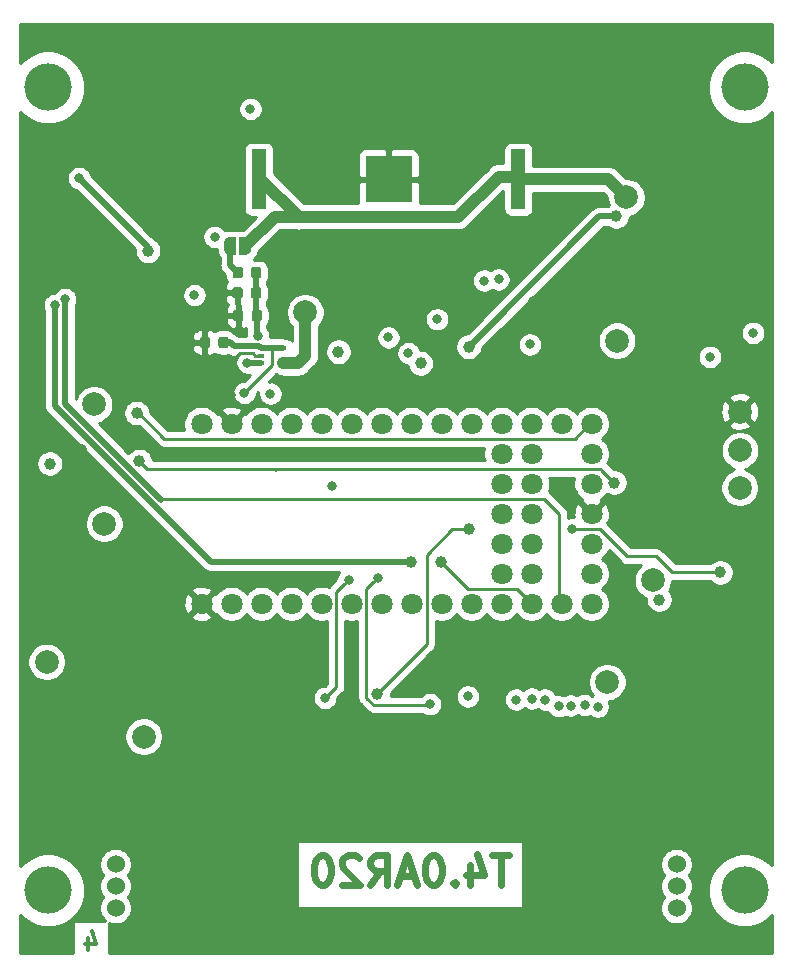
<source format=gbl>
G04 #@! TF.GenerationSoftware,KiCad,Pcbnew,(5.1.4)-1*
G04 #@! TF.CreationDate,2020-01-30T13:19:47+01:00*
G04 #@! TF.ProjectId,teensy4_header_breakout,7465656e-7379-4345-9f68-65616465725f,rev?*
G04 #@! TF.SameCoordinates,Original*
G04 #@! TF.FileFunction,Copper,L4,Bot*
G04 #@! TF.FilePolarity,Positive*
%FSLAX46Y46*%
G04 Gerber Fmt 4.6, Leading zero omitted, Abs format (unit mm)*
G04 Created by KiCad (PCBNEW (5.1.4)-1) date 2020-01-30 13:19:47*
%MOMM*%
%LPD*%
G04 APERTURE LIST*
%ADD10C,0.300000*%
%ADD11C,0.625000*%
%ADD12C,2.000000*%
%ADD13C,1.800000*%
%ADD14C,1.524000*%
%ADD15C,0.100000*%
%ADD16C,0.875000*%
%ADD17R,0.500000X0.400000*%
%ADD18C,0.500000*%
%ADD19C,4.000000*%
%ADD20R,1.270000X5.080000*%
%ADD21R,3.960000X3.960000*%
%ADD22C,0.800000*%
%ADD23C,1.000000*%
%ADD24C,0.250000*%
%ADD25C,1.000000*%
%ADD26C,0.500000*%
%ADD27C,0.254000*%
G04 APERTURE END LIST*
D10*
X116964285Y-146678571D02*
X116964285Y-147678571D01*
X117321428Y-146107142D02*
X117678571Y-147178571D01*
X116750000Y-147178571D01*
D11*
X152654697Y-139672072D02*
X151226125Y-139672072D01*
X151940411Y-142172072D02*
X151940411Y-139672072D01*
X149321363Y-140505405D02*
X149321363Y-142172072D01*
X149916601Y-139553024D02*
X150511840Y-141338739D01*
X148964220Y-141338739D01*
X148011840Y-141933977D02*
X147892792Y-142053024D01*
X148011840Y-142172072D01*
X148130887Y-142053024D01*
X148011840Y-141933977D01*
X148011840Y-142172072D01*
X146345173Y-139672072D02*
X146107078Y-139672072D01*
X145868982Y-139791120D01*
X145749935Y-139910167D01*
X145630887Y-140148262D01*
X145511840Y-140624453D01*
X145511840Y-141219691D01*
X145630887Y-141695881D01*
X145749935Y-141933977D01*
X145868982Y-142053024D01*
X146107078Y-142172072D01*
X146345173Y-142172072D01*
X146583268Y-142053024D01*
X146702316Y-141933977D01*
X146821363Y-141695881D01*
X146940411Y-141219691D01*
X146940411Y-140624453D01*
X146821363Y-140148262D01*
X146702316Y-139910167D01*
X146583268Y-139791120D01*
X146345173Y-139672072D01*
X144559459Y-141457786D02*
X143368982Y-141457786D01*
X144797554Y-142172072D02*
X143964220Y-139672072D01*
X143130887Y-142172072D01*
X140868982Y-142172072D02*
X141702316Y-140981596D01*
X142297554Y-142172072D02*
X142297554Y-139672072D01*
X141345173Y-139672072D01*
X141107078Y-139791120D01*
X140988030Y-139910167D01*
X140868982Y-140148262D01*
X140868982Y-140505405D01*
X140988030Y-140743500D01*
X141107078Y-140862548D01*
X141345173Y-140981596D01*
X142297554Y-140981596D01*
X139916601Y-139910167D02*
X139797554Y-139791120D01*
X139559459Y-139672072D01*
X138964220Y-139672072D01*
X138726125Y-139791120D01*
X138607078Y-139910167D01*
X138488030Y-140148262D01*
X138488030Y-140386358D01*
X138607078Y-140743500D01*
X140035649Y-142172072D01*
X138488030Y-142172072D01*
X136940411Y-139672072D02*
X136702316Y-139672072D01*
X136464220Y-139791120D01*
X136345173Y-139910167D01*
X136226125Y-140148262D01*
X136107078Y-140624453D01*
X136107078Y-141219691D01*
X136226125Y-141695881D01*
X136345173Y-141933977D01*
X136464220Y-142053024D01*
X136702316Y-142172072D01*
X136940411Y-142172072D01*
X137178506Y-142053024D01*
X137297554Y-141933977D01*
X137416601Y-141695881D01*
X137535649Y-141219691D01*
X137535649Y-140624453D01*
X137416601Y-140148262D01*
X137297554Y-139910167D01*
X137178506Y-139791120D01*
X136940411Y-139672072D01*
D12*
X172181520Y-105392220D03*
X172156120Y-108544360D03*
X172156120Y-102095300D03*
D13*
X151996140Y-105681780D03*
X151996140Y-108221780D03*
X151996140Y-110761780D03*
X151996140Y-113301780D03*
X151996140Y-115841780D03*
X154536140Y-105681780D03*
X154596140Y-108221780D03*
X154596140Y-110761780D03*
X154596140Y-113301780D03*
X154596140Y-115841780D03*
X159616140Y-105681780D03*
X159616140Y-108221780D03*
X159616140Y-110761780D03*
X159616140Y-113301780D03*
X159616140Y-115841780D03*
X159616140Y-103141780D03*
X159616140Y-118381780D03*
X157076140Y-103141780D03*
X157076140Y-118381780D03*
X154536140Y-103141780D03*
X154536140Y-118381780D03*
X151996140Y-103141780D03*
X151996140Y-118381780D03*
X149456140Y-103141780D03*
X149456140Y-118381780D03*
X146916140Y-103141780D03*
X146916140Y-118381780D03*
X144376140Y-103141780D03*
X144376140Y-118381780D03*
X141836140Y-103141780D03*
X141836140Y-118381780D03*
X139296140Y-103141780D03*
X139296140Y-118381780D03*
X136756140Y-103141780D03*
X136756140Y-118381780D03*
X134216140Y-103141780D03*
X134216140Y-118381780D03*
X131676140Y-103141780D03*
X131676140Y-118381780D03*
X129136140Y-103141780D03*
X129136140Y-118381780D03*
X126596140Y-103141780D03*
X126596140Y-118381780D03*
D14*
X166809900Y-144121160D03*
X119309900Y-144121160D03*
X166809900Y-142271160D03*
X119309900Y-142271160D03*
X166809900Y-140421160D03*
X119309900Y-140421160D03*
D15*
G36*
X127118071Y-95771733D02*
G01*
X127139306Y-95774883D01*
X127160130Y-95780099D01*
X127180342Y-95787331D01*
X127199748Y-95796510D01*
X127218161Y-95807546D01*
X127235404Y-95820334D01*
X127251310Y-95834750D01*
X127265726Y-95850656D01*
X127278514Y-95867899D01*
X127289550Y-95886312D01*
X127298729Y-95905718D01*
X127305961Y-95925930D01*
X127311177Y-95946754D01*
X127314327Y-95967989D01*
X127315380Y-95989430D01*
X127315380Y-96501930D01*
X127314327Y-96523371D01*
X127311177Y-96544606D01*
X127305961Y-96565430D01*
X127298729Y-96585642D01*
X127289550Y-96605048D01*
X127278514Y-96623461D01*
X127265726Y-96640704D01*
X127251310Y-96656610D01*
X127235404Y-96671026D01*
X127218161Y-96683814D01*
X127199748Y-96694850D01*
X127180342Y-96704029D01*
X127160130Y-96711261D01*
X127139306Y-96716477D01*
X127118071Y-96719627D01*
X127096630Y-96720680D01*
X126659130Y-96720680D01*
X126637689Y-96719627D01*
X126616454Y-96716477D01*
X126595630Y-96711261D01*
X126575418Y-96704029D01*
X126556012Y-96694850D01*
X126537599Y-96683814D01*
X126520356Y-96671026D01*
X126504450Y-96656610D01*
X126490034Y-96640704D01*
X126477246Y-96623461D01*
X126466210Y-96605048D01*
X126457031Y-96585642D01*
X126449799Y-96565430D01*
X126444583Y-96544606D01*
X126441433Y-96523371D01*
X126440380Y-96501930D01*
X126440380Y-95989430D01*
X126441433Y-95967989D01*
X126444583Y-95946754D01*
X126449799Y-95925930D01*
X126457031Y-95905718D01*
X126466210Y-95886312D01*
X126477246Y-95867899D01*
X126490034Y-95850656D01*
X126504450Y-95834750D01*
X126520356Y-95820334D01*
X126537599Y-95807546D01*
X126556012Y-95796510D01*
X126575418Y-95787331D01*
X126595630Y-95780099D01*
X126616454Y-95774883D01*
X126637689Y-95771733D01*
X126659130Y-95770680D01*
X127096630Y-95770680D01*
X127118071Y-95771733D01*
X127118071Y-95771733D01*
G37*
D16*
X126877880Y-96245680D03*
D15*
G36*
X128693071Y-95771733D02*
G01*
X128714306Y-95774883D01*
X128735130Y-95780099D01*
X128755342Y-95787331D01*
X128774748Y-95796510D01*
X128793161Y-95807546D01*
X128810404Y-95820334D01*
X128826310Y-95834750D01*
X128840726Y-95850656D01*
X128853514Y-95867899D01*
X128864550Y-95886312D01*
X128873729Y-95905718D01*
X128880961Y-95925930D01*
X128886177Y-95946754D01*
X128889327Y-95967989D01*
X128890380Y-95989430D01*
X128890380Y-96501930D01*
X128889327Y-96523371D01*
X128886177Y-96544606D01*
X128880961Y-96565430D01*
X128873729Y-96585642D01*
X128864550Y-96605048D01*
X128853514Y-96623461D01*
X128840726Y-96640704D01*
X128826310Y-96656610D01*
X128810404Y-96671026D01*
X128793161Y-96683814D01*
X128774748Y-96694850D01*
X128755342Y-96704029D01*
X128735130Y-96711261D01*
X128714306Y-96716477D01*
X128693071Y-96719627D01*
X128671630Y-96720680D01*
X128234130Y-96720680D01*
X128212689Y-96719627D01*
X128191454Y-96716477D01*
X128170630Y-96711261D01*
X128150418Y-96704029D01*
X128131012Y-96694850D01*
X128112599Y-96683814D01*
X128095356Y-96671026D01*
X128079450Y-96656610D01*
X128065034Y-96640704D01*
X128052246Y-96623461D01*
X128041210Y-96605048D01*
X128032031Y-96585642D01*
X128024799Y-96565430D01*
X128019583Y-96544606D01*
X128016433Y-96523371D01*
X128015380Y-96501930D01*
X128015380Y-95989430D01*
X128016433Y-95967989D01*
X128019583Y-95946754D01*
X128024799Y-95925930D01*
X128032031Y-95905718D01*
X128041210Y-95886312D01*
X128052246Y-95867899D01*
X128065034Y-95850656D01*
X128079450Y-95834750D01*
X128095356Y-95820334D01*
X128112599Y-95807546D01*
X128131012Y-95796510D01*
X128150418Y-95787331D01*
X128170630Y-95780099D01*
X128191454Y-95774883D01*
X128212689Y-95771733D01*
X128234130Y-95770680D01*
X128671630Y-95770680D01*
X128693071Y-95771733D01*
X128693071Y-95771733D01*
G37*
D16*
X128452880Y-96245680D03*
D17*
X133517640Y-96708440D03*
X131617640Y-96708440D03*
X131617640Y-97358440D03*
X133517640Y-98008440D03*
X131617640Y-98008440D03*
D15*
G36*
X129879051Y-91575653D02*
G01*
X129900286Y-91578803D01*
X129921110Y-91584019D01*
X129941322Y-91591251D01*
X129960728Y-91600430D01*
X129979141Y-91611466D01*
X129996384Y-91624254D01*
X130012290Y-91638670D01*
X130026706Y-91654576D01*
X130039494Y-91671819D01*
X130050530Y-91690232D01*
X130059709Y-91709638D01*
X130066941Y-91729850D01*
X130072157Y-91750674D01*
X130075307Y-91771909D01*
X130076360Y-91793350D01*
X130076360Y-92305850D01*
X130075307Y-92327291D01*
X130072157Y-92348526D01*
X130066941Y-92369350D01*
X130059709Y-92389562D01*
X130050530Y-92408968D01*
X130039494Y-92427381D01*
X130026706Y-92444624D01*
X130012290Y-92460530D01*
X129996384Y-92474946D01*
X129979141Y-92487734D01*
X129960728Y-92498770D01*
X129941322Y-92507949D01*
X129921110Y-92515181D01*
X129900286Y-92520397D01*
X129879051Y-92523547D01*
X129857610Y-92524600D01*
X129420110Y-92524600D01*
X129398669Y-92523547D01*
X129377434Y-92520397D01*
X129356610Y-92515181D01*
X129336398Y-92507949D01*
X129316992Y-92498770D01*
X129298579Y-92487734D01*
X129281336Y-92474946D01*
X129265430Y-92460530D01*
X129251014Y-92444624D01*
X129238226Y-92427381D01*
X129227190Y-92408968D01*
X129218011Y-92389562D01*
X129210779Y-92369350D01*
X129205563Y-92348526D01*
X129202413Y-92327291D01*
X129201360Y-92305850D01*
X129201360Y-91793350D01*
X129202413Y-91771909D01*
X129205563Y-91750674D01*
X129210779Y-91729850D01*
X129218011Y-91709638D01*
X129227190Y-91690232D01*
X129238226Y-91671819D01*
X129251014Y-91654576D01*
X129265430Y-91638670D01*
X129281336Y-91624254D01*
X129298579Y-91611466D01*
X129316992Y-91600430D01*
X129336398Y-91591251D01*
X129356610Y-91584019D01*
X129377434Y-91578803D01*
X129398669Y-91575653D01*
X129420110Y-91574600D01*
X129857610Y-91574600D01*
X129879051Y-91575653D01*
X129879051Y-91575653D01*
G37*
D16*
X129638860Y-92049600D03*
D15*
G36*
X131454051Y-91575653D02*
G01*
X131475286Y-91578803D01*
X131496110Y-91584019D01*
X131516322Y-91591251D01*
X131535728Y-91600430D01*
X131554141Y-91611466D01*
X131571384Y-91624254D01*
X131587290Y-91638670D01*
X131601706Y-91654576D01*
X131614494Y-91671819D01*
X131625530Y-91690232D01*
X131634709Y-91709638D01*
X131641941Y-91729850D01*
X131647157Y-91750674D01*
X131650307Y-91771909D01*
X131651360Y-91793350D01*
X131651360Y-92305850D01*
X131650307Y-92327291D01*
X131647157Y-92348526D01*
X131641941Y-92369350D01*
X131634709Y-92389562D01*
X131625530Y-92408968D01*
X131614494Y-92427381D01*
X131601706Y-92444624D01*
X131587290Y-92460530D01*
X131571384Y-92474946D01*
X131554141Y-92487734D01*
X131535728Y-92498770D01*
X131516322Y-92507949D01*
X131496110Y-92515181D01*
X131475286Y-92520397D01*
X131454051Y-92523547D01*
X131432610Y-92524600D01*
X130995110Y-92524600D01*
X130973669Y-92523547D01*
X130952434Y-92520397D01*
X130931610Y-92515181D01*
X130911398Y-92507949D01*
X130891992Y-92498770D01*
X130873579Y-92487734D01*
X130856336Y-92474946D01*
X130840430Y-92460530D01*
X130826014Y-92444624D01*
X130813226Y-92427381D01*
X130802190Y-92408968D01*
X130793011Y-92389562D01*
X130785779Y-92369350D01*
X130780563Y-92348526D01*
X130777413Y-92327291D01*
X130776360Y-92305850D01*
X130776360Y-91793350D01*
X130777413Y-91771909D01*
X130780563Y-91750674D01*
X130785779Y-91729850D01*
X130793011Y-91709638D01*
X130802190Y-91690232D01*
X130813226Y-91671819D01*
X130826014Y-91654576D01*
X130840430Y-91638670D01*
X130856336Y-91624254D01*
X130873579Y-91611466D01*
X130891992Y-91600430D01*
X130911398Y-91591251D01*
X130931610Y-91584019D01*
X130952434Y-91578803D01*
X130973669Y-91575653D01*
X130995110Y-91574600D01*
X131432610Y-91574600D01*
X131454051Y-91575653D01*
X131454051Y-91575653D01*
G37*
D16*
X131213860Y-92049600D03*
D15*
G36*
X131469491Y-89866233D02*
G01*
X131490726Y-89869383D01*
X131511550Y-89874599D01*
X131531762Y-89881831D01*
X131551168Y-89891010D01*
X131569581Y-89902046D01*
X131586824Y-89914834D01*
X131602730Y-89929250D01*
X131617146Y-89945156D01*
X131629934Y-89962399D01*
X131640970Y-89980812D01*
X131650149Y-90000218D01*
X131657381Y-90020430D01*
X131662597Y-90041254D01*
X131665747Y-90062489D01*
X131666800Y-90083930D01*
X131666800Y-90596430D01*
X131665747Y-90617871D01*
X131662597Y-90639106D01*
X131657381Y-90659930D01*
X131650149Y-90680142D01*
X131640970Y-90699548D01*
X131629934Y-90717961D01*
X131617146Y-90735204D01*
X131602730Y-90751110D01*
X131586824Y-90765526D01*
X131569581Y-90778314D01*
X131551168Y-90789350D01*
X131531762Y-90798529D01*
X131511550Y-90805761D01*
X131490726Y-90810977D01*
X131469491Y-90814127D01*
X131448050Y-90815180D01*
X131010550Y-90815180D01*
X130989109Y-90814127D01*
X130967874Y-90810977D01*
X130947050Y-90805761D01*
X130926838Y-90798529D01*
X130907432Y-90789350D01*
X130889019Y-90778314D01*
X130871776Y-90765526D01*
X130855870Y-90751110D01*
X130841454Y-90735204D01*
X130828666Y-90717961D01*
X130817630Y-90699548D01*
X130808451Y-90680142D01*
X130801219Y-90659930D01*
X130796003Y-90639106D01*
X130792853Y-90617871D01*
X130791800Y-90596430D01*
X130791800Y-90083930D01*
X130792853Y-90062489D01*
X130796003Y-90041254D01*
X130801219Y-90020430D01*
X130808451Y-90000218D01*
X130817630Y-89980812D01*
X130828666Y-89962399D01*
X130841454Y-89945156D01*
X130855870Y-89929250D01*
X130871776Y-89914834D01*
X130889019Y-89902046D01*
X130907432Y-89891010D01*
X130926838Y-89881831D01*
X130947050Y-89874599D01*
X130967874Y-89869383D01*
X130989109Y-89866233D01*
X131010550Y-89865180D01*
X131448050Y-89865180D01*
X131469491Y-89866233D01*
X131469491Y-89866233D01*
G37*
D16*
X131229300Y-90340180D03*
D15*
G36*
X129894491Y-89866233D02*
G01*
X129915726Y-89869383D01*
X129936550Y-89874599D01*
X129956762Y-89881831D01*
X129976168Y-89891010D01*
X129994581Y-89902046D01*
X130011824Y-89914834D01*
X130027730Y-89929250D01*
X130042146Y-89945156D01*
X130054934Y-89962399D01*
X130065970Y-89980812D01*
X130075149Y-90000218D01*
X130082381Y-90020430D01*
X130087597Y-90041254D01*
X130090747Y-90062489D01*
X130091800Y-90083930D01*
X130091800Y-90596430D01*
X130090747Y-90617871D01*
X130087597Y-90639106D01*
X130082381Y-90659930D01*
X130075149Y-90680142D01*
X130065970Y-90699548D01*
X130054934Y-90717961D01*
X130042146Y-90735204D01*
X130027730Y-90751110D01*
X130011824Y-90765526D01*
X129994581Y-90778314D01*
X129976168Y-90789350D01*
X129956762Y-90798529D01*
X129936550Y-90805761D01*
X129915726Y-90810977D01*
X129894491Y-90814127D01*
X129873050Y-90815180D01*
X129435550Y-90815180D01*
X129414109Y-90814127D01*
X129392874Y-90810977D01*
X129372050Y-90805761D01*
X129351838Y-90798529D01*
X129332432Y-90789350D01*
X129314019Y-90778314D01*
X129296776Y-90765526D01*
X129280870Y-90751110D01*
X129266454Y-90735204D01*
X129253666Y-90717961D01*
X129242630Y-90699548D01*
X129233451Y-90680142D01*
X129226219Y-90659930D01*
X129221003Y-90639106D01*
X129217853Y-90617871D01*
X129216800Y-90596430D01*
X129216800Y-90083930D01*
X129217853Y-90062489D01*
X129221003Y-90041254D01*
X129226219Y-90020430D01*
X129233451Y-90000218D01*
X129242630Y-89980812D01*
X129253666Y-89962399D01*
X129266454Y-89945156D01*
X129280870Y-89929250D01*
X129296776Y-89914834D01*
X129314019Y-89902046D01*
X129332432Y-89891010D01*
X129351838Y-89881831D01*
X129372050Y-89874599D01*
X129392874Y-89869383D01*
X129414109Y-89866233D01*
X129435550Y-89865180D01*
X129873050Y-89865180D01*
X129894491Y-89866233D01*
X129894491Y-89866233D01*
G37*
D16*
X129654300Y-90340180D03*
D18*
X130302000Y-88077040D03*
D15*
G36*
X130302000Y-87327642D02*
G01*
X130326534Y-87327642D01*
X130375365Y-87332452D01*
X130423490Y-87342024D01*
X130470445Y-87356268D01*
X130515778Y-87375045D01*
X130559051Y-87398176D01*
X130599850Y-87425436D01*
X130637779Y-87456564D01*
X130672476Y-87491261D01*
X130703604Y-87529190D01*
X130730864Y-87569989D01*
X130753995Y-87613262D01*
X130772772Y-87658595D01*
X130787016Y-87705550D01*
X130796588Y-87753675D01*
X130801398Y-87802506D01*
X130801398Y-87827040D01*
X130802000Y-87827040D01*
X130802000Y-88327040D01*
X130801398Y-88327040D01*
X130801398Y-88351574D01*
X130796588Y-88400405D01*
X130787016Y-88448530D01*
X130772772Y-88495485D01*
X130753995Y-88540818D01*
X130730864Y-88584091D01*
X130703604Y-88624890D01*
X130672476Y-88662819D01*
X130637779Y-88697516D01*
X130599850Y-88728644D01*
X130559051Y-88755904D01*
X130515778Y-88779035D01*
X130470445Y-88797812D01*
X130423490Y-88812056D01*
X130375365Y-88821628D01*
X130326534Y-88826438D01*
X130302000Y-88826438D01*
X130302000Y-88827040D01*
X129802000Y-88827040D01*
X129802000Y-87327040D01*
X130302000Y-87327040D01*
X130302000Y-87327642D01*
X130302000Y-87327642D01*
G37*
D18*
X129002000Y-88077040D03*
D15*
G36*
X129502000Y-88827040D02*
G01*
X129002000Y-88827040D01*
X129002000Y-88826438D01*
X128977466Y-88826438D01*
X128928635Y-88821628D01*
X128880510Y-88812056D01*
X128833555Y-88797812D01*
X128788222Y-88779035D01*
X128744949Y-88755904D01*
X128704150Y-88728644D01*
X128666221Y-88697516D01*
X128631524Y-88662819D01*
X128600396Y-88624890D01*
X128573136Y-88584091D01*
X128550005Y-88540818D01*
X128531228Y-88495485D01*
X128516984Y-88448530D01*
X128507412Y-88400405D01*
X128502602Y-88351574D01*
X128502602Y-88327040D01*
X128502000Y-88327040D01*
X128502000Y-87827040D01*
X128502602Y-87827040D01*
X128502602Y-87802506D01*
X128507412Y-87753675D01*
X128516984Y-87705550D01*
X128531228Y-87658595D01*
X128550005Y-87613262D01*
X128573136Y-87569989D01*
X128600396Y-87529190D01*
X128631524Y-87491261D01*
X128666221Y-87456564D01*
X128704150Y-87425436D01*
X128744949Y-87398176D01*
X128788222Y-87375045D01*
X128833555Y-87356268D01*
X128880510Y-87342024D01*
X128928635Y-87332452D01*
X128977466Y-87327642D01*
X129002000Y-87327642D01*
X129002000Y-87327040D01*
X129502000Y-87327040D01*
X129502000Y-88827040D01*
X129502000Y-88827040D01*
G37*
G36*
X129940111Y-93493353D02*
G01*
X129961346Y-93496503D01*
X129982170Y-93501719D01*
X130002382Y-93508951D01*
X130021788Y-93518130D01*
X130040201Y-93529166D01*
X130057444Y-93541954D01*
X130073350Y-93556370D01*
X130087766Y-93572276D01*
X130100554Y-93589519D01*
X130111590Y-93607932D01*
X130120769Y-93627338D01*
X130128001Y-93647550D01*
X130133217Y-93668374D01*
X130136367Y-93689609D01*
X130137420Y-93711050D01*
X130137420Y-94223550D01*
X130136367Y-94244991D01*
X130133217Y-94266226D01*
X130128001Y-94287050D01*
X130120769Y-94307262D01*
X130111590Y-94326668D01*
X130100554Y-94345081D01*
X130087766Y-94362324D01*
X130073350Y-94378230D01*
X130057444Y-94392646D01*
X130040201Y-94405434D01*
X130021788Y-94416470D01*
X130002382Y-94425649D01*
X129982170Y-94432881D01*
X129961346Y-94438097D01*
X129940111Y-94441247D01*
X129918670Y-94442300D01*
X129481170Y-94442300D01*
X129459729Y-94441247D01*
X129438494Y-94438097D01*
X129417670Y-94432881D01*
X129397458Y-94425649D01*
X129378052Y-94416470D01*
X129359639Y-94405434D01*
X129342396Y-94392646D01*
X129326490Y-94378230D01*
X129312074Y-94362324D01*
X129299286Y-94345081D01*
X129288250Y-94326668D01*
X129279071Y-94307262D01*
X129271839Y-94287050D01*
X129266623Y-94266226D01*
X129263473Y-94244991D01*
X129262420Y-94223550D01*
X129262420Y-93711050D01*
X129263473Y-93689609D01*
X129266623Y-93668374D01*
X129271839Y-93647550D01*
X129279071Y-93627338D01*
X129288250Y-93607932D01*
X129299286Y-93589519D01*
X129312074Y-93572276D01*
X129326490Y-93556370D01*
X129342396Y-93541954D01*
X129359639Y-93529166D01*
X129378052Y-93518130D01*
X129397458Y-93508951D01*
X129417670Y-93501719D01*
X129438494Y-93496503D01*
X129459729Y-93493353D01*
X129481170Y-93492300D01*
X129918670Y-93492300D01*
X129940111Y-93493353D01*
X129940111Y-93493353D01*
G37*
D16*
X129699920Y-93967300D03*
D15*
G36*
X131515111Y-93493353D02*
G01*
X131536346Y-93496503D01*
X131557170Y-93501719D01*
X131577382Y-93508951D01*
X131596788Y-93518130D01*
X131615201Y-93529166D01*
X131632444Y-93541954D01*
X131648350Y-93556370D01*
X131662766Y-93572276D01*
X131675554Y-93589519D01*
X131686590Y-93607932D01*
X131695769Y-93627338D01*
X131703001Y-93647550D01*
X131708217Y-93668374D01*
X131711367Y-93689609D01*
X131712420Y-93711050D01*
X131712420Y-94223550D01*
X131711367Y-94244991D01*
X131708217Y-94266226D01*
X131703001Y-94287050D01*
X131695769Y-94307262D01*
X131686590Y-94326668D01*
X131675554Y-94345081D01*
X131662766Y-94362324D01*
X131648350Y-94378230D01*
X131632444Y-94392646D01*
X131615201Y-94405434D01*
X131596788Y-94416470D01*
X131577382Y-94425649D01*
X131557170Y-94432881D01*
X131536346Y-94438097D01*
X131515111Y-94441247D01*
X131493670Y-94442300D01*
X131056170Y-94442300D01*
X131034729Y-94441247D01*
X131013494Y-94438097D01*
X130992670Y-94432881D01*
X130972458Y-94425649D01*
X130953052Y-94416470D01*
X130934639Y-94405434D01*
X130917396Y-94392646D01*
X130901490Y-94378230D01*
X130887074Y-94362324D01*
X130874286Y-94345081D01*
X130863250Y-94326668D01*
X130854071Y-94307262D01*
X130846839Y-94287050D01*
X130841623Y-94266226D01*
X130838473Y-94244991D01*
X130837420Y-94223550D01*
X130837420Y-93711050D01*
X130838473Y-93689609D01*
X130841623Y-93668374D01*
X130846839Y-93647550D01*
X130854071Y-93627338D01*
X130863250Y-93607932D01*
X130874286Y-93589519D01*
X130887074Y-93572276D01*
X130901490Y-93556370D01*
X130917396Y-93541954D01*
X130934639Y-93529166D01*
X130953052Y-93518130D01*
X130972458Y-93508951D01*
X130992670Y-93501719D01*
X131013494Y-93496503D01*
X131034729Y-93493353D01*
X131056170Y-93492300D01*
X131493670Y-93492300D01*
X131515111Y-93493353D01*
X131515111Y-93493353D01*
G37*
D16*
X131274920Y-93967300D03*
D19*
X172580090Y-142643600D03*
X113596680Y-142643600D03*
X172580090Y-74643240D03*
X113596680Y-74643240D03*
D20*
X131450580Y-82428080D03*
X153420580Y-82428080D03*
D21*
X142435580Y-82428080D03*
D22*
X114823240Y-119872760D03*
X158551880Y-96799400D03*
X154655520Y-92704920D03*
X156530040Y-77271880D03*
X160101280Y-77378560D03*
X166004240Y-77962760D03*
X172653960Y-79928720D03*
X173893480Y-84175600D03*
X166999920Y-96596200D03*
X166502080Y-99954080D03*
X167497760Y-101925120D03*
X173908720Y-114310160D03*
X173847760Y-118587520D03*
X173126400Y-124444760D03*
X172440600Y-129260600D03*
X169382440Y-125069600D03*
X172745400Y-134325360D03*
X113583720Y-132237480D03*
X118165880Y-129199640D03*
X114081560Y-127934720D03*
X116500000Y-105250000D03*
X125877320Y-78577440D03*
X126365000Y-80751680D03*
X131536440Y-73461880D03*
X154818080Y-74716640D03*
X164500560Y-74767440D03*
X129059940Y-100721160D03*
X154411680Y-78750160D03*
X144531080Y-87858600D03*
X153482040Y-88153240D03*
X170205400Y-88158320D03*
X114912140Y-82928460D03*
X128849120Y-98163190D03*
D12*
X162570160Y-83972400D03*
D22*
X132420360Y-100589080D03*
X130726180Y-76479400D03*
D12*
X121701560Y-129611120D03*
X164807900Y-116400020D03*
X118353840Y-111589820D03*
X135377353Y-93703280D03*
X161764158Y-96102679D03*
D23*
X121113209Y-102225070D03*
X121315480Y-106288840D03*
X161536380Y-108112560D03*
D22*
X116227860Y-82331560D03*
D23*
X122063219Y-88484419D03*
D22*
X115041680Y-92583000D03*
X114167392Y-93088753D03*
D23*
X144363440Y-114815616D03*
X146876699Y-114867621D03*
D22*
X142417800Y-95813880D03*
X144109452Y-97153360D03*
D23*
X145140730Y-98003360D03*
X138181080Y-97033080D03*
D12*
X160947100Y-125006100D03*
X113477040Y-123291600D03*
D23*
X165346956Y-118012294D03*
X170522900Y-115717320D03*
D22*
X157954980Y-112067340D03*
D23*
X149250400Y-112059720D03*
X141480540Y-125983950D03*
D22*
X130228340Y-100525580D03*
X137622280Y-108384340D03*
X149138640Y-126207520D03*
X127706120Y-87299800D03*
X125984000Y-92242640D03*
X153228040Y-126492000D03*
X146537680Y-94284800D03*
X154564080Y-126405640D03*
X155666440Y-126492000D03*
X150520400Y-91013280D03*
D23*
X161693860Y-85575140D03*
X149216446Y-96618126D03*
D22*
X156845000Y-127050800D03*
X151739600Y-90901520D03*
X154396440Y-96413320D03*
X157843504Y-126996088D03*
X159024320Y-126949200D03*
X169621200Y-97475040D03*
X160136840Y-127086360D03*
X173283880Y-95437960D03*
D23*
X113750000Y-106500000D03*
D12*
X117500000Y-101500000D03*
D22*
X131364007Y-95726343D03*
X130472180Y-97962720D03*
X139052300Y-116329460D03*
X137058400Y-126347220D03*
X141551660Y-116156740D03*
X145917920Y-126867920D03*
D24*
X130910558Y-97151358D02*
X129860952Y-97151358D01*
X129249119Y-97763191D02*
X128849120Y-98163190D01*
X129860952Y-97151358D02*
X129249119Y-97763191D01*
X131117640Y-97358440D02*
X130910558Y-97151358D01*
X131617640Y-97358440D02*
X131117640Y-97358440D01*
D25*
X151750000Y-82200000D02*
X148344380Y-85605620D01*
X153385000Y-82200000D02*
X151750000Y-82200000D01*
X148344380Y-85605620D02*
X148344380Y-85605620D01*
X134820620Y-85605620D02*
X131415000Y-82200000D01*
X135394700Y-85605620D02*
X134820620Y-85605620D01*
X135887460Y-85605620D02*
X135394700Y-85605620D01*
X148344380Y-85605620D02*
X135887460Y-85605620D01*
X161570161Y-82972401D02*
X162570160Y-83972400D01*
X153420580Y-82428080D02*
X161025840Y-82428080D01*
X161025840Y-82428080D02*
X161570161Y-82972401D01*
X134820620Y-85605620D02*
X134820620Y-85646300D01*
X132773420Y-85605620D02*
X130302000Y-88077040D01*
X134820620Y-85605620D02*
X132773420Y-85605620D01*
X134767640Y-98008440D02*
X133517640Y-98008440D01*
X135377353Y-97398727D02*
X134767640Y-98008440D01*
X135377353Y-93703280D02*
X135377353Y-97398727D01*
D24*
X158183580Y-104414320D02*
X159415480Y-103182420D01*
X157995620Y-104414320D02*
X158183580Y-104414320D01*
X123447277Y-104416860D02*
X158038762Y-104416860D01*
X123455798Y-104408339D02*
X123447277Y-104416860D01*
X121113209Y-102225070D02*
X121272530Y-102225070D01*
X121272530Y-102225070D02*
X123455798Y-104408339D01*
D26*
X116227860Y-82331560D02*
X122063219Y-88166919D01*
X122063219Y-88166919D02*
X122063219Y-88484419D01*
D24*
X161036381Y-107612561D02*
X161536380Y-108112560D01*
X160451819Y-107027999D02*
X161036381Y-107612561D01*
X160385760Y-106961940D02*
X160451819Y-107027999D01*
X132819823Y-107027999D02*
X132885882Y-106961940D01*
X132885882Y-106961940D02*
X160385760Y-106961940D01*
X121315480Y-106288840D02*
X122013980Y-106987340D01*
X122013980Y-106987340D02*
X132779164Y-106987340D01*
D26*
X115041680Y-93148685D02*
X115041680Y-92583000D01*
X115041680Y-101489624D02*
X115041680Y-93148685D01*
X123120055Y-109567999D02*
X115041680Y-101489624D01*
D24*
X156875480Y-118422420D02*
X156875480Y-110769400D01*
X156875480Y-110769400D02*
X155674079Y-109567999D01*
X123188654Y-109499400D02*
X123120055Y-109567999D01*
X155674079Y-109567999D02*
X155605480Y-109499400D01*
X155605480Y-109499400D02*
X123188654Y-109499400D01*
D26*
X114167392Y-93088753D02*
X114167392Y-101614712D01*
X114167392Y-101614712D02*
X127368296Y-114815616D01*
X143656334Y-114815616D02*
X144363440Y-114815616D01*
X127368296Y-114815616D02*
X143656334Y-114815616D01*
D24*
X149125938Y-117116860D02*
X146876699Y-114867621D01*
X154536140Y-118381780D02*
X153271220Y-117116860D01*
X153271220Y-117116860D02*
X149125938Y-117116860D01*
D26*
X157960060Y-112062260D02*
X157954980Y-112067340D01*
D24*
X166418260Y-115717320D02*
X170522900Y-115717320D01*
X165054280Y-114353340D02*
X166418260Y-115717320D01*
X162641280Y-114353340D02*
X165054280Y-114353340D01*
X160324800Y-112036860D02*
X162641280Y-114353340D01*
X157960060Y-112062260D02*
X157985460Y-112036860D01*
X157985460Y-112036860D02*
X160324800Y-112036860D01*
X145478542Y-121985948D02*
X141980539Y-125483951D01*
X141980539Y-125483951D02*
X141480540Y-125983950D01*
X145643600Y-121820890D02*
X145478542Y-121985948D01*
X145643600Y-114570312D02*
X145643600Y-121820890D01*
X145643600Y-114240196D02*
X145643600Y-114642900D01*
X149250400Y-112059720D02*
X147824076Y-112059720D01*
X147824076Y-112059720D02*
X145643600Y-114240196D01*
D26*
X132573240Y-96708440D02*
X131617640Y-96708440D01*
X133517640Y-96708440D02*
X132573240Y-96708440D01*
X131617640Y-96708440D02*
X131485547Y-96576347D01*
X129321047Y-96576347D02*
X128990380Y-96245680D01*
X128990380Y-96245680D02*
X128452880Y-96245680D01*
X131485547Y-96576347D02*
X129321047Y-96576347D01*
D24*
X130628339Y-100125581D02*
X130228340Y-100525580D01*
X132573240Y-98180680D02*
X130628339Y-100125581D01*
X132573240Y-96708440D02*
X132573240Y-98180680D01*
D26*
X160259432Y-85575140D02*
X149716445Y-96118127D01*
X149716445Y-96118127D02*
X149216446Y-96618126D01*
X161693860Y-85575140D02*
X160259432Y-85575140D01*
X130517900Y-98008440D02*
X130472180Y-97962720D01*
X131617640Y-98008440D02*
X130517900Y-98008440D01*
X131229300Y-92034160D02*
X131213860Y-92049600D01*
X131229300Y-90340180D02*
X131229300Y-92034160D01*
X131213860Y-93906240D02*
X131274920Y-93967300D01*
X131213860Y-92049600D02*
X131213860Y-93906240D01*
X131274920Y-95637256D02*
X131364007Y-95726343D01*
X131274920Y-93967300D02*
X131274920Y-95637256D01*
D24*
X137830560Y-125575060D02*
X137058400Y-126347220D01*
X138013440Y-125392180D02*
X137830560Y-125575060D01*
X138621821Y-116729459D02*
X138013440Y-117337840D01*
X138013440Y-117337840D02*
X138013440Y-125392180D01*
X138652301Y-116729459D02*
X139052300Y-116329460D01*
X138621821Y-116729459D02*
X138652301Y-116729459D01*
X141551660Y-116156740D02*
X141151661Y-116556739D01*
X141151661Y-116559279D02*
X140555980Y-117154960D01*
X140555980Y-117154960D02*
X140555980Y-126321782D01*
D26*
X145851880Y-126933960D02*
X145917920Y-126867920D01*
D24*
X141170660Y-126933960D02*
X145851880Y-126933960D01*
X140558520Y-126321820D02*
X141170660Y-126933960D01*
D26*
X129834640Y-90159840D02*
X129654300Y-90340180D01*
X129293860Y-89979740D02*
X129654300Y-90340180D01*
X129002000Y-89687880D02*
X129654300Y-90340180D01*
X129002000Y-88077040D02*
X129002000Y-89687880D01*
D27*
G36*
X174890001Y-72530906D02*
G01*
X174573436Y-72214341D01*
X174061280Y-71872129D01*
X173492202Y-71636409D01*
X172888073Y-71516240D01*
X172272107Y-71516240D01*
X171667978Y-71636409D01*
X171098900Y-71872129D01*
X170586744Y-72214341D01*
X170151191Y-72649894D01*
X169808979Y-73162050D01*
X169573259Y-73731128D01*
X169453090Y-74335257D01*
X169453090Y-74951223D01*
X169573259Y-75555352D01*
X169808979Y-76124430D01*
X170151191Y-76636586D01*
X170586744Y-77072139D01*
X171098900Y-77414351D01*
X171667978Y-77650071D01*
X172272107Y-77770240D01*
X172888073Y-77770240D01*
X173492202Y-77650071D01*
X174061280Y-77414351D01*
X174573436Y-77072139D01*
X174890001Y-76755574D01*
X174890000Y-140531265D01*
X174573436Y-140214701D01*
X174061280Y-139872489D01*
X173492202Y-139636769D01*
X172888073Y-139516600D01*
X172272107Y-139516600D01*
X171667978Y-139636769D01*
X171098900Y-139872489D01*
X170586744Y-140214701D01*
X170151191Y-140650254D01*
X169808979Y-141162410D01*
X169573259Y-141731488D01*
X169453090Y-142335617D01*
X169453090Y-142951583D01*
X169573259Y-143555712D01*
X169808979Y-144124790D01*
X170151191Y-144636946D01*
X170586744Y-145072499D01*
X171098900Y-145414711D01*
X171667978Y-145650431D01*
X172272107Y-145770600D01*
X172888073Y-145770600D01*
X173492202Y-145650431D01*
X174061280Y-145414711D01*
X174573436Y-145072499D01*
X174890000Y-144755935D01*
X174890000Y-147958240D01*
X118749286Y-147958240D01*
X118749286Y-145401048D01*
X118902410Y-145464474D01*
X119172308Y-145518160D01*
X119447492Y-145518160D01*
X119717390Y-145464474D01*
X119971627Y-145359165D01*
X120200435Y-145206280D01*
X120395020Y-145011695D01*
X120547905Y-144782887D01*
X120653214Y-144528650D01*
X120706900Y-144258752D01*
X120706900Y-143983568D01*
X120653214Y-143713670D01*
X120547905Y-143459433D01*
X120395020Y-143230625D01*
X120360555Y-143196160D01*
X120395020Y-143161695D01*
X120547905Y-142932887D01*
X120653214Y-142678650D01*
X120706900Y-142408752D01*
X120706900Y-142133568D01*
X120653214Y-141863670D01*
X120547905Y-141609433D01*
X120395020Y-141380625D01*
X120360555Y-141346160D01*
X120395020Y-141311695D01*
X120547905Y-141082887D01*
X120653214Y-140828650D01*
X120706900Y-140558752D01*
X120706900Y-140283568D01*
X120653214Y-140013670D01*
X120547905Y-139759433D01*
X120395020Y-139530625D01*
X120200435Y-139336040D01*
X119971627Y-139183155D01*
X119717390Y-139077846D01*
X119447492Y-139024160D01*
X119172308Y-139024160D01*
X118902410Y-139077846D01*
X118648173Y-139183155D01*
X118419365Y-139336040D01*
X118224780Y-139530625D01*
X118071895Y-139759433D01*
X117966586Y-140013670D01*
X117912900Y-140283568D01*
X117912900Y-140558752D01*
X117966586Y-140828650D01*
X118071895Y-141082887D01*
X118224780Y-141311695D01*
X118259245Y-141346160D01*
X118224780Y-141380625D01*
X118071895Y-141609433D01*
X117966586Y-141863670D01*
X117912900Y-142133568D01*
X117912900Y-142408752D01*
X117966586Y-142678650D01*
X118071895Y-142932887D01*
X118224780Y-143161695D01*
X118259245Y-143196160D01*
X118224780Y-143230625D01*
X118071895Y-143459433D01*
X117966586Y-143713670D01*
X117912900Y-143983568D01*
X117912900Y-144258752D01*
X117966586Y-144528650D01*
X118071895Y-144782887D01*
X118224780Y-145011695D01*
X118419365Y-145206280D01*
X118424932Y-145210000D01*
X115750715Y-145210000D01*
X115750715Y-147958240D01*
X111253880Y-147958240D01*
X111253880Y-144723045D01*
X111603334Y-145072499D01*
X112115490Y-145414711D01*
X112684568Y-145650431D01*
X113288697Y-145770600D01*
X113904663Y-145770600D01*
X114508792Y-145650431D01*
X115077870Y-145414711D01*
X115590026Y-145072499D01*
X116025579Y-144636946D01*
X116367791Y-144124790D01*
X116603511Y-143555712D01*
X116723680Y-142951583D01*
X116723680Y-142335617D01*
X116603511Y-141731488D01*
X116367791Y-141162410D01*
X116025579Y-140650254D01*
X115590026Y-140214701D01*
X115077870Y-139872489D01*
X114508792Y-139636769D01*
X113904663Y-139516600D01*
X113288697Y-139516600D01*
X112684568Y-139636769D01*
X112115490Y-139872489D01*
X111603334Y-140214701D01*
X111253880Y-140564155D01*
X111253880Y-138449870D01*
X134683388Y-138449870D01*
X134683388Y-144094870D01*
X153840293Y-144094870D01*
X153840293Y-140283568D01*
X165412900Y-140283568D01*
X165412900Y-140558752D01*
X165466586Y-140828650D01*
X165571895Y-141082887D01*
X165724780Y-141311695D01*
X165759245Y-141346160D01*
X165724780Y-141380625D01*
X165571895Y-141609433D01*
X165466586Y-141863670D01*
X165412900Y-142133568D01*
X165412900Y-142408752D01*
X165466586Y-142678650D01*
X165571895Y-142932887D01*
X165724780Y-143161695D01*
X165759245Y-143196160D01*
X165724780Y-143230625D01*
X165571895Y-143459433D01*
X165466586Y-143713670D01*
X165412900Y-143983568D01*
X165412900Y-144258752D01*
X165466586Y-144528650D01*
X165571895Y-144782887D01*
X165724780Y-145011695D01*
X165919365Y-145206280D01*
X166148173Y-145359165D01*
X166402410Y-145464474D01*
X166672308Y-145518160D01*
X166947492Y-145518160D01*
X167217390Y-145464474D01*
X167471627Y-145359165D01*
X167700435Y-145206280D01*
X167895020Y-145011695D01*
X168047905Y-144782887D01*
X168153214Y-144528650D01*
X168206900Y-144258752D01*
X168206900Y-143983568D01*
X168153214Y-143713670D01*
X168047905Y-143459433D01*
X167895020Y-143230625D01*
X167860555Y-143196160D01*
X167895020Y-143161695D01*
X168047905Y-142932887D01*
X168153214Y-142678650D01*
X168206900Y-142408752D01*
X168206900Y-142133568D01*
X168153214Y-141863670D01*
X168047905Y-141609433D01*
X167895020Y-141380625D01*
X167860555Y-141346160D01*
X167895020Y-141311695D01*
X168047905Y-141082887D01*
X168153214Y-140828650D01*
X168206900Y-140558752D01*
X168206900Y-140283568D01*
X168153214Y-140013670D01*
X168047905Y-139759433D01*
X167895020Y-139530625D01*
X167700435Y-139336040D01*
X167471627Y-139183155D01*
X167217390Y-139077846D01*
X166947492Y-139024160D01*
X166672308Y-139024160D01*
X166402410Y-139077846D01*
X166148173Y-139183155D01*
X165919365Y-139336040D01*
X165724780Y-139530625D01*
X165571895Y-139759433D01*
X165466586Y-140013670D01*
X165412900Y-140283568D01*
X153840293Y-140283568D01*
X153840293Y-138449870D01*
X134683388Y-138449870D01*
X111253880Y-138449870D01*
X111253880Y-129450087D01*
X120066560Y-129450087D01*
X120066560Y-129772153D01*
X120129392Y-130088032D01*
X120252642Y-130385583D01*
X120431573Y-130653372D01*
X120659308Y-130881107D01*
X120927097Y-131060038D01*
X121224648Y-131183288D01*
X121540527Y-131246120D01*
X121862593Y-131246120D01*
X122178472Y-131183288D01*
X122476023Y-131060038D01*
X122743812Y-130881107D01*
X122971547Y-130653372D01*
X123150478Y-130385583D01*
X123273728Y-130088032D01*
X123336560Y-129772153D01*
X123336560Y-129450087D01*
X123273728Y-129134208D01*
X123150478Y-128836657D01*
X122971547Y-128568868D01*
X122743812Y-128341133D01*
X122476023Y-128162202D01*
X122178472Y-128038952D01*
X121862593Y-127976120D01*
X121540527Y-127976120D01*
X121224648Y-128038952D01*
X120927097Y-128162202D01*
X120659308Y-128341133D01*
X120431573Y-128568868D01*
X120252642Y-128836657D01*
X120129392Y-129134208D01*
X120066560Y-129450087D01*
X111253880Y-129450087D01*
X111253880Y-123130567D01*
X111842040Y-123130567D01*
X111842040Y-123452633D01*
X111904872Y-123768512D01*
X112028122Y-124066063D01*
X112207053Y-124333852D01*
X112434788Y-124561587D01*
X112702577Y-124740518D01*
X113000128Y-124863768D01*
X113316007Y-124926600D01*
X113638073Y-124926600D01*
X113953952Y-124863768D01*
X114251503Y-124740518D01*
X114519292Y-124561587D01*
X114747027Y-124333852D01*
X114925958Y-124066063D01*
X115049208Y-123768512D01*
X115112040Y-123452633D01*
X115112040Y-123130567D01*
X115049208Y-122814688D01*
X114925958Y-122517137D01*
X114747027Y-122249348D01*
X114519292Y-122021613D01*
X114251503Y-121842682D01*
X113953952Y-121719432D01*
X113638073Y-121656600D01*
X113316007Y-121656600D01*
X113000128Y-121719432D01*
X112702577Y-121842682D01*
X112434788Y-122021613D01*
X112207053Y-122249348D01*
X112028122Y-122517137D01*
X111904872Y-122814688D01*
X111842040Y-123130567D01*
X111253880Y-123130567D01*
X111253880Y-119445860D01*
X125711665Y-119445860D01*
X125795348Y-119700041D01*
X126067915Y-119830938D01*
X126360782Y-119906145D01*
X126662693Y-119922771D01*
X126962047Y-119880177D01*
X127247339Y-119780002D01*
X127396932Y-119700041D01*
X127480615Y-119445860D01*
X126596140Y-118561385D01*
X125711665Y-119445860D01*
X111253880Y-119445860D01*
X111253880Y-118448333D01*
X125055149Y-118448333D01*
X125097743Y-118747687D01*
X125197918Y-119032979D01*
X125277879Y-119182572D01*
X125532060Y-119266255D01*
X126416535Y-118381780D01*
X125532060Y-117497305D01*
X125277879Y-117580988D01*
X125146982Y-117853555D01*
X125071775Y-118146422D01*
X125055149Y-118448333D01*
X111253880Y-118448333D01*
X111253880Y-117317700D01*
X125711665Y-117317700D01*
X126596140Y-118202175D01*
X127480615Y-117317700D01*
X127396932Y-117063519D01*
X127124365Y-116932622D01*
X126831498Y-116857415D01*
X126529587Y-116840789D01*
X126230233Y-116883383D01*
X125944941Y-116983558D01*
X125795348Y-117063519D01*
X125711665Y-117317700D01*
X111253880Y-117317700D01*
X111253880Y-111428787D01*
X116718840Y-111428787D01*
X116718840Y-111750853D01*
X116781672Y-112066732D01*
X116904922Y-112364283D01*
X117083853Y-112632072D01*
X117311588Y-112859807D01*
X117579377Y-113038738D01*
X117876928Y-113161988D01*
X118192807Y-113224820D01*
X118514873Y-113224820D01*
X118830752Y-113161988D01*
X119128303Y-113038738D01*
X119396092Y-112859807D01*
X119623827Y-112632072D01*
X119802758Y-112364283D01*
X119926008Y-112066732D01*
X119988840Y-111750853D01*
X119988840Y-111428787D01*
X119926008Y-111112908D01*
X119802758Y-110815357D01*
X119623827Y-110547568D01*
X119396092Y-110319833D01*
X119128303Y-110140902D01*
X118830752Y-110017652D01*
X118514873Y-109954820D01*
X118192807Y-109954820D01*
X117876928Y-110017652D01*
X117579377Y-110140902D01*
X117311588Y-110319833D01*
X117083853Y-110547568D01*
X116904922Y-110815357D01*
X116781672Y-111112908D01*
X116718840Y-111428787D01*
X111253880Y-111428787D01*
X111253880Y-106388212D01*
X112615000Y-106388212D01*
X112615000Y-106611788D01*
X112658617Y-106831067D01*
X112744176Y-107037624D01*
X112868388Y-107223520D01*
X113026480Y-107381612D01*
X113212376Y-107505824D01*
X113418933Y-107591383D01*
X113638212Y-107635000D01*
X113861788Y-107635000D01*
X114081067Y-107591383D01*
X114287624Y-107505824D01*
X114473520Y-107381612D01*
X114631612Y-107223520D01*
X114755824Y-107037624D01*
X114841383Y-106831067D01*
X114885000Y-106611788D01*
X114885000Y-106388212D01*
X114841383Y-106168933D01*
X114755824Y-105962376D01*
X114631612Y-105776480D01*
X114473520Y-105618388D01*
X114287624Y-105494176D01*
X114081067Y-105408617D01*
X113861788Y-105365000D01*
X113638212Y-105365000D01*
X113418933Y-105408617D01*
X113212376Y-105494176D01*
X113026480Y-105618388D01*
X112868388Y-105776480D01*
X112744176Y-105962376D01*
X112658617Y-106168933D01*
X112615000Y-106388212D01*
X111253880Y-106388212D01*
X111253880Y-92986814D01*
X113132392Y-92986814D01*
X113132392Y-93190692D01*
X113172166Y-93390651D01*
X113250187Y-93579009D01*
X113282392Y-93627207D01*
X113282393Y-101571233D01*
X113278111Y-101614712D01*
X113295197Y-101788202D01*
X113345804Y-101955025D01*
X113427982Y-102108771D01*
X113510860Y-102209758D01*
X113510863Y-102209761D01*
X113538576Y-102243529D01*
X113572344Y-102271242D01*
X126711766Y-115410665D01*
X126739479Y-115444433D01*
X126773247Y-115472146D01*
X126773249Y-115472148D01*
X126803490Y-115496966D01*
X126874237Y-115555027D01*
X127027983Y-115637205D01*
X127194806Y-115687811D01*
X127324819Y-115700616D01*
X127324829Y-115700616D01*
X127368295Y-115704897D01*
X127411761Y-115700616D01*
X138227696Y-115700616D01*
X138135095Y-115839204D01*
X138057074Y-116027562D01*
X138017300Y-116227521D01*
X138017300Y-116259178D01*
X137502442Y-116774037D01*
X137473439Y-116797839D01*
X137433275Y-116846780D01*
X137378466Y-116913564D01*
X137350231Y-116966388D01*
X137203883Y-116905769D01*
X136907324Y-116846780D01*
X136604956Y-116846780D01*
X136308397Y-116905769D01*
X136029045Y-117021481D01*
X135777635Y-117189468D01*
X135563828Y-117403275D01*
X135486140Y-117519543D01*
X135408452Y-117403275D01*
X135194645Y-117189468D01*
X134943235Y-117021481D01*
X134663883Y-116905769D01*
X134367324Y-116846780D01*
X134064956Y-116846780D01*
X133768397Y-116905769D01*
X133489045Y-117021481D01*
X133237635Y-117189468D01*
X133023828Y-117403275D01*
X132946140Y-117519543D01*
X132868452Y-117403275D01*
X132654645Y-117189468D01*
X132403235Y-117021481D01*
X132123883Y-116905769D01*
X131827324Y-116846780D01*
X131524956Y-116846780D01*
X131228397Y-116905769D01*
X130949045Y-117021481D01*
X130697635Y-117189468D01*
X130483828Y-117403275D01*
X130406140Y-117519543D01*
X130328452Y-117403275D01*
X130114645Y-117189468D01*
X129863235Y-117021481D01*
X129583883Y-116905769D01*
X129287324Y-116846780D01*
X128984956Y-116846780D01*
X128688397Y-116905769D01*
X128409045Y-117021481D01*
X128157635Y-117189468D01*
X127943828Y-117403275D01*
X127841189Y-117556885D01*
X127660220Y-117497305D01*
X126775745Y-118381780D01*
X127660220Y-119266255D01*
X127841189Y-119206675D01*
X127943828Y-119360285D01*
X128157635Y-119574092D01*
X128409045Y-119742079D01*
X128688397Y-119857791D01*
X128984956Y-119916780D01*
X129287324Y-119916780D01*
X129583883Y-119857791D01*
X129863235Y-119742079D01*
X130114645Y-119574092D01*
X130328452Y-119360285D01*
X130406140Y-119244017D01*
X130483828Y-119360285D01*
X130697635Y-119574092D01*
X130949045Y-119742079D01*
X131228397Y-119857791D01*
X131524956Y-119916780D01*
X131827324Y-119916780D01*
X132123883Y-119857791D01*
X132403235Y-119742079D01*
X132654645Y-119574092D01*
X132868452Y-119360285D01*
X132946140Y-119244017D01*
X133023828Y-119360285D01*
X133237635Y-119574092D01*
X133489045Y-119742079D01*
X133768397Y-119857791D01*
X134064956Y-119916780D01*
X134367324Y-119916780D01*
X134663883Y-119857791D01*
X134943235Y-119742079D01*
X135194645Y-119574092D01*
X135408452Y-119360285D01*
X135486140Y-119244017D01*
X135563828Y-119360285D01*
X135777635Y-119574092D01*
X136029045Y-119742079D01*
X136308397Y-119857791D01*
X136604956Y-119916780D01*
X136907324Y-119916780D01*
X137203883Y-119857791D01*
X137253440Y-119837264D01*
X137253441Y-125077377D01*
X137018598Y-125312220D01*
X136956461Y-125312220D01*
X136756502Y-125351994D01*
X136568144Y-125430015D01*
X136398626Y-125543283D01*
X136254463Y-125687446D01*
X136141195Y-125856964D01*
X136063174Y-126045322D01*
X136023400Y-126245281D01*
X136023400Y-126449159D01*
X136063174Y-126649118D01*
X136141195Y-126837476D01*
X136254463Y-127006994D01*
X136398626Y-127151157D01*
X136568144Y-127264425D01*
X136756502Y-127342446D01*
X136956461Y-127382220D01*
X137160339Y-127382220D01*
X137360298Y-127342446D01*
X137548656Y-127264425D01*
X137718174Y-127151157D01*
X137862337Y-127006994D01*
X137975605Y-126837476D01*
X138053626Y-126649118D01*
X138093400Y-126449159D01*
X138093400Y-126387022D01*
X138524442Y-125955980D01*
X138553441Y-125932181D01*
X138648414Y-125816456D01*
X138718986Y-125684427D01*
X138762443Y-125541166D01*
X138773440Y-125429513D01*
X138773440Y-125429504D01*
X138777116Y-125392181D01*
X138773440Y-125354858D01*
X138773440Y-119826743D01*
X138848397Y-119857791D01*
X139144956Y-119916780D01*
X139447324Y-119916780D01*
X139743883Y-119857791D01*
X139795980Y-119836211D01*
X139795981Y-126310276D01*
X139794844Y-126321820D01*
X139795981Y-126333364D01*
X139795981Y-126359115D01*
X139806978Y-126470768D01*
X139850435Y-126614029D01*
X139921007Y-126746058D01*
X140015980Y-126861783D01*
X140058930Y-126897031D01*
X140606860Y-127444962D01*
X140630659Y-127473961D01*
X140746384Y-127568934D01*
X140878413Y-127639506D01*
X141021674Y-127682963D01*
X141133327Y-127693960D01*
X141133335Y-127693960D01*
X141170660Y-127697636D01*
X141207985Y-127693960D01*
X145291226Y-127693960D01*
X145427664Y-127785125D01*
X145616022Y-127863146D01*
X145815981Y-127902920D01*
X146019859Y-127902920D01*
X146219818Y-127863146D01*
X146408176Y-127785125D01*
X146577694Y-127671857D01*
X146721857Y-127527694D01*
X146835125Y-127358176D01*
X146913146Y-127169818D01*
X146952920Y-126969859D01*
X146952920Y-126765981D01*
X146913146Y-126566022D01*
X146835125Y-126377664D01*
X146721857Y-126208146D01*
X146619292Y-126105581D01*
X148103640Y-126105581D01*
X148103640Y-126309459D01*
X148143414Y-126509418D01*
X148221435Y-126697776D01*
X148334703Y-126867294D01*
X148478866Y-127011457D01*
X148648384Y-127124725D01*
X148836742Y-127202746D01*
X149036701Y-127242520D01*
X149240579Y-127242520D01*
X149440538Y-127202746D01*
X149628896Y-127124725D01*
X149798414Y-127011457D01*
X149942577Y-126867294D01*
X150055845Y-126697776D01*
X150133866Y-126509418D01*
X150157607Y-126390061D01*
X152193040Y-126390061D01*
X152193040Y-126593939D01*
X152232814Y-126793898D01*
X152310835Y-126982256D01*
X152424103Y-127151774D01*
X152568266Y-127295937D01*
X152737784Y-127409205D01*
X152926142Y-127487226D01*
X153126101Y-127527000D01*
X153329979Y-127527000D01*
X153529938Y-127487226D01*
X153718296Y-127409205D01*
X153887814Y-127295937D01*
X153946189Y-127237562D01*
X154073824Y-127322845D01*
X154262182Y-127400866D01*
X154462141Y-127440640D01*
X154666019Y-127440640D01*
X154865978Y-127400866D01*
X155049768Y-127324737D01*
X155176184Y-127409205D01*
X155364542Y-127487226D01*
X155564501Y-127527000D01*
X155768379Y-127527000D01*
X155910281Y-127498774D01*
X155927795Y-127541056D01*
X156041063Y-127710574D01*
X156185226Y-127854737D01*
X156354744Y-127968005D01*
X156543102Y-128046026D01*
X156743061Y-128085800D01*
X156946939Y-128085800D01*
X157146898Y-128046026D01*
X157335256Y-127968005D01*
X157392689Y-127929630D01*
X157541606Y-127991314D01*
X157741565Y-128031088D01*
X157945443Y-128031088D01*
X158145402Y-127991314D01*
X158333760Y-127913293D01*
X158468999Y-127822930D01*
X158534064Y-127866405D01*
X158722422Y-127944426D01*
X158922381Y-127984200D01*
X159126259Y-127984200D01*
X159326218Y-127944426D01*
X159471158Y-127884389D01*
X159477066Y-127890297D01*
X159646584Y-128003565D01*
X159834942Y-128081586D01*
X160034901Y-128121360D01*
X160238779Y-128121360D01*
X160438738Y-128081586D01*
X160627096Y-128003565D01*
X160796614Y-127890297D01*
X160940777Y-127746134D01*
X161054045Y-127576616D01*
X161132066Y-127388258D01*
X161171840Y-127188299D01*
X161171840Y-126984421D01*
X161132066Y-126784462D01*
X161072683Y-126641100D01*
X161108133Y-126641100D01*
X161424012Y-126578268D01*
X161721563Y-126455018D01*
X161989352Y-126276087D01*
X162217087Y-126048352D01*
X162396018Y-125780563D01*
X162519268Y-125483012D01*
X162582100Y-125167133D01*
X162582100Y-124845067D01*
X162519268Y-124529188D01*
X162396018Y-124231637D01*
X162217087Y-123963848D01*
X161989352Y-123736113D01*
X161721563Y-123557182D01*
X161424012Y-123433932D01*
X161108133Y-123371100D01*
X160786067Y-123371100D01*
X160470188Y-123433932D01*
X160172637Y-123557182D01*
X159904848Y-123736113D01*
X159677113Y-123963848D01*
X159498182Y-124231637D01*
X159374932Y-124529188D01*
X159312100Y-124845067D01*
X159312100Y-125167133D01*
X159374932Y-125483012D01*
X159498182Y-125780563D01*
X159677113Y-126048352D01*
X159753592Y-126124831D01*
X159690002Y-126151171D01*
X159684094Y-126145263D01*
X159514576Y-126031995D01*
X159326218Y-125953974D01*
X159126259Y-125914200D01*
X158922381Y-125914200D01*
X158722422Y-125953974D01*
X158534064Y-126031995D01*
X158398825Y-126122358D01*
X158333760Y-126078883D01*
X158145402Y-126000862D01*
X157945443Y-125961088D01*
X157741565Y-125961088D01*
X157541606Y-126000862D01*
X157353248Y-126078883D01*
X157295815Y-126117258D01*
X157146898Y-126055574D01*
X156946939Y-126015800D01*
X156743061Y-126015800D01*
X156601159Y-126044026D01*
X156583645Y-126001744D01*
X156470377Y-125832226D01*
X156326214Y-125688063D01*
X156156696Y-125574795D01*
X155968338Y-125496774D01*
X155768379Y-125457000D01*
X155564501Y-125457000D01*
X155364542Y-125496774D01*
X155180752Y-125572903D01*
X155054336Y-125488435D01*
X154865978Y-125410414D01*
X154666019Y-125370640D01*
X154462141Y-125370640D01*
X154262182Y-125410414D01*
X154073824Y-125488435D01*
X153904306Y-125601703D01*
X153845931Y-125660078D01*
X153718296Y-125574795D01*
X153529938Y-125496774D01*
X153329979Y-125457000D01*
X153126101Y-125457000D01*
X152926142Y-125496774D01*
X152737784Y-125574795D01*
X152568266Y-125688063D01*
X152424103Y-125832226D01*
X152310835Y-126001744D01*
X152232814Y-126190102D01*
X152193040Y-126390061D01*
X150157607Y-126390061D01*
X150173640Y-126309459D01*
X150173640Y-126105581D01*
X150133866Y-125905622D01*
X150055845Y-125717264D01*
X149942577Y-125547746D01*
X149798414Y-125403583D01*
X149628896Y-125290315D01*
X149440538Y-125212294D01*
X149240579Y-125172520D01*
X149036701Y-125172520D01*
X148836742Y-125212294D01*
X148648384Y-125290315D01*
X148478866Y-125403583D01*
X148334703Y-125547746D01*
X148221435Y-125717264D01*
X148143414Y-125905622D01*
X148103640Y-126105581D01*
X146619292Y-126105581D01*
X146577694Y-126063983D01*
X146408176Y-125950715D01*
X146219818Y-125872694D01*
X146019859Y-125832920D01*
X145815981Y-125832920D01*
X145616022Y-125872694D01*
X145427664Y-125950715D01*
X145258146Y-126063983D01*
X145148169Y-126173960D01*
X142599981Y-126173960D01*
X142615540Y-126095738D01*
X142615540Y-125923751D01*
X146042341Y-122496951D01*
X146042346Y-122496945D01*
X146154597Y-122384694D01*
X146183601Y-122360891D01*
X146278574Y-122245166D01*
X146349146Y-122113137D01*
X146392603Y-121969876D01*
X146403600Y-121858223D01*
X146403600Y-121858214D01*
X146407276Y-121820891D01*
X146403600Y-121783568D01*
X146403600Y-119830951D01*
X146468397Y-119857791D01*
X146764956Y-119916780D01*
X147067324Y-119916780D01*
X147363883Y-119857791D01*
X147643235Y-119742079D01*
X147894645Y-119574092D01*
X148108452Y-119360285D01*
X148186140Y-119244017D01*
X148263828Y-119360285D01*
X148477635Y-119574092D01*
X148729045Y-119742079D01*
X149008397Y-119857791D01*
X149304956Y-119916780D01*
X149607324Y-119916780D01*
X149903883Y-119857791D01*
X150183235Y-119742079D01*
X150434645Y-119574092D01*
X150648452Y-119360285D01*
X150726140Y-119244017D01*
X150803828Y-119360285D01*
X151017635Y-119574092D01*
X151269045Y-119742079D01*
X151548397Y-119857791D01*
X151844956Y-119916780D01*
X152147324Y-119916780D01*
X152443883Y-119857791D01*
X152723235Y-119742079D01*
X152974645Y-119574092D01*
X153188452Y-119360285D01*
X153266140Y-119244017D01*
X153343828Y-119360285D01*
X153557635Y-119574092D01*
X153809045Y-119742079D01*
X154088397Y-119857791D01*
X154384956Y-119916780D01*
X154687324Y-119916780D01*
X154983883Y-119857791D01*
X155263235Y-119742079D01*
X155514645Y-119574092D01*
X155728452Y-119360285D01*
X155806140Y-119244017D01*
X155883828Y-119360285D01*
X156097635Y-119574092D01*
X156349045Y-119742079D01*
X156628397Y-119857791D01*
X156924956Y-119916780D01*
X157227324Y-119916780D01*
X157523883Y-119857791D01*
X157803235Y-119742079D01*
X158054645Y-119574092D01*
X158268452Y-119360285D01*
X158346140Y-119244017D01*
X158423828Y-119360285D01*
X158637635Y-119574092D01*
X158889045Y-119742079D01*
X159168397Y-119857791D01*
X159464956Y-119916780D01*
X159767324Y-119916780D01*
X160063883Y-119857791D01*
X160343235Y-119742079D01*
X160594645Y-119574092D01*
X160808452Y-119360285D01*
X160976439Y-119108875D01*
X161092151Y-118829523D01*
X161151140Y-118532964D01*
X161151140Y-118230596D01*
X161092151Y-117934037D01*
X160976439Y-117654685D01*
X160808452Y-117403275D01*
X160594645Y-117189468D01*
X160478377Y-117111780D01*
X160594645Y-117034092D01*
X160808452Y-116820285D01*
X160976439Y-116568875D01*
X161092151Y-116289523D01*
X161151140Y-115992964D01*
X161151140Y-115690596D01*
X161092151Y-115394037D01*
X160976439Y-115114685D01*
X160808452Y-114863275D01*
X160594645Y-114649468D01*
X160478377Y-114571780D01*
X160594645Y-114494092D01*
X160808452Y-114280285D01*
X160976439Y-114028875D01*
X161054224Y-113841086D01*
X162077485Y-114864348D01*
X162101279Y-114893341D01*
X162130272Y-114917135D01*
X162130276Y-114917139D01*
X162200965Y-114975151D01*
X162217004Y-114988314D01*
X162349033Y-115058886D01*
X162492294Y-115102343D01*
X162603947Y-115113340D01*
X162603956Y-115113340D01*
X162641279Y-115117016D01*
X162678602Y-115113340D01*
X163790631Y-115113340D01*
X163765648Y-115130033D01*
X163537913Y-115357768D01*
X163358982Y-115625557D01*
X163235732Y-115923108D01*
X163172900Y-116238987D01*
X163172900Y-116561053D01*
X163235732Y-116876932D01*
X163358982Y-117174483D01*
X163537913Y-117442272D01*
X163765648Y-117670007D01*
X164033437Y-117848938D01*
X164211956Y-117922883D01*
X164211956Y-118124082D01*
X164255573Y-118343361D01*
X164341132Y-118549918D01*
X164465344Y-118735814D01*
X164623436Y-118893906D01*
X164809332Y-119018118D01*
X165015889Y-119103677D01*
X165235168Y-119147294D01*
X165458744Y-119147294D01*
X165678023Y-119103677D01*
X165884580Y-119018118D01*
X166070476Y-118893906D01*
X166228568Y-118735814D01*
X166352780Y-118549918D01*
X166438339Y-118343361D01*
X166481956Y-118124082D01*
X166481956Y-117900506D01*
X166438339Y-117681227D01*
X166352780Y-117474670D01*
X166228568Y-117288774D01*
X166199724Y-117259930D01*
X166256818Y-117174483D01*
X166380068Y-116876932D01*
X166442900Y-116561053D01*
X166442900Y-116478569D01*
X166455582Y-116477320D01*
X169677768Y-116477320D01*
X169799380Y-116598932D01*
X169985276Y-116723144D01*
X170191833Y-116808703D01*
X170411112Y-116852320D01*
X170634688Y-116852320D01*
X170853967Y-116808703D01*
X171060524Y-116723144D01*
X171246420Y-116598932D01*
X171404512Y-116440840D01*
X171528724Y-116254944D01*
X171614283Y-116048387D01*
X171657900Y-115829108D01*
X171657900Y-115605532D01*
X171614283Y-115386253D01*
X171528724Y-115179696D01*
X171404512Y-114993800D01*
X171246420Y-114835708D01*
X171060524Y-114711496D01*
X170853967Y-114625937D01*
X170634688Y-114582320D01*
X170411112Y-114582320D01*
X170191833Y-114625937D01*
X169985276Y-114711496D01*
X169799380Y-114835708D01*
X169677768Y-114957320D01*
X166733062Y-114957320D01*
X165618084Y-113842343D01*
X165594281Y-113813339D01*
X165478556Y-113718366D01*
X165346527Y-113647794D01*
X165203266Y-113604337D01*
X165091613Y-113593340D01*
X165091602Y-113593340D01*
X165054280Y-113589664D01*
X165016958Y-113593340D01*
X162956083Y-113593340D01*
X160927564Y-111564823D01*
X160934401Y-111562572D01*
X161065298Y-111290005D01*
X161140505Y-110997138D01*
X161157131Y-110695227D01*
X161114537Y-110395873D01*
X161014362Y-110110581D01*
X160934401Y-109960988D01*
X160680220Y-109877305D01*
X159795745Y-110761780D01*
X159809888Y-110775923D01*
X159630283Y-110955528D01*
X159616140Y-110941385D01*
X159601998Y-110955528D01*
X159422393Y-110775923D01*
X159436535Y-110761780D01*
X158552060Y-109877305D01*
X158297879Y-109960988D01*
X158166982Y-110233555D01*
X158091775Y-110526422D01*
X158075149Y-110828333D01*
X158105553Y-111042014D01*
X158056919Y-111032340D01*
X157853041Y-111032340D01*
X157653082Y-111072114D01*
X157635480Y-111079405D01*
X157635480Y-110806733D01*
X157639157Y-110769400D01*
X157624483Y-110620414D01*
X157581026Y-110477153D01*
X157510454Y-110345124D01*
X157439279Y-110258397D01*
X157415481Y-110229399D01*
X157386483Y-110205601D01*
X156185081Y-109004200D01*
X156169284Y-108988403D01*
X156145481Y-108959399D01*
X156029756Y-108864426D01*
X155998368Y-108847649D01*
X156072151Y-108669523D01*
X156131140Y-108372964D01*
X156131140Y-108070596D01*
X156072151Y-107774037D01*
X156050572Y-107721940D01*
X158161708Y-107721940D01*
X158140129Y-107774037D01*
X158081140Y-108070596D01*
X158081140Y-108372964D01*
X158140129Y-108669523D01*
X158255841Y-108948875D01*
X158423828Y-109200285D01*
X158637635Y-109414092D01*
X158791245Y-109516731D01*
X158731665Y-109697700D01*
X159616140Y-110582175D01*
X160500615Y-109697700D01*
X160441035Y-109516731D01*
X160594645Y-109414092D01*
X160808452Y-109200285D01*
X160905024Y-109055754D01*
X160998756Y-109118384D01*
X161205313Y-109203943D01*
X161424592Y-109247560D01*
X161648168Y-109247560D01*
X161867447Y-109203943D01*
X162074004Y-109118384D01*
X162259900Y-108994172D01*
X162417992Y-108836080D01*
X162542204Y-108650184D01*
X162627763Y-108443627D01*
X162639757Y-108383327D01*
X170521120Y-108383327D01*
X170521120Y-108705393D01*
X170583952Y-109021272D01*
X170707202Y-109318823D01*
X170886133Y-109586612D01*
X171113868Y-109814347D01*
X171381657Y-109993278D01*
X171679208Y-110116528D01*
X171995087Y-110179360D01*
X172317153Y-110179360D01*
X172633032Y-110116528D01*
X172930583Y-109993278D01*
X173198372Y-109814347D01*
X173426107Y-109586612D01*
X173605038Y-109318823D01*
X173728288Y-109021272D01*
X173791120Y-108705393D01*
X173791120Y-108383327D01*
X173728288Y-108067448D01*
X173605038Y-107769897D01*
X173426107Y-107502108D01*
X173198372Y-107274373D01*
X172930583Y-107095442D01*
X172633032Y-106972192D01*
X172626115Y-106970816D01*
X172658432Y-106964388D01*
X172955983Y-106841138D01*
X173223772Y-106662207D01*
X173451507Y-106434472D01*
X173630438Y-106166683D01*
X173753688Y-105869132D01*
X173816520Y-105553253D01*
X173816520Y-105231187D01*
X173753688Y-104915308D01*
X173630438Y-104617757D01*
X173451507Y-104349968D01*
X173223772Y-104122233D01*
X172955983Y-103943302D01*
X172658432Y-103820052D01*
X172342553Y-103757220D01*
X172020487Y-103757220D01*
X171704608Y-103820052D01*
X171407057Y-103943302D01*
X171139268Y-104122233D01*
X170911533Y-104349968D01*
X170732602Y-104617757D01*
X170609352Y-104915308D01*
X170546520Y-105231187D01*
X170546520Y-105553253D01*
X170609352Y-105869132D01*
X170732602Y-106166683D01*
X170911533Y-106434472D01*
X171139268Y-106662207D01*
X171407057Y-106841138D01*
X171704608Y-106964388D01*
X171711525Y-106965764D01*
X171679208Y-106972192D01*
X171381657Y-107095442D01*
X171113868Y-107274373D01*
X170886133Y-107502108D01*
X170707202Y-107769897D01*
X170583952Y-108067448D01*
X170521120Y-108383327D01*
X162639757Y-108383327D01*
X162671380Y-108224348D01*
X162671380Y-108000772D01*
X162627763Y-107781493D01*
X162542204Y-107574936D01*
X162417992Y-107389040D01*
X162259900Y-107230948D01*
X162074004Y-107106736D01*
X161867447Y-107021177D01*
X161648168Y-106977560D01*
X161476182Y-106977560D01*
X160962821Y-106464200D01*
X160949564Y-106450943D01*
X160948884Y-106450114D01*
X160976439Y-106408875D01*
X161092151Y-106129523D01*
X161151140Y-105832964D01*
X161151140Y-105530596D01*
X161092151Y-105234037D01*
X160976439Y-104954685D01*
X160808452Y-104703275D01*
X160594645Y-104489468D01*
X160478377Y-104411780D01*
X160594645Y-104334092D01*
X160808452Y-104120285D01*
X160976439Y-103868875D01*
X161092151Y-103589523D01*
X161151140Y-103292964D01*
X161151140Y-103230713D01*
X171200312Y-103230713D01*
X171296076Y-103495114D01*
X171585691Y-103636004D01*
X171897228Y-103717684D01*
X172218715Y-103737018D01*
X172537795Y-103693261D01*
X172842208Y-103588095D01*
X173016164Y-103495114D01*
X173111928Y-103230713D01*
X172156120Y-102274905D01*
X171200312Y-103230713D01*
X161151140Y-103230713D01*
X161151140Y-102990596D01*
X161092151Y-102694037D01*
X160976439Y-102414685D01*
X160808452Y-102163275D01*
X160803072Y-102157895D01*
X170514402Y-102157895D01*
X170558159Y-102476975D01*
X170663325Y-102781388D01*
X170756306Y-102955344D01*
X171020707Y-103051108D01*
X171976515Y-102095300D01*
X172335725Y-102095300D01*
X173291533Y-103051108D01*
X173555934Y-102955344D01*
X173696824Y-102665729D01*
X173778504Y-102354192D01*
X173797838Y-102032705D01*
X173754081Y-101713625D01*
X173648915Y-101409212D01*
X173555934Y-101235256D01*
X173291533Y-101139492D01*
X172335725Y-102095300D01*
X171976515Y-102095300D01*
X171020707Y-101139492D01*
X170756306Y-101235256D01*
X170615416Y-101524871D01*
X170533736Y-101836408D01*
X170514402Y-102157895D01*
X160803072Y-102157895D01*
X160594645Y-101949468D01*
X160343235Y-101781481D01*
X160063883Y-101665769D01*
X159767324Y-101606780D01*
X159464956Y-101606780D01*
X159168397Y-101665769D01*
X158889045Y-101781481D01*
X158637635Y-101949468D01*
X158423828Y-102163275D01*
X158346140Y-102279543D01*
X158268452Y-102163275D01*
X158054645Y-101949468D01*
X157803235Y-101781481D01*
X157523883Y-101665769D01*
X157227324Y-101606780D01*
X156924956Y-101606780D01*
X156628397Y-101665769D01*
X156349045Y-101781481D01*
X156097635Y-101949468D01*
X155883828Y-102163275D01*
X155806140Y-102279543D01*
X155728452Y-102163275D01*
X155514645Y-101949468D01*
X155263235Y-101781481D01*
X154983883Y-101665769D01*
X154687324Y-101606780D01*
X154384956Y-101606780D01*
X154088397Y-101665769D01*
X153809045Y-101781481D01*
X153557635Y-101949468D01*
X153343828Y-102163275D01*
X153266140Y-102279543D01*
X153188452Y-102163275D01*
X152974645Y-101949468D01*
X152723235Y-101781481D01*
X152443883Y-101665769D01*
X152147324Y-101606780D01*
X151844956Y-101606780D01*
X151548397Y-101665769D01*
X151269045Y-101781481D01*
X151017635Y-101949468D01*
X150803828Y-102163275D01*
X150726140Y-102279543D01*
X150648452Y-102163275D01*
X150434645Y-101949468D01*
X150183235Y-101781481D01*
X149903883Y-101665769D01*
X149607324Y-101606780D01*
X149304956Y-101606780D01*
X149008397Y-101665769D01*
X148729045Y-101781481D01*
X148477635Y-101949468D01*
X148263828Y-102163275D01*
X148186140Y-102279543D01*
X148108452Y-102163275D01*
X147894645Y-101949468D01*
X147643235Y-101781481D01*
X147363883Y-101665769D01*
X147067324Y-101606780D01*
X146764956Y-101606780D01*
X146468397Y-101665769D01*
X146189045Y-101781481D01*
X145937635Y-101949468D01*
X145723828Y-102163275D01*
X145646140Y-102279543D01*
X145568452Y-102163275D01*
X145354645Y-101949468D01*
X145103235Y-101781481D01*
X144823883Y-101665769D01*
X144527324Y-101606780D01*
X144224956Y-101606780D01*
X143928397Y-101665769D01*
X143649045Y-101781481D01*
X143397635Y-101949468D01*
X143183828Y-102163275D01*
X143106140Y-102279543D01*
X143028452Y-102163275D01*
X142814645Y-101949468D01*
X142563235Y-101781481D01*
X142283883Y-101665769D01*
X141987324Y-101606780D01*
X141684956Y-101606780D01*
X141388397Y-101665769D01*
X141109045Y-101781481D01*
X140857635Y-101949468D01*
X140643828Y-102163275D01*
X140566140Y-102279543D01*
X140488452Y-102163275D01*
X140274645Y-101949468D01*
X140023235Y-101781481D01*
X139743883Y-101665769D01*
X139447324Y-101606780D01*
X139144956Y-101606780D01*
X138848397Y-101665769D01*
X138569045Y-101781481D01*
X138317635Y-101949468D01*
X138103828Y-102163275D01*
X138026140Y-102279543D01*
X137948452Y-102163275D01*
X137734645Y-101949468D01*
X137483235Y-101781481D01*
X137203883Y-101665769D01*
X136907324Y-101606780D01*
X136604956Y-101606780D01*
X136308397Y-101665769D01*
X136029045Y-101781481D01*
X135777635Y-101949468D01*
X135563828Y-102163275D01*
X135486140Y-102279543D01*
X135408452Y-102163275D01*
X135194645Y-101949468D01*
X134943235Y-101781481D01*
X134663883Y-101665769D01*
X134367324Y-101606780D01*
X134064956Y-101606780D01*
X133768397Y-101665769D01*
X133489045Y-101781481D01*
X133237635Y-101949468D01*
X133023828Y-102163275D01*
X132946140Y-102279543D01*
X132868452Y-102163275D01*
X132654645Y-101949468D01*
X132403235Y-101781481D01*
X132123883Y-101665769D01*
X131827324Y-101606780D01*
X131524956Y-101606780D01*
X131228397Y-101665769D01*
X130949045Y-101781481D01*
X130697635Y-101949468D01*
X130483828Y-102163275D01*
X130381189Y-102316885D01*
X130200220Y-102257305D01*
X129315745Y-103141780D01*
X129329888Y-103155923D01*
X129150283Y-103335528D01*
X129136140Y-103321385D01*
X129121998Y-103335528D01*
X128942393Y-103155923D01*
X128956535Y-103141780D01*
X128072060Y-102257305D01*
X127891091Y-102316885D01*
X127788452Y-102163275D01*
X127702877Y-102077700D01*
X128251665Y-102077700D01*
X129136140Y-102962175D01*
X130020615Y-102077700D01*
X129936932Y-101823519D01*
X129664365Y-101692622D01*
X129371498Y-101617415D01*
X129069587Y-101600789D01*
X128770233Y-101643383D01*
X128484941Y-101743558D01*
X128335348Y-101823519D01*
X128251665Y-102077700D01*
X127702877Y-102077700D01*
X127574645Y-101949468D01*
X127323235Y-101781481D01*
X127043883Y-101665769D01*
X126747324Y-101606780D01*
X126444956Y-101606780D01*
X126148397Y-101665769D01*
X125869045Y-101781481D01*
X125617635Y-101949468D01*
X125403828Y-102163275D01*
X125235841Y-102414685D01*
X125120129Y-102694037D01*
X125061140Y-102990596D01*
X125061140Y-103292964D01*
X125120129Y-103589523D01*
X125148021Y-103656860D01*
X123779121Y-103656860D01*
X122248209Y-102125948D01*
X122248209Y-102113282D01*
X122204592Y-101894003D01*
X122119033Y-101687446D01*
X121994821Y-101501550D01*
X121836729Y-101343458D01*
X121650833Y-101219246D01*
X121444276Y-101133687D01*
X121224997Y-101090070D01*
X121001421Y-101090070D01*
X120782142Y-101133687D01*
X120575585Y-101219246D01*
X120389689Y-101343458D01*
X120231597Y-101501550D01*
X120107385Y-101687446D01*
X120021826Y-101894003D01*
X119978209Y-102113282D01*
X119978209Y-102336858D01*
X120021826Y-102556137D01*
X120107385Y-102762694D01*
X120231597Y-102948590D01*
X120389689Y-103106682D01*
X120575585Y-103230894D01*
X120782142Y-103316453D01*
X121001421Y-103360070D01*
X121224997Y-103360070D01*
X121314855Y-103342196D01*
X122810592Y-104837935D01*
X122812303Y-104841136D01*
X122907276Y-104956861D01*
X123023001Y-105051834D01*
X123155030Y-105122406D01*
X123298291Y-105165863D01*
X123409944Y-105176860D01*
X123409955Y-105176860D01*
X123447277Y-105180536D01*
X123484599Y-105176860D01*
X150543813Y-105176860D01*
X150520129Y-105234037D01*
X150461140Y-105530596D01*
X150461140Y-105832964D01*
X150520129Y-106129523D01*
X150550125Y-106201940D01*
X132923215Y-106201940D01*
X132885882Y-106198263D01*
X132848549Y-106201940D01*
X132736896Y-106212937D01*
X132689415Y-106227340D01*
X122450480Y-106227340D01*
X122450480Y-106177052D01*
X122406863Y-105957773D01*
X122321304Y-105751216D01*
X122197092Y-105565320D01*
X122039000Y-105407228D01*
X121853104Y-105283016D01*
X121646547Y-105197457D01*
X121427268Y-105153840D01*
X121203692Y-105153840D01*
X120984413Y-105197457D01*
X120777856Y-105283016D01*
X120591960Y-105407228D01*
X120433868Y-105565320D01*
X120407867Y-105604233D01*
X117892577Y-103088943D01*
X117976912Y-103072168D01*
X118274463Y-102948918D01*
X118542252Y-102769987D01*
X118769987Y-102542252D01*
X118948918Y-102274463D01*
X119072168Y-101976912D01*
X119135000Y-101661033D01*
X119135000Y-101338967D01*
X119072168Y-101023088D01*
X118948918Y-100725537D01*
X118769987Y-100457748D01*
X118542252Y-100230013D01*
X118274463Y-100051082D01*
X117976912Y-99927832D01*
X117661033Y-99865000D01*
X117338967Y-99865000D01*
X117023088Y-99927832D01*
X116725537Y-100051082D01*
X116457748Y-100230013D01*
X116230013Y-100457748D01*
X116051082Y-100725537D01*
X115927832Y-101023088D01*
X115926680Y-101028880D01*
X115926680Y-96720680D01*
X125802308Y-96720680D01*
X125814568Y-96845162D01*
X125850878Y-96964860D01*
X125909843Y-97075174D01*
X125989195Y-97171865D01*
X126085886Y-97251217D01*
X126196200Y-97310182D01*
X126315898Y-97346492D01*
X126440380Y-97358752D01*
X126592130Y-97355680D01*
X126750880Y-97196930D01*
X126750880Y-96372680D01*
X125964130Y-96372680D01*
X125805380Y-96531430D01*
X125802308Y-96720680D01*
X115926680Y-96720680D01*
X115926680Y-95770680D01*
X125802308Y-95770680D01*
X125805380Y-95959930D01*
X125964130Y-96118680D01*
X126750880Y-96118680D01*
X126750880Y-95294430D01*
X126592130Y-95135680D01*
X126440380Y-95132608D01*
X126315898Y-95144868D01*
X126196200Y-95181178D01*
X126085886Y-95240143D01*
X125989195Y-95319495D01*
X125909843Y-95416186D01*
X125850878Y-95526500D01*
X125814568Y-95646198D01*
X125802308Y-95770680D01*
X115926680Y-95770680D01*
X115926680Y-94442300D01*
X128624348Y-94442300D01*
X128636608Y-94566782D01*
X128672918Y-94686480D01*
X128731883Y-94796794D01*
X128811235Y-94893485D01*
X128907926Y-94972837D01*
X129018240Y-95031802D01*
X129137938Y-95068112D01*
X129262420Y-95080372D01*
X129414170Y-95077300D01*
X129572920Y-94918550D01*
X129572920Y-94094300D01*
X128786170Y-94094300D01*
X128627420Y-94253050D01*
X128624348Y-94442300D01*
X115926680Y-94442300D01*
X115926680Y-93121454D01*
X115958885Y-93073256D01*
X116036906Y-92884898D01*
X116076680Y-92684939D01*
X116076680Y-92481061D01*
X116036906Y-92281102D01*
X115978750Y-92140701D01*
X124949000Y-92140701D01*
X124949000Y-92344579D01*
X124988774Y-92544538D01*
X125066795Y-92732896D01*
X125180063Y-92902414D01*
X125324226Y-93046577D01*
X125493744Y-93159845D01*
X125682102Y-93237866D01*
X125882061Y-93277640D01*
X126085939Y-93277640D01*
X126285898Y-93237866D01*
X126474256Y-93159845D01*
X126643774Y-93046577D01*
X126787937Y-92902414D01*
X126901205Y-92732896D01*
X126979226Y-92544538D01*
X126983191Y-92524600D01*
X128563288Y-92524600D01*
X128575548Y-92649082D01*
X128611858Y-92768780D01*
X128670823Y-92879094D01*
X128750175Y-92975785D01*
X128820508Y-93033505D01*
X128811235Y-93041115D01*
X128731883Y-93137806D01*
X128672918Y-93248120D01*
X128636608Y-93367818D01*
X128624348Y-93492300D01*
X128627420Y-93681550D01*
X128786170Y-93840300D01*
X129572920Y-93840300D01*
X129572920Y-93016050D01*
X129511860Y-92954990D01*
X129511860Y-92176600D01*
X128725110Y-92176600D01*
X128566360Y-92335350D01*
X128563288Y-92524600D01*
X126983191Y-92524600D01*
X127019000Y-92344579D01*
X127019000Y-92140701D01*
X126979226Y-91940742D01*
X126901205Y-91752384D01*
X126787937Y-91582866D01*
X126643774Y-91438703D01*
X126474256Y-91325435D01*
X126285898Y-91247414D01*
X126085939Y-91207640D01*
X125882061Y-91207640D01*
X125682102Y-91247414D01*
X125493744Y-91325435D01*
X125324226Y-91438703D01*
X125180063Y-91582866D01*
X125066795Y-91752384D01*
X124988774Y-91940742D01*
X124949000Y-92140701D01*
X115978750Y-92140701D01*
X115958885Y-92092744D01*
X115845617Y-91923226D01*
X115701454Y-91779063D01*
X115531936Y-91665795D01*
X115343578Y-91587774D01*
X115143619Y-91548000D01*
X114939741Y-91548000D01*
X114739782Y-91587774D01*
X114551424Y-91665795D01*
X114381906Y-91779063D01*
X114237743Y-91923226D01*
X114150528Y-92053753D01*
X114065453Y-92053753D01*
X113865494Y-92093527D01*
X113677136Y-92171548D01*
X113507618Y-92284816D01*
X113363455Y-92428979D01*
X113250187Y-92598497D01*
X113172166Y-92786855D01*
X113132392Y-92986814D01*
X111253880Y-92986814D01*
X111253880Y-82229621D01*
X115192860Y-82229621D01*
X115192860Y-82433499D01*
X115232634Y-82633458D01*
X115310655Y-82821816D01*
X115423923Y-82991334D01*
X115568086Y-83135497D01*
X115737604Y-83248765D01*
X115925962Y-83326786D01*
X115982817Y-83338095D01*
X120943007Y-88298286D01*
X120928219Y-88372631D01*
X120928219Y-88596207D01*
X120971836Y-88815486D01*
X121057395Y-89022043D01*
X121181607Y-89207939D01*
X121339699Y-89366031D01*
X121525595Y-89490243D01*
X121732152Y-89575802D01*
X121951431Y-89619419D01*
X122175007Y-89619419D01*
X122394286Y-89575802D01*
X122600843Y-89490243D01*
X122786739Y-89366031D01*
X122944831Y-89207939D01*
X123069043Y-89022043D01*
X123154602Y-88815486D01*
X123198219Y-88596207D01*
X123198219Y-88372631D01*
X123154602Y-88153352D01*
X123069043Y-87946795D01*
X122944831Y-87760899D01*
X122786739Y-87602807D01*
X122694628Y-87541260D01*
X122692036Y-87538102D01*
X122658270Y-87510391D01*
X122345740Y-87197861D01*
X126671120Y-87197861D01*
X126671120Y-87401739D01*
X126710894Y-87601698D01*
X126788915Y-87790056D01*
X126902183Y-87959574D01*
X127046346Y-88103737D01*
X127215864Y-88217005D01*
X127404222Y-88295026D01*
X127604181Y-88334800D01*
X127808059Y-88334800D01*
X127863928Y-88323687D01*
X127863928Y-88327040D01*
X127866336Y-88351490D01*
X127866336Y-88376049D01*
X127878596Y-88500530D01*
X127897718Y-88596663D01*
X127934027Y-88716359D01*
X127971536Y-88806915D01*
X128030502Y-88917232D01*
X128084958Y-88998731D01*
X128117001Y-89037775D01*
X128117001Y-89644401D01*
X128112719Y-89687880D01*
X128129805Y-89861370D01*
X128180412Y-90028193D01*
X128262590Y-90181939D01*
X128345468Y-90282926D01*
X128345471Y-90282929D01*
X128373184Y-90316697D01*
X128406951Y-90344409D01*
X128578728Y-90516186D01*
X128578728Y-90596430D01*
X128595192Y-90763588D01*
X128643950Y-90924322D01*
X128723129Y-91072455D01*
X128759004Y-91116169D01*
X128750175Y-91123415D01*
X128670823Y-91220106D01*
X128611858Y-91330420D01*
X128575548Y-91450118D01*
X128563288Y-91574600D01*
X128566360Y-91763850D01*
X128725110Y-91922600D01*
X129511860Y-91922600D01*
X129511860Y-91902600D01*
X129765860Y-91902600D01*
X129765860Y-91922600D01*
X129785860Y-91922600D01*
X129785860Y-92176600D01*
X129765860Y-92176600D01*
X129765860Y-93000850D01*
X129826920Y-93061910D01*
X129826920Y-93840300D01*
X129846920Y-93840300D01*
X129846920Y-94094300D01*
X129826920Y-94094300D01*
X129826920Y-94918550D01*
X129985670Y-95077300D01*
X130137420Y-95080372D01*
X130261902Y-95068112D01*
X130381600Y-95031802D01*
X130389921Y-95027354D01*
X130389921Y-95373409D01*
X130368781Y-95424445D01*
X130329007Y-95624404D01*
X130329007Y-95691347D01*
X129687625Y-95691347D01*
X129646914Y-95650636D01*
X129619197Y-95616863D01*
X129484439Y-95506269D01*
X129330693Y-95424091D01*
X129304144Y-95416037D01*
X129277495Y-95383565D01*
X129147655Y-95277009D01*
X128999522Y-95197830D01*
X128838788Y-95149072D01*
X128671630Y-95132608D01*
X128234130Y-95132608D01*
X128066972Y-95149072D01*
X127906238Y-95197830D01*
X127758105Y-95277009D01*
X127736450Y-95294780D01*
X127669874Y-95240143D01*
X127559560Y-95181178D01*
X127439862Y-95144868D01*
X127315380Y-95132608D01*
X127163630Y-95135680D01*
X127004880Y-95294430D01*
X127004880Y-96118680D01*
X127024880Y-96118680D01*
X127024880Y-96372680D01*
X127004880Y-96372680D01*
X127004880Y-97196930D01*
X127163630Y-97355680D01*
X127315380Y-97358752D01*
X127439862Y-97346492D01*
X127559560Y-97310182D01*
X127669874Y-97251217D01*
X127736450Y-97196580D01*
X127758105Y-97214351D01*
X127906238Y-97293530D01*
X128066972Y-97342288D01*
X128234130Y-97358752D01*
X128671630Y-97358752D01*
X128838788Y-97342288D01*
X128862925Y-97334966D01*
X128980734Y-97397936D01*
X129147557Y-97448542D01*
X129277570Y-97461347D01*
X129277578Y-97461347D01*
X129321047Y-97465628D01*
X129364516Y-97461347D01*
X129562403Y-97461347D01*
X129554975Y-97472464D01*
X129476954Y-97660822D01*
X129437180Y-97860781D01*
X129437180Y-98064659D01*
X129476954Y-98264618D01*
X129554975Y-98452976D01*
X129668243Y-98622494D01*
X129812406Y-98766657D01*
X129981924Y-98879925D01*
X130170282Y-98957946D01*
X130370241Y-98997720D01*
X130574119Y-98997720D01*
X130708036Y-98971082D01*
X130188539Y-99490580D01*
X130126401Y-99490580D01*
X129926442Y-99530354D01*
X129738084Y-99608375D01*
X129568566Y-99721643D01*
X129424403Y-99865806D01*
X129311135Y-100035324D01*
X129233114Y-100223682D01*
X129193340Y-100423641D01*
X129193340Y-100627519D01*
X129233114Y-100827478D01*
X129311135Y-101015836D01*
X129424403Y-101185354D01*
X129568566Y-101329517D01*
X129738084Y-101442785D01*
X129926442Y-101520806D01*
X130126401Y-101560580D01*
X130330279Y-101560580D01*
X130530238Y-101520806D01*
X130718596Y-101442785D01*
X130888114Y-101329517D01*
X131032277Y-101185354D01*
X131145545Y-101015836D01*
X131223566Y-100827478D01*
X131263340Y-100627519D01*
X131263340Y-100565381D01*
X131396231Y-100432491D01*
X131385360Y-100487141D01*
X131385360Y-100691019D01*
X131425134Y-100890978D01*
X131503155Y-101079336D01*
X131616423Y-101248854D01*
X131760586Y-101393017D01*
X131930104Y-101506285D01*
X132118462Y-101584306D01*
X132318421Y-101624080D01*
X132522299Y-101624080D01*
X132722258Y-101584306D01*
X132910616Y-101506285D01*
X133080134Y-101393017D01*
X133224297Y-101248854D01*
X133337565Y-101079336D01*
X133387042Y-100959887D01*
X171200312Y-100959887D01*
X172156120Y-101915695D01*
X173111928Y-100959887D01*
X173016164Y-100695486D01*
X172726549Y-100554596D01*
X172415012Y-100472916D01*
X172093525Y-100453582D01*
X171774445Y-100497339D01*
X171470032Y-100602505D01*
X171296076Y-100695486D01*
X171200312Y-100959887D01*
X133387042Y-100959887D01*
X133415586Y-100890978D01*
X133455360Y-100691019D01*
X133455360Y-100487141D01*
X133415586Y-100287182D01*
X133337565Y-100098824D01*
X133224297Y-99929306D01*
X133080134Y-99785143D01*
X132910616Y-99671875D01*
X132722258Y-99593854D01*
X132522299Y-99554080D01*
X132318421Y-99554080D01*
X132263771Y-99564950D01*
X132877416Y-98951306D01*
X132884017Y-98956724D01*
X133081193Y-99062116D01*
X133295141Y-99127017D01*
X133461888Y-99143440D01*
X134711889Y-99143440D01*
X134767640Y-99148931D01*
X134823391Y-99143440D01*
X134823392Y-99143440D01*
X134990139Y-99127017D01*
X135204087Y-99062116D01*
X135401263Y-98956724D01*
X135574089Y-98814889D01*
X135609636Y-98771575D01*
X136140488Y-98240723D01*
X136183802Y-98205176D01*
X136325637Y-98032350D01*
X136431029Y-97835174D01*
X136495930Y-97621226D01*
X136512353Y-97454479D01*
X136512353Y-97454470D01*
X136517843Y-97398728D01*
X136512353Y-97342986D01*
X136512353Y-96921292D01*
X137046080Y-96921292D01*
X137046080Y-97144868D01*
X137089697Y-97364147D01*
X137175256Y-97570704D01*
X137299468Y-97756600D01*
X137457560Y-97914692D01*
X137643456Y-98038904D01*
X137850013Y-98124463D01*
X138069292Y-98168080D01*
X138292868Y-98168080D01*
X138512147Y-98124463D01*
X138718704Y-98038904D01*
X138904600Y-97914692D01*
X139062692Y-97756600D01*
X139186904Y-97570704D01*
X139272463Y-97364147D01*
X139316080Y-97144868D01*
X139316080Y-97051421D01*
X143074452Y-97051421D01*
X143074452Y-97255299D01*
X143114226Y-97455258D01*
X143192247Y-97643616D01*
X143305515Y-97813134D01*
X143449678Y-97957297D01*
X143619196Y-98070565D01*
X143807554Y-98148586D01*
X144007513Y-98188360D01*
X144020293Y-98188360D01*
X144049347Y-98334427D01*
X144134906Y-98540984D01*
X144259118Y-98726880D01*
X144417210Y-98884972D01*
X144603106Y-99009184D01*
X144809663Y-99094743D01*
X145028942Y-99138360D01*
X145252518Y-99138360D01*
X145471797Y-99094743D01*
X145678354Y-99009184D01*
X145864250Y-98884972D01*
X146022342Y-98726880D01*
X146146554Y-98540984D01*
X146232113Y-98334427D01*
X146275730Y-98115148D01*
X146275730Y-97891572D01*
X146232113Y-97672293D01*
X146146554Y-97465736D01*
X146022342Y-97279840D01*
X145864250Y-97121748D01*
X145678354Y-96997536D01*
X145471797Y-96911977D01*
X145252518Y-96868360D01*
X145108039Y-96868360D01*
X145104678Y-96851462D01*
X145026657Y-96663104D01*
X144913389Y-96493586D01*
X144769226Y-96349423D01*
X144599708Y-96236155D01*
X144411350Y-96158134D01*
X144211391Y-96118360D01*
X144007513Y-96118360D01*
X143807554Y-96158134D01*
X143619196Y-96236155D01*
X143449678Y-96349423D01*
X143305515Y-96493586D01*
X143192247Y-96663104D01*
X143114226Y-96851462D01*
X143074452Y-97051421D01*
X139316080Y-97051421D01*
X139316080Y-96921292D01*
X139272463Y-96702013D01*
X139186904Y-96495456D01*
X139062692Y-96309560D01*
X138904600Y-96151468D01*
X138718704Y-96027256D01*
X138512147Y-95941697D01*
X138292868Y-95898080D01*
X138069292Y-95898080D01*
X137850013Y-95941697D01*
X137643456Y-96027256D01*
X137457560Y-96151468D01*
X137299468Y-96309560D01*
X137175256Y-96495456D01*
X137089697Y-96702013D01*
X137046080Y-96921292D01*
X136512353Y-96921292D01*
X136512353Y-95711941D01*
X141382800Y-95711941D01*
X141382800Y-95915819D01*
X141422574Y-96115778D01*
X141500595Y-96304136D01*
X141613863Y-96473654D01*
X141758026Y-96617817D01*
X141927544Y-96731085D01*
X142115902Y-96809106D01*
X142315861Y-96848880D01*
X142519739Y-96848880D01*
X142719698Y-96809106D01*
X142908056Y-96731085D01*
X143077574Y-96617817D01*
X143221737Y-96473654D01*
X143335005Y-96304136D01*
X143413026Y-96115778D01*
X143452800Y-95915819D01*
X143452800Y-95711941D01*
X143413026Y-95511982D01*
X143335005Y-95323624D01*
X143221737Y-95154106D01*
X143077574Y-95009943D01*
X142908056Y-94896675D01*
X142719698Y-94818654D01*
X142519739Y-94778880D01*
X142315861Y-94778880D01*
X142115902Y-94818654D01*
X141927544Y-94896675D01*
X141758026Y-95009943D01*
X141613863Y-95154106D01*
X141500595Y-95323624D01*
X141422574Y-95511982D01*
X141382800Y-95711941D01*
X136512353Y-95711941D01*
X136512353Y-94880519D01*
X136647340Y-94745532D01*
X136826271Y-94477743D01*
X136948415Y-94182861D01*
X145502680Y-94182861D01*
X145502680Y-94386739D01*
X145542454Y-94586698D01*
X145620475Y-94775056D01*
X145733743Y-94944574D01*
X145877906Y-95088737D01*
X146047424Y-95202005D01*
X146235782Y-95280026D01*
X146435741Y-95319800D01*
X146639619Y-95319800D01*
X146839578Y-95280026D01*
X147027936Y-95202005D01*
X147197454Y-95088737D01*
X147341617Y-94944574D01*
X147454885Y-94775056D01*
X147532906Y-94586698D01*
X147572680Y-94386739D01*
X147572680Y-94182861D01*
X147532906Y-93982902D01*
X147454885Y-93794544D01*
X147341617Y-93625026D01*
X147197454Y-93480863D01*
X147027936Y-93367595D01*
X146839578Y-93289574D01*
X146639619Y-93249800D01*
X146435741Y-93249800D01*
X146235782Y-93289574D01*
X146047424Y-93367595D01*
X145877906Y-93480863D01*
X145733743Y-93625026D01*
X145620475Y-93794544D01*
X145542454Y-93982902D01*
X145502680Y-94182861D01*
X136948415Y-94182861D01*
X136949521Y-94180192D01*
X137012353Y-93864313D01*
X137012353Y-93542247D01*
X136949521Y-93226368D01*
X136826271Y-92928817D01*
X136647340Y-92661028D01*
X136419605Y-92433293D01*
X136151816Y-92254362D01*
X135854265Y-92131112D01*
X135538386Y-92068280D01*
X135216320Y-92068280D01*
X134900441Y-92131112D01*
X134602890Y-92254362D01*
X134335101Y-92433293D01*
X134107366Y-92661028D01*
X133928435Y-92928817D01*
X133805185Y-93226368D01*
X133742353Y-93542247D01*
X133742353Y-93864313D01*
X133805185Y-94180192D01*
X133928435Y-94477743D01*
X134107366Y-94745532D01*
X134242353Y-94880519D01*
X134242354Y-96085925D01*
X134218825Y-96057255D01*
X134122134Y-95977903D01*
X134011820Y-95918938D01*
X133892122Y-95882628D01*
X133820912Y-95875615D01*
X133691130Y-95836245D01*
X133561117Y-95823440D01*
X132399007Y-95823440D01*
X132399007Y-95624404D01*
X132359233Y-95424445D01*
X132281212Y-95236087D01*
X132167944Y-95066569D01*
X132159920Y-95058545D01*
X132159920Y-94755835D01*
X132206091Y-94699575D01*
X132285270Y-94551442D01*
X132334028Y-94390708D01*
X132350492Y-94223550D01*
X132350492Y-93711050D01*
X132334028Y-93543892D01*
X132285270Y-93383158D01*
X132206091Y-93235025D01*
X132099535Y-93105185D01*
X132098860Y-93104631D01*
X132098860Y-92838135D01*
X132145031Y-92781875D01*
X132224210Y-92633742D01*
X132272968Y-92473008D01*
X132289432Y-92305850D01*
X132289432Y-91793350D01*
X132272968Y-91626192D01*
X132224210Y-91465458D01*
X132145031Y-91317325D01*
X132114300Y-91279879D01*
X132114300Y-91128715D01*
X132160471Y-91072455D01*
X132239650Y-90924322D01*
X132243587Y-90911341D01*
X149485400Y-90911341D01*
X149485400Y-91115219D01*
X149525174Y-91315178D01*
X149603195Y-91503536D01*
X149716463Y-91673054D01*
X149860626Y-91817217D01*
X150030144Y-91930485D01*
X150218502Y-92008506D01*
X150418461Y-92048280D01*
X150622339Y-92048280D01*
X150822298Y-92008506D01*
X151010656Y-91930485D01*
X151180174Y-91817217D01*
X151206976Y-91790415D01*
X151249344Y-91818725D01*
X151437702Y-91896746D01*
X151637661Y-91936520D01*
X151841539Y-91936520D01*
X152041498Y-91896746D01*
X152229856Y-91818725D01*
X152399374Y-91705457D01*
X152543537Y-91561294D01*
X152656805Y-91391776D01*
X152734826Y-91203418D01*
X152774600Y-91003459D01*
X152774600Y-90799581D01*
X152734826Y-90599622D01*
X152656805Y-90411264D01*
X152543537Y-90241746D01*
X152399374Y-90097583D01*
X152229856Y-89984315D01*
X152041498Y-89906294D01*
X151841539Y-89866520D01*
X151637661Y-89866520D01*
X151437702Y-89906294D01*
X151249344Y-89984315D01*
X151079826Y-90097583D01*
X151053024Y-90124385D01*
X151010656Y-90096075D01*
X150822298Y-90018054D01*
X150622339Y-89978280D01*
X150418461Y-89978280D01*
X150218502Y-90018054D01*
X150030144Y-90096075D01*
X149860626Y-90209343D01*
X149716463Y-90353506D01*
X149603195Y-90523024D01*
X149525174Y-90711382D01*
X149485400Y-90911341D01*
X132243587Y-90911341D01*
X132288408Y-90763588D01*
X132304872Y-90596430D01*
X132304872Y-90083930D01*
X132288408Y-89916772D01*
X132239650Y-89756038D01*
X132160471Y-89607905D01*
X132053915Y-89478065D01*
X131924075Y-89371509D01*
X131775942Y-89292330D01*
X131615208Y-89243572D01*
X131448050Y-89227108D01*
X131010550Y-89227108D01*
X130992168Y-89228919D01*
X131070382Y-89164730D01*
X131139690Y-89095422D01*
X131219042Y-88998731D01*
X131273498Y-88917232D01*
X131332464Y-88806915D01*
X131369973Y-88716359D01*
X131406282Y-88596663D01*
X131410944Y-88573228D01*
X133243553Y-86740620D01*
X134518158Y-86740620D01*
X134598122Y-86764877D01*
X134820620Y-86786791D01*
X135043119Y-86764877D01*
X135123083Y-86740620D01*
X148288629Y-86740620D01*
X148344380Y-86746111D01*
X148400131Y-86740620D01*
X148400132Y-86740620D01*
X148566879Y-86724197D01*
X148780827Y-86659296D01*
X148978003Y-86553904D01*
X149150829Y-86412069D01*
X149186376Y-86368755D01*
X152147508Y-83407624D01*
X152147508Y-84968080D01*
X152159768Y-85092562D01*
X152196078Y-85212260D01*
X152255043Y-85322574D01*
X152334395Y-85419265D01*
X152431086Y-85498617D01*
X152541400Y-85557582D01*
X152661098Y-85593892D01*
X152785580Y-85606152D01*
X154055580Y-85606152D01*
X154180062Y-85593892D01*
X154299760Y-85557582D01*
X154410074Y-85498617D01*
X154506765Y-85419265D01*
X154586117Y-85322574D01*
X154645082Y-85212260D01*
X154681392Y-85092562D01*
X154693652Y-84968080D01*
X154693652Y-83563080D01*
X160555709Y-83563080D01*
X160935160Y-83942531D01*
X160935160Y-84133433D01*
X160997992Y-84449312D01*
X161071227Y-84626117D01*
X160975410Y-84690140D01*
X160302897Y-84690140D01*
X160259431Y-84685859D01*
X160215965Y-84690140D01*
X160215955Y-84690140D01*
X160085942Y-84702945D01*
X159919119Y-84753551D01*
X159765373Y-84835729D01*
X159765371Y-84835730D01*
X159765372Y-84835730D01*
X159664385Y-84918608D01*
X159664383Y-84918610D01*
X159630615Y-84946323D01*
X159602902Y-84980091D01*
X149121399Y-95461595D01*
X149098679Y-95484315D01*
X148885379Y-95526743D01*
X148678822Y-95612302D01*
X148492926Y-95736514D01*
X148334834Y-95894606D01*
X148210622Y-96080502D01*
X148125063Y-96287059D01*
X148081446Y-96506338D01*
X148081446Y-96729914D01*
X148125063Y-96949193D01*
X148210622Y-97155750D01*
X148334834Y-97341646D01*
X148492926Y-97499738D01*
X148678822Y-97623950D01*
X148885379Y-97709509D01*
X149104658Y-97753126D01*
X149328234Y-97753126D01*
X149547513Y-97709509D01*
X149754070Y-97623950D01*
X149939966Y-97499738D01*
X150098058Y-97341646D01*
X150222270Y-97155750D01*
X150307829Y-96949193D01*
X150350257Y-96735893D01*
X150372977Y-96713173D01*
X150774769Y-96311381D01*
X153361440Y-96311381D01*
X153361440Y-96515259D01*
X153401214Y-96715218D01*
X153479235Y-96903576D01*
X153592503Y-97073094D01*
X153736666Y-97217257D01*
X153906184Y-97330525D01*
X154094542Y-97408546D01*
X154294501Y-97448320D01*
X154498379Y-97448320D01*
X154698338Y-97408546D01*
X154886696Y-97330525D01*
X155056214Y-97217257D01*
X155200377Y-97073094D01*
X155313645Y-96903576D01*
X155391666Y-96715218D01*
X155431440Y-96515259D01*
X155431440Y-96311381D01*
X155391666Y-96111422D01*
X155321342Y-95941646D01*
X160129158Y-95941646D01*
X160129158Y-96263712D01*
X160191990Y-96579591D01*
X160315240Y-96877142D01*
X160494171Y-97144931D01*
X160721906Y-97372666D01*
X160989695Y-97551597D01*
X161287246Y-97674847D01*
X161603125Y-97737679D01*
X161925191Y-97737679D01*
X162241070Y-97674847D01*
X162538621Y-97551597D01*
X162805758Y-97373101D01*
X168586200Y-97373101D01*
X168586200Y-97576979D01*
X168625974Y-97776938D01*
X168703995Y-97965296D01*
X168817263Y-98134814D01*
X168961426Y-98278977D01*
X169130944Y-98392245D01*
X169319302Y-98470266D01*
X169519261Y-98510040D01*
X169723139Y-98510040D01*
X169923098Y-98470266D01*
X170111456Y-98392245D01*
X170280974Y-98278977D01*
X170425137Y-98134814D01*
X170538405Y-97965296D01*
X170616426Y-97776938D01*
X170656200Y-97576979D01*
X170656200Y-97373101D01*
X170616426Y-97173142D01*
X170538405Y-96984784D01*
X170425137Y-96815266D01*
X170280974Y-96671103D01*
X170111456Y-96557835D01*
X169923098Y-96479814D01*
X169723139Y-96440040D01*
X169519261Y-96440040D01*
X169319302Y-96479814D01*
X169130944Y-96557835D01*
X168961426Y-96671103D01*
X168817263Y-96815266D01*
X168703995Y-96984784D01*
X168625974Y-97173142D01*
X168586200Y-97373101D01*
X162805758Y-97373101D01*
X162806410Y-97372666D01*
X163034145Y-97144931D01*
X163213076Y-96877142D01*
X163336326Y-96579591D01*
X163399158Y-96263712D01*
X163399158Y-95941646D01*
X163336326Y-95625767D01*
X163216309Y-95336021D01*
X172248880Y-95336021D01*
X172248880Y-95539899D01*
X172288654Y-95739858D01*
X172366675Y-95928216D01*
X172479943Y-96097734D01*
X172624106Y-96241897D01*
X172793624Y-96355165D01*
X172981982Y-96433186D01*
X173181941Y-96472960D01*
X173385819Y-96472960D01*
X173585778Y-96433186D01*
X173774136Y-96355165D01*
X173943654Y-96241897D01*
X174087817Y-96097734D01*
X174201085Y-95928216D01*
X174279106Y-95739858D01*
X174318880Y-95539899D01*
X174318880Y-95336021D01*
X174279106Y-95136062D01*
X174201085Y-94947704D01*
X174087817Y-94778186D01*
X173943654Y-94634023D01*
X173774136Y-94520755D01*
X173585778Y-94442734D01*
X173385819Y-94402960D01*
X173181941Y-94402960D01*
X172981982Y-94442734D01*
X172793624Y-94520755D01*
X172624106Y-94634023D01*
X172479943Y-94778186D01*
X172366675Y-94947704D01*
X172288654Y-95136062D01*
X172248880Y-95336021D01*
X163216309Y-95336021D01*
X163213076Y-95328216D01*
X163034145Y-95060427D01*
X162806410Y-94832692D01*
X162538621Y-94653761D01*
X162241070Y-94530511D01*
X161925191Y-94467679D01*
X161603125Y-94467679D01*
X161287246Y-94530511D01*
X160989695Y-94653761D01*
X160721906Y-94832692D01*
X160494171Y-95060427D01*
X160315240Y-95328216D01*
X160191990Y-95625767D01*
X160129158Y-95941646D01*
X155321342Y-95941646D01*
X155313645Y-95923064D01*
X155200377Y-95753546D01*
X155056214Y-95609383D01*
X154886696Y-95496115D01*
X154698338Y-95418094D01*
X154498379Y-95378320D01*
X154294501Y-95378320D01*
X154094542Y-95418094D01*
X153906184Y-95496115D01*
X153736666Y-95609383D01*
X153592503Y-95753546D01*
X153479235Y-95923064D01*
X153401214Y-96111422D01*
X153361440Y-96311381D01*
X150774769Y-96311381D01*
X160626011Y-86460140D01*
X160975410Y-86460140D01*
X161156236Y-86580964D01*
X161362793Y-86666523D01*
X161582072Y-86710140D01*
X161805648Y-86710140D01*
X162024927Y-86666523D01*
X162231484Y-86580964D01*
X162417380Y-86456752D01*
X162575472Y-86298660D01*
X162699684Y-86112764D01*
X162785243Y-85906207D01*
X162828860Y-85686928D01*
X162828860Y-85587973D01*
X163047072Y-85544568D01*
X163344623Y-85421318D01*
X163612412Y-85242387D01*
X163840147Y-85014652D01*
X164019078Y-84746863D01*
X164142328Y-84449312D01*
X164205160Y-84133433D01*
X164205160Y-83811367D01*
X164142328Y-83495488D01*
X164019078Y-83197937D01*
X163840147Y-82930148D01*
X163612412Y-82702413D01*
X163344623Y-82523482D01*
X163047072Y-82400232D01*
X162731193Y-82337400D01*
X162540291Y-82337400D01*
X161867836Y-81664945D01*
X161832289Y-81621631D01*
X161659463Y-81479796D01*
X161462287Y-81374404D01*
X161248339Y-81309503D01*
X161081592Y-81293080D01*
X161081591Y-81293080D01*
X161025840Y-81287589D01*
X160970089Y-81293080D01*
X154693652Y-81293080D01*
X154693652Y-79888080D01*
X154681392Y-79763598D01*
X154645082Y-79643900D01*
X154586117Y-79533586D01*
X154506765Y-79436895D01*
X154410074Y-79357543D01*
X154299760Y-79298578D01*
X154180062Y-79262268D01*
X154055580Y-79250008D01*
X152785580Y-79250008D01*
X152661098Y-79262268D01*
X152541400Y-79298578D01*
X152431086Y-79357543D01*
X152334395Y-79436895D01*
X152255043Y-79533586D01*
X152196078Y-79643900D01*
X152159768Y-79763598D01*
X152147508Y-79888080D01*
X152147508Y-81065000D01*
X151805751Y-81065000D01*
X151750000Y-81059509D01*
X151694248Y-81065000D01*
X151527501Y-81081423D01*
X151313553Y-81146324D01*
X151116377Y-81251716D01*
X150943551Y-81393551D01*
X150908009Y-81436859D01*
X147874249Y-84470620D01*
X145047493Y-84470620D01*
X145053652Y-84408080D01*
X145050580Y-82713830D01*
X144891830Y-82555080D01*
X142562580Y-82555080D01*
X142562580Y-82575080D01*
X142308580Y-82575080D01*
X142308580Y-82555080D01*
X139979330Y-82555080D01*
X139820580Y-82713830D01*
X139817508Y-84408080D01*
X139823667Y-84470620D01*
X135290752Y-84470620D01*
X132723652Y-81903521D01*
X132723652Y-80448080D01*
X139817508Y-80448080D01*
X139820580Y-82142330D01*
X139979330Y-82301080D01*
X142308580Y-82301080D01*
X142308580Y-79971830D01*
X142562580Y-79971830D01*
X142562580Y-82301080D01*
X144891830Y-82301080D01*
X145050580Y-82142330D01*
X145053652Y-80448080D01*
X145041392Y-80323598D01*
X145005082Y-80203900D01*
X144946117Y-80093586D01*
X144866765Y-79996895D01*
X144770074Y-79917543D01*
X144659760Y-79858578D01*
X144540062Y-79822268D01*
X144415580Y-79810008D01*
X142721330Y-79813080D01*
X142562580Y-79971830D01*
X142308580Y-79971830D01*
X142149830Y-79813080D01*
X140455580Y-79810008D01*
X140331098Y-79822268D01*
X140211400Y-79858578D01*
X140101086Y-79917543D01*
X140004395Y-79996895D01*
X139925043Y-80093586D01*
X139866078Y-80203900D01*
X139829768Y-80323598D01*
X139817508Y-80448080D01*
X132723652Y-80448080D01*
X132723652Y-79888080D01*
X132711392Y-79763598D01*
X132675082Y-79643900D01*
X132616117Y-79533586D01*
X132536765Y-79436895D01*
X132440074Y-79357543D01*
X132329760Y-79298578D01*
X132210062Y-79262268D01*
X132085580Y-79250008D01*
X130815580Y-79250008D01*
X130691098Y-79262268D01*
X130571400Y-79298578D01*
X130461086Y-79357543D01*
X130364395Y-79436895D01*
X130285043Y-79533586D01*
X130226078Y-79643900D01*
X130189768Y-79763598D01*
X130177508Y-79888080D01*
X130177508Y-84968080D01*
X130189768Y-85092562D01*
X130226078Y-85212260D01*
X130285043Y-85322574D01*
X130364395Y-85419265D01*
X130461086Y-85498617D01*
X130571400Y-85557582D01*
X130691098Y-85593892D01*
X130815580Y-85606152D01*
X131167756Y-85606152D01*
X130084941Y-86688968D01*
X129802000Y-86688968D01*
X129677518Y-86701228D01*
X129652000Y-86708969D01*
X129626482Y-86701228D01*
X129502000Y-86688968D01*
X129002000Y-86688968D01*
X128977550Y-86691376D01*
X128952991Y-86691376D01*
X128828510Y-86703636D01*
X128732377Y-86722758D01*
X128612681Y-86759067D01*
X128594601Y-86766556D01*
X128510057Y-86640026D01*
X128365894Y-86495863D01*
X128196376Y-86382595D01*
X128008018Y-86304574D01*
X127808059Y-86264800D01*
X127604181Y-86264800D01*
X127404222Y-86304574D01*
X127215864Y-86382595D01*
X127046346Y-86495863D01*
X126902183Y-86640026D01*
X126788915Y-86809544D01*
X126710894Y-86997902D01*
X126671120Y-87197861D01*
X122345740Y-87197861D01*
X117234395Y-82086517D01*
X117223086Y-82029662D01*
X117145065Y-81841304D01*
X117031797Y-81671786D01*
X116887634Y-81527623D01*
X116718116Y-81414355D01*
X116529758Y-81336334D01*
X116329799Y-81296560D01*
X116125921Y-81296560D01*
X115925962Y-81336334D01*
X115737604Y-81414355D01*
X115568086Y-81527623D01*
X115423923Y-81671786D01*
X115310655Y-81841304D01*
X115232634Y-82029662D01*
X115192860Y-82229621D01*
X111253880Y-82229621D01*
X111253880Y-76722685D01*
X111603334Y-77072139D01*
X112115490Y-77414351D01*
X112684568Y-77650071D01*
X113288697Y-77770240D01*
X113904663Y-77770240D01*
X114508792Y-77650071D01*
X115077870Y-77414351D01*
X115590026Y-77072139D01*
X116025579Y-76636586D01*
X116198720Y-76377461D01*
X129691180Y-76377461D01*
X129691180Y-76581339D01*
X129730954Y-76781298D01*
X129808975Y-76969656D01*
X129922243Y-77139174D01*
X130066406Y-77283337D01*
X130235924Y-77396605D01*
X130424282Y-77474626D01*
X130624241Y-77514400D01*
X130828119Y-77514400D01*
X131028078Y-77474626D01*
X131216436Y-77396605D01*
X131385954Y-77283337D01*
X131530117Y-77139174D01*
X131643385Y-76969656D01*
X131721406Y-76781298D01*
X131761180Y-76581339D01*
X131761180Y-76377461D01*
X131721406Y-76177502D01*
X131643385Y-75989144D01*
X131530117Y-75819626D01*
X131385954Y-75675463D01*
X131216436Y-75562195D01*
X131028078Y-75484174D01*
X130828119Y-75444400D01*
X130624241Y-75444400D01*
X130424282Y-75484174D01*
X130235924Y-75562195D01*
X130066406Y-75675463D01*
X129922243Y-75819626D01*
X129808975Y-75989144D01*
X129730954Y-76177502D01*
X129691180Y-76377461D01*
X116198720Y-76377461D01*
X116367791Y-76124430D01*
X116603511Y-75555352D01*
X116723680Y-74951223D01*
X116723680Y-74335257D01*
X116603511Y-73731128D01*
X116367791Y-73162050D01*
X116025579Y-72649894D01*
X115590026Y-72214341D01*
X115077870Y-71872129D01*
X114508792Y-71636409D01*
X113904663Y-71516240D01*
X113288697Y-71516240D01*
X112684568Y-71636409D01*
X112115490Y-71872129D01*
X111603334Y-72214341D01*
X111253880Y-72563795D01*
X111253880Y-69328240D01*
X174890001Y-69328240D01*
X174890001Y-72530906D01*
X174890001Y-72530906D01*
G37*
X174890001Y-72530906D02*
X174573436Y-72214341D01*
X174061280Y-71872129D01*
X173492202Y-71636409D01*
X172888073Y-71516240D01*
X172272107Y-71516240D01*
X171667978Y-71636409D01*
X171098900Y-71872129D01*
X170586744Y-72214341D01*
X170151191Y-72649894D01*
X169808979Y-73162050D01*
X169573259Y-73731128D01*
X169453090Y-74335257D01*
X169453090Y-74951223D01*
X169573259Y-75555352D01*
X169808979Y-76124430D01*
X170151191Y-76636586D01*
X170586744Y-77072139D01*
X171098900Y-77414351D01*
X171667978Y-77650071D01*
X172272107Y-77770240D01*
X172888073Y-77770240D01*
X173492202Y-77650071D01*
X174061280Y-77414351D01*
X174573436Y-77072139D01*
X174890001Y-76755574D01*
X174890000Y-140531265D01*
X174573436Y-140214701D01*
X174061280Y-139872489D01*
X173492202Y-139636769D01*
X172888073Y-139516600D01*
X172272107Y-139516600D01*
X171667978Y-139636769D01*
X171098900Y-139872489D01*
X170586744Y-140214701D01*
X170151191Y-140650254D01*
X169808979Y-141162410D01*
X169573259Y-141731488D01*
X169453090Y-142335617D01*
X169453090Y-142951583D01*
X169573259Y-143555712D01*
X169808979Y-144124790D01*
X170151191Y-144636946D01*
X170586744Y-145072499D01*
X171098900Y-145414711D01*
X171667978Y-145650431D01*
X172272107Y-145770600D01*
X172888073Y-145770600D01*
X173492202Y-145650431D01*
X174061280Y-145414711D01*
X174573436Y-145072499D01*
X174890000Y-144755935D01*
X174890000Y-147958240D01*
X118749286Y-147958240D01*
X118749286Y-145401048D01*
X118902410Y-145464474D01*
X119172308Y-145518160D01*
X119447492Y-145518160D01*
X119717390Y-145464474D01*
X119971627Y-145359165D01*
X120200435Y-145206280D01*
X120395020Y-145011695D01*
X120547905Y-144782887D01*
X120653214Y-144528650D01*
X120706900Y-144258752D01*
X120706900Y-143983568D01*
X120653214Y-143713670D01*
X120547905Y-143459433D01*
X120395020Y-143230625D01*
X120360555Y-143196160D01*
X120395020Y-143161695D01*
X120547905Y-142932887D01*
X120653214Y-142678650D01*
X120706900Y-142408752D01*
X120706900Y-142133568D01*
X120653214Y-141863670D01*
X120547905Y-141609433D01*
X120395020Y-141380625D01*
X120360555Y-141346160D01*
X120395020Y-141311695D01*
X120547905Y-141082887D01*
X120653214Y-140828650D01*
X120706900Y-140558752D01*
X120706900Y-140283568D01*
X120653214Y-140013670D01*
X120547905Y-139759433D01*
X120395020Y-139530625D01*
X120200435Y-139336040D01*
X119971627Y-139183155D01*
X119717390Y-139077846D01*
X119447492Y-139024160D01*
X119172308Y-139024160D01*
X118902410Y-139077846D01*
X118648173Y-139183155D01*
X118419365Y-139336040D01*
X118224780Y-139530625D01*
X118071895Y-139759433D01*
X117966586Y-140013670D01*
X117912900Y-140283568D01*
X117912900Y-140558752D01*
X117966586Y-140828650D01*
X118071895Y-141082887D01*
X118224780Y-141311695D01*
X118259245Y-141346160D01*
X118224780Y-141380625D01*
X118071895Y-141609433D01*
X117966586Y-141863670D01*
X117912900Y-142133568D01*
X117912900Y-142408752D01*
X117966586Y-142678650D01*
X118071895Y-142932887D01*
X118224780Y-143161695D01*
X118259245Y-143196160D01*
X118224780Y-143230625D01*
X118071895Y-143459433D01*
X117966586Y-143713670D01*
X117912900Y-143983568D01*
X117912900Y-144258752D01*
X117966586Y-144528650D01*
X118071895Y-144782887D01*
X118224780Y-145011695D01*
X118419365Y-145206280D01*
X118424932Y-145210000D01*
X115750715Y-145210000D01*
X115750715Y-147958240D01*
X111253880Y-147958240D01*
X111253880Y-144723045D01*
X111603334Y-145072499D01*
X112115490Y-145414711D01*
X112684568Y-145650431D01*
X113288697Y-145770600D01*
X113904663Y-145770600D01*
X114508792Y-145650431D01*
X115077870Y-145414711D01*
X115590026Y-145072499D01*
X116025579Y-144636946D01*
X116367791Y-144124790D01*
X116603511Y-143555712D01*
X116723680Y-142951583D01*
X116723680Y-142335617D01*
X116603511Y-141731488D01*
X116367791Y-141162410D01*
X116025579Y-140650254D01*
X115590026Y-140214701D01*
X115077870Y-139872489D01*
X114508792Y-139636769D01*
X113904663Y-139516600D01*
X113288697Y-139516600D01*
X112684568Y-139636769D01*
X112115490Y-139872489D01*
X111603334Y-140214701D01*
X111253880Y-140564155D01*
X111253880Y-138449870D01*
X134683388Y-138449870D01*
X134683388Y-144094870D01*
X153840293Y-144094870D01*
X153840293Y-140283568D01*
X165412900Y-140283568D01*
X165412900Y-140558752D01*
X165466586Y-140828650D01*
X165571895Y-141082887D01*
X165724780Y-141311695D01*
X165759245Y-141346160D01*
X165724780Y-141380625D01*
X165571895Y-141609433D01*
X165466586Y-141863670D01*
X165412900Y-142133568D01*
X165412900Y-142408752D01*
X165466586Y-142678650D01*
X165571895Y-142932887D01*
X165724780Y-143161695D01*
X165759245Y-143196160D01*
X165724780Y-143230625D01*
X165571895Y-143459433D01*
X165466586Y-143713670D01*
X165412900Y-143983568D01*
X165412900Y-144258752D01*
X165466586Y-144528650D01*
X165571895Y-144782887D01*
X165724780Y-145011695D01*
X165919365Y-145206280D01*
X166148173Y-145359165D01*
X166402410Y-145464474D01*
X166672308Y-145518160D01*
X166947492Y-145518160D01*
X167217390Y-145464474D01*
X167471627Y-145359165D01*
X167700435Y-145206280D01*
X167895020Y-145011695D01*
X168047905Y-144782887D01*
X168153214Y-144528650D01*
X168206900Y-144258752D01*
X168206900Y-143983568D01*
X168153214Y-143713670D01*
X168047905Y-143459433D01*
X167895020Y-143230625D01*
X167860555Y-143196160D01*
X167895020Y-143161695D01*
X168047905Y-142932887D01*
X168153214Y-142678650D01*
X168206900Y-142408752D01*
X168206900Y-142133568D01*
X168153214Y-141863670D01*
X168047905Y-141609433D01*
X167895020Y-141380625D01*
X167860555Y-141346160D01*
X167895020Y-141311695D01*
X168047905Y-141082887D01*
X168153214Y-140828650D01*
X168206900Y-140558752D01*
X168206900Y-140283568D01*
X168153214Y-140013670D01*
X168047905Y-139759433D01*
X167895020Y-139530625D01*
X167700435Y-139336040D01*
X167471627Y-139183155D01*
X167217390Y-139077846D01*
X166947492Y-139024160D01*
X166672308Y-139024160D01*
X166402410Y-139077846D01*
X166148173Y-139183155D01*
X165919365Y-139336040D01*
X165724780Y-139530625D01*
X165571895Y-139759433D01*
X165466586Y-140013670D01*
X165412900Y-140283568D01*
X153840293Y-140283568D01*
X153840293Y-138449870D01*
X134683388Y-138449870D01*
X111253880Y-138449870D01*
X111253880Y-129450087D01*
X120066560Y-129450087D01*
X120066560Y-129772153D01*
X120129392Y-130088032D01*
X120252642Y-130385583D01*
X120431573Y-130653372D01*
X120659308Y-130881107D01*
X120927097Y-131060038D01*
X121224648Y-131183288D01*
X121540527Y-131246120D01*
X121862593Y-131246120D01*
X122178472Y-131183288D01*
X122476023Y-131060038D01*
X122743812Y-130881107D01*
X122971547Y-130653372D01*
X123150478Y-130385583D01*
X123273728Y-130088032D01*
X123336560Y-129772153D01*
X123336560Y-129450087D01*
X123273728Y-129134208D01*
X123150478Y-128836657D01*
X122971547Y-128568868D01*
X122743812Y-128341133D01*
X122476023Y-128162202D01*
X122178472Y-128038952D01*
X121862593Y-127976120D01*
X121540527Y-127976120D01*
X121224648Y-128038952D01*
X120927097Y-128162202D01*
X120659308Y-128341133D01*
X120431573Y-128568868D01*
X120252642Y-128836657D01*
X120129392Y-129134208D01*
X120066560Y-129450087D01*
X111253880Y-129450087D01*
X111253880Y-123130567D01*
X111842040Y-123130567D01*
X111842040Y-123452633D01*
X111904872Y-123768512D01*
X112028122Y-124066063D01*
X112207053Y-124333852D01*
X112434788Y-124561587D01*
X112702577Y-124740518D01*
X113000128Y-124863768D01*
X113316007Y-124926600D01*
X113638073Y-124926600D01*
X113953952Y-124863768D01*
X114251503Y-124740518D01*
X114519292Y-124561587D01*
X114747027Y-124333852D01*
X114925958Y-124066063D01*
X115049208Y-123768512D01*
X115112040Y-123452633D01*
X115112040Y-123130567D01*
X115049208Y-122814688D01*
X114925958Y-122517137D01*
X114747027Y-122249348D01*
X114519292Y-122021613D01*
X114251503Y-121842682D01*
X113953952Y-121719432D01*
X113638073Y-121656600D01*
X113316007Y-121656600D01*
X113000128Y-121719432D01*
X112702577Y-121842682D01*
X112434788Y-122021613D01*
X112207053Y-122249348D01*
X112028122Y-122517137D01*
X111904872Y-122814688D01*
X111842040Y-123130567D01*
X111253880Y-123130567D01*
X111253880Y-119445860D01*
X125711665Y-119445860D01*
X125795348Y-119700041D01*
X126067915Y-119830938D01*
X126360782Y-119906145D01*
X126662693Y-119922771D01*
X126962047Y-119880177D01*
X127247339Y-119780002D01*
X127396932Y-119700041D01*
X127480615Y-119445860D01*
X126596140Y-118561385D01*
X125711665Y-119445860D01*
X111253880Y-119445860D01*
X111253880Y-118448333D01*
X125055149Y-118448333D01*
X125097743Y-118747687D01*
X125197918Y-119032979D01*
X125277879Y-119182572D01*
X125532060Y-119266255D01*
X126416535Y-118381780D01*
X125532060Y-117497305D01*
X125277879Y-117580988D01*
X125146982Y-117853555D01*
X125071775Y-118146422D01*
X125055149Y-118448333D01*
X111253880Y-118448333D01*
X111253880Y-117317700D01*
X125711665Y-117317700D01*
X126596140Y-118202175D01*
X127480615Y-117317700D01*
X127396932Y-117063519D01*
X127124365Y-116932622D01*
X126831498Y-116857415D01*
X126529587Y-116840789D01*
X126230233Y-116883383D01*
X125944941Y-116983558D01*
X125795348Y-117063519D01*
X125711665Y-117317700D01*
X111253880Y-117317700D01*
X111253880Y-111428787D01*
X116718840Y-111428787D01*
X116718840Y-111750853D01*
X116781672Y-112066732D01*
X116904922Y-112364283D01*
X117083853Y-112632072D01*
X117311588Y-112859807D01*
X117579377Y-113038738D01*
X117876928Y-113161988D01*
X118192807Y-113224820D01*
X118514873Y-113224820D01*
X118830752Y-113161988D01*
X119128303Y-113038738D01*
X119396092Y-112859807D01*
X119623827Y-112632072D01*
X119802758Y-112364283D01*
X119926008Y-112066732D01*
X119988840Y-111750853D01*
X119988840Y-111428787D01*
X119926008Y-111112908D01*
X119802758Y-110815357D01*
X119623827Y-110547568D01*
X119396092Y-110319833D01*
X119128303Y-110140902D01*
X118830752Y-110017652D01*
X118514873Y-109954820D01*
X118192807Y-109954820D01*
X117876928Y-110017652D01*
X117579377Y-110140902D01*
X117311588Y-110319833D01*
X117083853Y-110547568D01*
X116904922Y-110815357D01*
X116781672Y-111112908D01*
X116718840Y-111428787D01*
X111253880Y-111428787D01*
X111253880Y-106388212D01*
X112615000Y-106388212D01*
X112615000Y-106611788D01*
X112658617Y-106831067D01*
X112744176Y-107037624D01*
X112868388Y-107223520D01*
X113026480Y-107381612D01*
X113212376Y-107505824D01*
X113418933Y-107591383D01*
X113638212Y-107635000D01*
X113861788Y-107635000D01*
X114081067Y-107591383D01*
X114287624Y-107505824D01*
X114473520Y-107381612D01*
X114631612Y-107223520D01*
X114755824Y-107037624D01*
X114841383Y-106831067D01*
X114885000Y-106611788D01*
X114885000Y-106388212D01*
X114841383Y-106168933D01*
X114755824Y-105962376D01*
X114631612Y-105776480D01*
X114473520Y-105618388D01*
X114287624Y-105494176D01*
X114081067Y-105408617D01*
X113861788Y-105365000D01*
X113638212Y-105365000D01*
X113418933Y-105408617D01*
X113212376Y-105494176D01*
X113026480Y-105618388D01*
X112868388Y-105776480D01*
X112744176Y-105962376D01*
X112658617Y-106168933D01*
X112615000Y-106388212D01*
X111253880Y-106388212D01*
X111253880Y-92986814D01*
X113132392Y-92986814D01*
X113132392Y-93190692D01*
X113172166Y-93390651D01*
X113250187Y-93579009D01*
X113282392Y-93627207D01*
X113282393Y-101571233D01*
X113278111Y-101614712D01*
X113295197Y-101788202D01*
X113345804Y-101955025D01*
X113427982Y-102108771D01*
X113510860Y-102209758D01*
X113510863Y-102209761D01*
X113538576Y-102243529D01*
X113572344Y-102271242D01*
X126711766Y-115410665D01*
X126739479Y-115444433D01*
X126773247Y-115472146D01*
X126773249Y-115472148D01*
X126803490Y-115496966D01*
X126874237Y-115555027D01*
X127027983Y-115637205D01*
X127194806Y-115687811D01*
X127324819Y-115700616D01*
X127324829Y-115700616D01*
X127368295Y-115704897D01*
X127411761Y-115700616D01*
X138227696Y-115700616D01*
X138135095Y-115839204D01*
X138057074Y-116027562D01*
X138017300Y-116227521D01*
X138017300Y-116259178D01*
X137502442Y-116774037D01*
X137473439Y-116797839D01*
X137433275Y-116846780D01*
X137378466Y-116913564D01*
X137350231Y-116966388D01*
X137203883Y-116905769D01*
X136907324Y-116846780D01*
X136604956Y-116846780D01*
X136308397Y-116905769D01*
X136029045Y-117021481D01*
X135777635Y-117189468D01*
X135563828Y-117403275D01*
X135486140Y-117519543D01*
X135408452Y-117403275D01*
X135194645Y-117189468D01*
X134943235Y-117021481D01*
X134663883Y-116905769D01*
X134367324Y-116846780D01*
X134064956Y-116846780D01*
X133768397Y-116905769D01*
X133489045Y-117021481D01*
X133237635Y-117189468D01*
X133023828Y-117403275D01*
X132946140Y-117519543D01*
X132868452Y-117403275D01*
X132654645Y-117189468D01*
X132403235Y-117021481D01*
X132123883Y-116905769D01*
X131827324Y-116846780D01*
X131524956Y-116846780D01*
X131228397Y-116905769D01*
X130949045Y-117021481D01*
X130697635Y-117189468D01*
X130483828Y-117403275D01*
X130406140Y-117519543D01*
X130328452Y-117403275D01*
X130114645Y-117189468D01*
X129863235Y-117021481D01*
X129583883Y-116905769D01*
X129287324Y-116846780D01*
X128984956Y-116846780D01*
X128688397Y-116905769D01*
X128409045Y-117021481D01*
X128157635Y-117189468D01*
X127943828Y-117403275D01*
X127841189Y-117556885D01*
X127660220Y-117497305D01*
X126775745Y-118381780D01*
X127660220Y-119266255D01*
X127841189Y-119206675D01*
X127943828Y-119360285D01*
X128157635Y-119574092D01*
X128409045Y-119742079D01*
X128688397Y-119857791D01*
X128984956Y-119916780D01*
X129287324Y-119916780D01*
X129583883Y-119857791D01*
X129863235Y-119742079D01*
X130114645Y-119574092D01*
X130328452Y-119360285D01*
X130406140Y-119244017D01*
X130483828Y-119360285D01*
X130697635Y-119574092D01*
X130949045Y-119742079D01*
X131228397Y-119857791D01*
X131524956Y-119916780D01*
X131827324Y-119916780D01*
X132123883Y-119857791D01*
X132403235Y-119742079D01*
X132654645Y-119574092D01*
X132868452Y-119360285D01*
X132946140Y-119244017D01*
X133023828Y-119360285D01*
X133237635Y-119574092D01*
X133489045Y-119742079D01*
X133768397Y-119857791D01*
X134064956Y-119916780D01*
X134367324Y-119916780D01*
X134663883Y-119857791D01*
X134943235Y-119742079D01*
X135194645Y-119574092D01*
X135408452Y-119360285D01*
X135486140Y-119244017D01*
X135563828Y-119360285D01*
X135777635Y-119574092D01*
X136029045Y-119742079D01*
X136308397Y-119857791D01*
X136604956Y-119916780D01*
X136907324Y-119916780D01*
X137203883Y-119857791D01*
X137253440Y-119837264D01*
X137253441Y-125077377D01*
X137018598Y-125312220D01*
X136956461Y-125312220D01*
X136756502Y-125351994D01*
X136568144Y-125430015D01*
X136398626Y-125543283D01*
X136254463Y-125687446D01*
X136141195Y-125856964D01*
X136063174Y-126045322D01*
X136023400Y-126245281D01*
X136023400Y-126449159D01*
X136063174Y-126649118D01*
X136141195Y-126837476D01*
X136254463Y-127006994D01*
X136398626Y-127151157D01*
X136568144Y-127264425D01*
X136756502Y-127342446D01*
X136956461Y-127382220D01*
X137160339Y-127382220D01*
X137360298Y-127342446D01*
X137548656Y-127264425D01*
X137718174Y-127151157D01*
X137862337Y-127006994D01*
X137975605Y-126837476D01*
X138053626Y-126649118D01*
X138093400Y-126449159D01*
X138093400Y-126387022D01*
X138524442Y-125955980D01*
X138553441Y-125932181D01*
X138648414Y-125816456D01*
X138718986Y-125684427D01*
X138762443Y-125541166D01*
X138773440Y-125429513D01*
X138773440Y-125429504D01*
X138777116Y-125392181D01*
X138773440Y-125354858D01*
X138773440Y-119826743D01*
X138848397Y-119857791D01*
X139144956Y-119916780D01*
X139447324Y-119916780D01*
X139743883Y-119857791D01*
X139795980Y-119836211D01*
X139795981Y-126310276D01*
X139794844Y-126321820D01*
X139795981Y-126333364D01*
X139795981Y-126359115D01*
X139806978Y-126470768D01*
X139850435Y-126614029D01*
X139921007Y-126746058D01*
X140015980Y-126861783D01*
X140058930Y-126897031D01*
X140606860Y-127444962D01*
X140630659Y-127473961D01*
X140746384Y-127568934D01*
X140878413Y-127639506D01*
X141021674Y-127682963D01*
X141133327Y-127693960D01*
X141133335Y-127693960D01*
X141170660Y-127697636D01*
X141207985Y-127693960D01*
X145291226Y-127693960D01*
X145427664Y-127785125D01*
X145616022Y-127863146D01*
X145815981Y-127902920D01*
X146019859Y-127902920D01*
X146219818Y-127863146D01*
X146408176Y-127785125D01*
X146577694Y-127671857D01*
X146721857Y-127527694D01*
X146835125Y-127358176D01*
X146913146Y-127169818D01*
X146952920Y-126969859D01*
X146952920Y-126765981D01*
X146913146Y-126566022D01*
X146835125Y-126377664D01*
X146721857Y-126208146D01*
X146619292Y-126105581D01*
X148103640Y-126105581D01*
X148103640Y-126309459D01*
X148143414Y-126509418D01*
X148221435Y-126697776D01*
X148334703Y-126867294D01*
X148478866Y-127011457D01*
X148648384Y-127124725D01*
X148836742Y-127202746D01*
X149036701Y-127242520D01*
X149240579Y-127242520D01*
X149440538Y-127202746D01*
X149628896Y-127124725D01*
X149798414Y-127011457D01*
X149942577Y-126867294D01*
X150055845Y-126697776D01*
X150133866Y-126509418D01*
X150157607Y-126390061D01*
X152193040Y-126390061D01*
X152193040Y-126593939D01*
X152232814Y-126793898D01*
X152310835Y-126982256D01*
X152424103Y-127151774D01*
X152568266Y-127295937D01*
X152737784Y-127409205D01*
X152926142Y-127487226D01*
X153126101Y-127527000D01*
X153329979Y-127527000D01*
X153529938Y-127487226D01*
X153718296Y-127409205D01*
X153887814Y-127295937D01*
X153946189Y-127237562D01*
X154073824Y-127322845D01*
X154262182Y-127400866D01*
X154462141Y-127440640D01*
X154666019Y-127440640D01*
X154865978Y-127400866D01*
X155049768Y-127324737D01*
X155176184Y-127409205D01*
X155364542Y-127487226D01*
X155564501Y-127527000D01*
X155768379Y-127527000D01*
X155910281Y-127498774D01*
X155927795Y-127541056D01*
X156041063Y-127710574D01*
X156185226Y-127854737D01*
X156354744Y-127968005D01*
X156543102Y-128046026D01*
X156743061Y-128085800D01*
X156946939Y-128085800D01*
X157146898Y-128046026D01*
X157335256Y-127968005D01*
X157392689Y-127929630D01*
X157541606Y-127991314D01*
X157741565Y-128031088D01*
X157945443Y-128031088D01*
X158145402Y-127991314D01*
X158333760Y-127913293D01*
X158468999Y-127822930D01*
X158534064Y-127866405D01*
X158722422Y-127944426D01*
X158922381Y-127984200D01*
X159126259Y-127984200D01*
X159326218Y-127944426D01*
X159471158Y-127884389D01*
X159477066Y-127890297D01*
X159646584Y-128003565D01*
X159834942Y-128081586D01*
X160034901Y-128121360D01*
X160238779Y-128121360D01*
X160438738Y-128081586D01*
X160627096Y-128003565D01*
X160796614Y-127890297D01*
X160940777Y-127746134D01*
X161054045Y-127576616D01*
X161132066Y-127388258D01*
X161171840Y-127188299D01*
X161171840Y-126984421D01*
X161132066Y-126784462D01*
X161072683Y-126641100D01*
X161108133Y-126641100D01*
X161424012Y-126578268D01*
X161721563Y-126455018D01*
X161989352Y-126276087D01*
X162217087Y-126048352D01*
X162396018Y-125780563D01*
X162519268Y-125483012D01*
X162582100Y-125167133D01*
X162582100Y-124845067D01*
X162519268Y-124529188D01*
X162396018Y-124231637D01*
X162217087Y-123963848D01*
X161989352Y-123736113D01*
X161721563Y-123557182D01*
X161424012Y-123433932D01*
X161108133Y-123371100D01*
X160786067Y-123371100D01*
X160470188Y-123433932D01*
X160172637Y-123557182D01*
X159904848Y-123736113D01*
X159677113Y-123963848D01*
X159498182Y-124231637D01*
X159374932Y-124529188D01*
X159312100Y-124845067D01*
X159312100Y-125167133D01*
X159374932Y-125483012D01*
X159498182Y-125780563D01*
X159677113Y-126048352D01*
X159753592Y-126124831D01*
X159690002Y-126151171D01*
X159684094Y-126145263D01*
X159514576Y-126031995D01*
X159326218Y-125953974D01*
X159126259Y-125914200D01*
X158922381Y-125914200D01*
X158722422Y-125953974D01*
X158534064Y-126031995D01*
X158398825Y-126122358D01*
X158333760Y-126078883D01*
X158145402Y-126000862D01*
X157945443Y-125961088D01*
X157741565Y-125961088D01*
X157541606Y-126000862D01*
X157353248Y-126078883D01*
X157295815Y-126117258D01*
X157146898Y-126055574D01*
X156946939Y-126015800D01*
X156743061Y-126015800D01*
X156601159Y-126044026D01*
X156583645Y-126001744D01*
X156470377Y-125832226D01*
X156326214Y-125688063D01*
X156156696Y-125574795D01*
X155968338Y-125496774D01*
X155768379Y-125457000D01*
X155564501Y-125457000D01*
X155364542Y-125496774D01*
X155180752Y-125572903D01*
X155054336Y-125488435D01*
X154865978Y-125410414D01*
X154666019Y-125370640D01*
X154462141Y-125370640D01*
X154262182Y-125410414D01*
X154073824Y-125488435D01*
X153904306Y-125601703D01*
X153845931Y-125660078D01*
X153718296Y-125574795D01*
X153529938Y-125496774D01*
X153329979Y-125457000D01*
X153126101Y-125457000D01*
X152926142Y-125496774D01*
X152737784Y-125574795D01*
X152568266Y-125688063D01*
X152424103Y-125832226D01*
X152310835Y-126001744D01*
X152232814Y-126190102D01*
X152193040Y-126390061D01*
X150157607Y-126390061D01*
X150173640Y-126309459D01*
X150173640Y-126105581D01*
X150133866Y-125905622D01*
X150055845Y-125717264D01*
X149942577Y-125547746D01*
X149798414Y-125403583D01*
X149628896Y-125290315D01*
X149440538Y-125212294D01*
X149240579Y-125172520D01*
X149036701Y-125172520D01*
X148836742Y-125212294D01*
X148648384Y-125290315D01*
X148478866Y-125403583D01*
X148334703Y-125547746D01*
X148221435Y-125717264D01*
X148143414Y-125905622D01*
X148103640Y-126105581D01*
X146619292Y-126105581D01*
X146577694Y-126063983D01*
X146408176Y-125950715D01*
X146219818Y-125872694D01*
X146019859Y-125832920D01*
X145815981Y-125832920D01*
X145616022Y-125872694D01*
X145427664Y-125950715D01*
X145258146Y-126063983D01*
X145148169Y-126173960D01*
X142599981Y-126173960D01*
X142615540Y-126095738D01*
X142615540Y-125923751D01*
X146042341Y-122496951D01*
X146042346Y-122496945D01*
X146154597Y-122384694D01*
X146183601Y-122360891D01*
X146278574Y-122245166D01*
X146349146Y-122113137D01*
X146392603Y-121969876D01*
X146403600Y-121858223D01*
X146403600Y-121858214D01*
X146407276Y-121820891D01*
X146403600Y-121783568D01*
X146403600Y-119830951D01*
X146468397Y-119857791D01*
X146764956Y-119916780D01*
X147067324Y-119916780D01*
X147363883Y-119857791D01*
X147643235Y-119742079D01*
X147894645Y-119574092D01*
X148108452Y-119360285D01*
X148186140Y-119244017D01*
X148263828Y-119360285D01*
X148477635Y-119574092D01*
X148729045Y-119742079D01*
X149008397Y-119857791D01*
X149304956Y-119916780D01*
X149607324Y-119916780D01*
X149903883Y-119857791D01*
X150183235Y-119742079D01*
X150434645Y-119574092D01*
X150648452Y-119360285D01*
X150726140Y-119244017D01*
X150803828Y-119360285D01*
X151017635Y-119574092D01*
X151269045Y-119742079D01*
X151548397Y-119857791D01*
X151844956Y-119916780D01*
X152147324Y-119916780D01*
X152443883Y-119857791D01*
X152723235Y-119742079D01*
X152974645Y-119574092D01*
X153188452Y-119360285D01*
X153266140Y-119244017D01*
X153343828Y-119360285D01*
X153557635Y-119574092D01*
X153809045Y-119742079D01*
X154088397Y-119857791D01*
X154384956Y-119916780D01*
X154687324Y-119916780D01*
X154983883Y-119857791D01*
X155263235Y-119742079D01*
X155514645Y-119574092D01*
X155728452Y-119360285D01*
X155806140Y-119244017D01*
X155883828Y-119360285D01*
X156097635Y-119574092D01*
X156349045Y-119742079D01*
X156628397Y-119857791D01*
X156924956Y-119916780D01*
X157227324Y-119916780D01*
X157523883Y-119857791D01*
X157803235Y-119742079D01*
X158054645Y-119574092D01*
X158268452Y-119360285D01*
X158346140Y-119244017D01*
X158423828Y-119360285D01*
X158637635Y-119574092D01*
X158889045Y-119742079D01*
X159168397Y-119857791D01*
X159464956Y-119916780D01*
X159767324Y-119916780D01*
X160063883Y-119857791D01*
X160343235Y-119742079D01*
X160594645Y-119574092D01*
X160808452Y-119360285D01*
X160976439Y-119108875D01*
X161092151Y-118829523D01*
X161151140Y-118532964D01*
X161151140Y-118230596D01*
X161092151Y-117934037D01*
X160976439Y-117654685D01*
X160808452Y-117403275D01*
X160594645Y-117189468D01*
X160478377Y-117111780D01*
X160594645Y-117034092D01*
X160808452Y-116820285D01*
X160976439Y-116568875D01*
X161092151Y-116289523D01*
X161151140Y-115992964D01*
X161151140Y-115690596D01*
X161092151Y-115394037D01*
X160976439Y-115114685D01*
X160808452Y-114863275D01*
X160594645Y-114649468D01*
X160478377Y-114571780D01*
X160594645Y-114494092D01*
X160808452Y-114280285D01*
X160976439Y-114028875D01*
X161054224Y-113841086D01*
X162077485Y-114864348D01*
X162101279Y-114893341D01*
X162130272Y-114917135D01*
X162130276Y-114917139D01*
X162200965Y-114975151D01*
X162217004Y-114988314D01*
X162349033Y-115058886D01*
X162492294Y-115102343D01*
X162603947Y-115113340D01*
X162603956Y-115113340D01*
X162641279Y-115117016D01*
X162678602Y-115113340D01*
X163790631Y-115113340D01*
X163765648Y-115130033D01*
X163537913Y-115357768D01*
X163358982Y-115625557D01*
X163235732Y-115923108D01*
X163172900Y-116238987D01*
X163172900Y-116561053D01*
X163235732Y-116876932D01*
X163358982Y-117174483D01*
X163537913Y-117442272D01*
X163765648Y-117670007D01*
X164033437Y-117848938D01*
X164211956Y-117922883D01*
X164211956Y-118124082D01*
X164255573Y-118343361D01*
X164341132Y-118549918D01*
X164465344Y-118735814D01*
X164623436Y-118893906D01*
X164809332Y-119018118D01*
X165015889Y-119103677D01*
X165235168Y-119147294D01*
X165458744Y-119147294D01*
X165678023Y-119103677D01*
X165884580Y-119018118D01*
X166070476Y-118893906D01*
X166228568Y-118735814D01*
X166352780Y-118549918D01*
X166438339Y-118343361D01*
X166481956Y-118124082D01*
X166481956Y-117900506D01*
X166438339Y-117681227D01*
X166352780Y-117474670D01*
X166228568Y-117288774D01*
X166199724Y-117259930D01*
X166256818Y-117174483D01*
X166380068Y-116876932D01*
X166442900Y-116561053D01*
X166442900Y-116478569D01*
X166455582Y-116477320D01*
X169677768Y-116477320D01*
X169799380Y-116598932D01*
X169985276Y-116723144D01*
X170191833Y-116808703D01*
X170411112Y-116852320D01*
X170634688Y-116852320D01*
X170853967Y-116808703D01*
X171060524Y-116723144D01*
X171246420Y-116598932D01*
X171404512Y-116440840D01*
X171528724Y-116254944D01*
X171614283Y-116048387D01*
X171657900Y-115829108D01*
X171657900Y-115605532D01*
X171614283Y-115386253D01*
X171528724Y-115179696D01*
X171404512Y-114993800D01*
X171246420Y-114835708D01*
X171060524Y-114711496D01*
X170853967Y-114625937D01*
X170634688Y-114582320D01*
X170411112Y-114582320D01*
X170191833Y-114625937D01*
X169985276Y-114711496D01*
X169799380Y-114835708D01*
X169677768Y-114957320D01*
X166733062Y-114957320D01*
X165618084Y-113842343D01*
X165594281Y-113813339D01*
X165478556Y-113718366D01*
X165346527Y-113647794D01*
X165203266Y-113604337D01*
X165091613Y-113593340D01*
X165091602Y-113593340D01*
X165054280Y-113589664D01*
X165016958Y-113593340D01*
X162956083Y-113593340D01*
X160927564Y-111564823D01*
X160934401Y-111562572D01*
X161065298Y-111290005D01*
X161140505Y-110997138D01*
X161157131Y-110695227D01*
X161114537Y-110395873D01*
X161014362Y-110110581D01*
X160934401Y-109960988D01*
X160680220Y-109877305D01*
X159795745Y-110761780D01*
X159809888Y-110775923D01*
X159630283Y-110955528D01*
X159616140Y-110941385D01*
X159601998Y-110955528D01*
X159422393Y-110775923D01*
X159436535Y-110761780D01*
X158552060Y-109877305D01*
X158297879Y-109960988D01*
X158166982Y-110233555D01*
X158091775Y-110526422D01*
X158075149Y-110828333D01*
X158105553Y-111042014D01*
X158056919Y-111032340D01*
X157853041Y-111032340D01*
X157653082Y-111072114D01*
X157635480Y-111079405D01*
X157635480Y-110806733D01*
X157639157Y-110769400D01*
X157624483Y-110620414D01*
X157581026Y-110477153D01*
X157510454Y-110345124D01*
X157439279Y-110258397D01*
X157415481Y-110229399D01*
X157386483Y-110205601D01*
X156185081Y-109004200D01*
X156169284Y-108988403D01*
X156145481Y-108959399D01*
X156029756Y-108864426D01*
X155998368Y-108847649D01*
X156072151Y-108669523D01*
X156131140Y-108372964D01*
X156131140Y-108070596D01*
X156072151Y-107774037D01*
X156050572Y-107721940D01*
X158161708Y-107721940D01*
X158140129Y-107774037D01*
X158081140Y-108070596D01*
X158081140Y-108372964D01*
X158140129Y-108669523D01*
X158255841Y-108948875D01*
X158423828Y-109200285D01*
X158637635Y-109414092D01*
X158791245Y-109516731D01*
X158731665Y-109697700D01*
X159616140Y-110582175D01*
X160500615Y-109697700D01*
X160441035Y-109516731D01*
X160594645Y-109414092D01*
X160808452Y-109200285D01*
X160905024Y-109055754D01*
X160998756Y-109118384D01*
X161205313Y-109203943D01*
X161424592Y-109247560D01*
X161648168Y-109247560D01*
X161867447Y-109203943D01*
X162074004Y-109118384D01*
X162259900Y-108994172D01*
X162417992Y-108836080D01*
X162542204Y-108650184D01*
X162627763Y-108443627D01*
X162639757Y-108383327D01*
X170521120Y-108383327D01*
X170521120Y-108705393D01*
X170583952Y-109021272D01*
X170707202Y-109318823D01*
X170886133Y-109586612D01*
X171113868Y-109814347D01*
X171381657Y-109993278D01*
X171679208Y-110116528D01*
X171995087Y-110179360D01*
X172317153Y-110179360D01*
X172633032Y-110116528D01*
X172930583Y-109993278D01*
X173198372Y-109814347D01*
X173426107Y-109586612D01*
X173605038Y-109318823D01*
X173728288Y-109021272D01*
X173791120Y-108705393D01*
X173791120Y-108383327D01*
X173728288Y-108067448D01*
X173605038Y-107769897D01*
X173426107Y-107502108D01*
X173198372Y-107274373D01*
X172930583Y-107095442D01*
X172633032Y-106972192D01*
X172626115Y-106970816D01*
X172658432Y-106964388D01*
X172955983Y-106841138D01*
X173223772Y-106662207D01*
X173451507Y-106434472D01*
X173630438Y-106166683D01*
X173753688Y-105869132D01*
X173816520Y-105553253D01*
X173816520Y-105231187D01*
X173753688Y-104915308D01*
X173630438Y-104617757D01*
X173451507Y-104349968D01*
X173223772Y-104122233D01*
X172955983Y-103943302D01*
X172658432Y-103820052D01*
X172342553Y-103757220D01*
X172020487Y-103757220D01*
X171704608Y-103820052D01*
X171407057Y-103943302D01*
X171139268Y-104122233D01*
X170911533Y-104349968D01*
X170732602Y-104617757D01*
X170609352Y-104915308D01*
X170546520Y-105231187D01*
X170546520Y-105553253D01*
X170609352Y-105869132D01*
X170732602Y-106166683D01*
X170911533Y-106434472D01*
X171139268Y-106662207D01*
X171407057Y-106841138D01*
X171704608Y-106964388D01*
X171711525Y-106965764D01*
X171679208Y-106972192D01*
X171381657Y-107095442D01*
X171113868Y-107274373D01*
X170886133Y-107502108D01*
X170707202Y-107769897D01*
X170583952Y-108067448D01*
X170521120Y-108383327D01*
X162639757Y-108383327D01*
X162671380Y-108224348D01*
X162671380Y-108000772D01*
X162627763Y-107781493D01*
X162542204Y-107574936D01*
X162417992Y-107389040D01*
X162259900Y-107230948D01*
X162074004Y-107106736D01*
X161867447Y-107021177D01*
X161648168Y-106977560D01*
X161476182Y-106977560D01*
X160962821Y-106464200D01*
X160949564Y-106450943D01*
X160948884Y-106450114D01*
X160976439Y-106408875D01*
X161092151Y-106129523D01*
X161151140Y-105832964D01*
X161151140Y-105530596D01*
X161092151Y-105234037D01*
X160976439Y-104954685D01*
X160808452Y-104703275D01*
X160594645Y-104489468D01*
X160478377Y-104411780D01*
X160594645Y-104334092D01*
X160808452Y-104120285D01*
X160976439Y-103868875D01*
X161092151Y-103589523D01*
X161151140Y-103292964D01*
X161151140Y-103230713D01*
X171200312Y-103230713D01*
X171296076Y-103495114D01*
X171585691Y-103636004D01*
X171897228Y-103717684D01*
X172218715Y-103737018D01*
X172537795Y-103693261D01*
X172842208Y-103588095D01*
X173016164Y-103495114D01*
X173111928Y-103230713D01*
X172156120Y-102274905D01*
X171200312Y-103230713D01*
X161151140Y-103230713D01*
X161151140Y-102990596D01*
X161092151Y-102694037D01*
X160976439Y-102414685D01*
X160808452Y-102163275D01*
X160803072Y-102157895D01*
X170514402Y-102157895D01*
X170558159Y-102476975D01*
X170663325Y-102781388D01*
X170756306Y-102955344D01*
X171020707Y-103051108D01*
X171976515Y-102095300D01*
X172335725Y-102095300D01*
X173291533Y-103051108D01*
X173555934Y-102955344D01*
X173696824Y-102665729D01*
X173778504Y-102354192D01*
X173797838Y-102032705D01*
X173754081Y-101713625D01*
X173648915Y-101409212D01*
X173555934Y-101235256D01*
X173291533Y-101139492D01*
X172335725Y-102095300D01*
X171976515Y-102095300D01*
X171020707Y-101139492D01*
X170756306Y-101235256D01*
X170615416Y-101524871D01*
X170533736Y-101836408D01*
X170514402Y-102157895D01*
X160803072Y-102157895D01*
X160594645Y-101949468D01*
X160343235Y-101781481D01*
X160063883Y-101665769D01*
X159767324Y-101606780D01*
X159464956Y-101606780D01*
X159168397Y-101665769D01*
X158889045Y-101781481D01*
X158637635Y-101949468D01*
X158423828Y-102163275D01*
X158346140Y-102279543D01*
X158268452Y-102163275D01*
X158054645Y-101949468D01*
X157803235Y-101781481D01*
X157523883Y-101665769D01*
X157227324Y-101606780D01*
X156924956Y-101606780D01*
X156628397Y-101665769D01*
X156349045Y-101781481D01*
X156097635Y-101949468D01*
X155883828Y-102163275D01*
X155806140Y-102279543D01*
X155728452Y-102163275D01*
X155514645Y-101949468D01*
X155263235Y-101781481D01*
X154983883Y-101665769D01*
X154687324Y-101606780D01*
X154384956Y-101606780D01*
X154088397Y-101665769D01*
X153809045Y-101781481D01*
X153557635Y-101949468D01*
X153343828Y-102163275D01*
X153266140Y-102279543D01*
X153188452Y-102163275D01*
X152974645Y-101949468D01*
X152723235Y-101781481D01*
X152443883Y-101665769D01*
X152147324Y-101606780D01*
X151844956Y-101606780D01*
X151548397Y-101665769D01*
X151269045Y-101781481D01*
X151017635Y-101949468D01*
X150803828Y-102163275D01*
X150726140Y-102279543D01*
X150648452Y-102163275D01*
X150434645Y-101949468D01*
X150183235Y-101781481D01*
X149903883Y-101665769D01*
X149607324Y-101606780D01*
X149304956Y-101606780D01*
X149008397Y-101665769D01*
X148729045Y-101781481D01*
X148477635Y-101949468D01*
X148263828Y-102163275D01*
X148186140Y-102279543D01*
X148108452Y-102163275D01*
X147894645Y-101949468D01*
X147643235Y-101781481D01*
X147363883Y-101665769D01*
X147067324Y-101606780D01*
X146764956Y-101606780D01*
X146468397Y-101665769D01*
X146189045Y-101781481D01*
X145937635Y-101949468D01*
X145723828Y-102163275D01*
X145646140Y-102279543D01*
X145568452Y-102163275D01*
X145354645Y-101949468D01*
X145103235Y-101781481D01*
X144823883Y-101665769D01*
X144527324Y-101606780D01*
X144224956Y-101606780D01*
X143928397Y-101665769D01*
X143649045Y-101781481D01*
X143397635Y-101949468D01*
X143183828Y-102163275D01*
X143106140Y-102279543D01*
X143028452Y-102163275D01*
X142814645Y-101949468D01*
X142563235Y-101781481D01*
X142283883Y-101665769D01*
X141987324Y-101606780D01*
X141684956Y-101606780D01*
X141388397Y-101665769D01*
X141109045Y-101781481D01*
X140857635Y-101949468D01*
X140643828Y-102163275D01*
X140566140Y-102279543D01*
X140488452Y-102163275D01*
X140274645Y-101949468D01*
X140023235Y-101781481D01*
X139743883Y-101665769D01*
X139447324Y-101606780D01*
X139144956Y-101606780D01*
X138848397Y-101665769D01*
X138569045Y-101781481D01*
X138317635Y-101949468D01*
X138103828Y-102163275D01*
X138026140Y-102279543D01*
X137948452Y-102163275D01*
X137734645Y-101949468D01*
X137483235Y-101781481D01*
X137203883Y-101665769D01*
X136907324Y-101606780D01*
X136604956Y-101606780D01*
X136308397Y-101665769D01*
X136029045Y-101781481D01*
X135777635Y-101949468D01*
X135563828Y-102163275D01*
X135486140Y-102279543D01*
X135408452Y-102163275D01*
X135194645Y-101949468D01*
X134943235Y-101781481D01*
X134663883Y-101665769D01*
X134367324Y-101606780D01*
X134064956Y-101606780D01*
X133768397Y-101665769D01*
X133489045Y-101781481D01*
X133237635Y-101949468D01*
X133023828Y-102163275D01*
X132946140Y-102279543D01*
X132868452Y-102163275D01*
X132654645Y-101949468D01*
X132403235Y-101781481D01*
X132123883Y-101665769D01*
X131827324Y-101606780D01*
X131524956Y-101606780D01*
X131228397Y-101665769D01*
X130949045Y-101781481D01*
X130697635Y-101949468D01*
X130483828Y-102163275D01*
X130381189Y-102316885D01*
X130200220Y-102257305D01*
X129315745Y-103141780D01*
X129329888Y-103155923D01*
X129150283Y-103335528D01*
X129136140Y-103321385D01*
X129121998Y-103335528D01*
X128942393Y-103155923D01*
X128956535Y-103141780D01*
X128072060Y-102257305D01*
X127891091Y-102316885D01*
X127788452Y-102163275D01*
X127702877Y-102077700D01*
X128251665Y-102077700D01*
X129136140Y-102962175D01*
X130020615Y-102077700D01*
X129936932Y-101823519D01*
X129664365Y-101692622D01*
X129371498Y-101617415D01*
X129069587Y-101600789D01*
X128770233Y-101643383D01*
X128484941Y-101743558D01*
X128335348Y-101823519D01*
X128251665Y-102077700D01*
X127702877Y-102077700D01*
X127574645Y-101949468D01*
X127323235Y-101781481D01*
X127043883Y-101665769D01*
X126747324Y-101606780D01*
X126444956Y-101606780D01*
X126148397Y-101665769D01*
X125869045Y-101781481D01*
X125617635Y-101949468D01*
X125403828Y-102163275D01*
X125235841Y-102414685D01*
X125120129Y-102694037D01*
X125061140Y-102990596D01*
X125061140Y-103292964D01*
X125120129Y-103589523D01*
X125148021Y-103656860D01*
X123779121Y-103656860D01*
X122248209Y-102125948D01*
X122248209Y-102113282D01*
X122204592Y-101894003D01*
X122119033Y-101687446D01*
X121994821Y-101501550D01*
X121836729Y-101343458D01*
X121650833Y-101219246D01*
X121444276Y-101133687D01*
X121224997Y-101090070D01*
X121001421Y-101090070D01*
X120782142Y-101133687D01*
X120575585Y-101219246D01*
X120389689Y-101343458D01*
X120231597Y-101501550D01*
X120107385Y-101687446D01*
X120021826Y-101894003D01*
X119978209Y-102113282D01*
X119978209Y-102336858D01*
X120021826Y-102556137D01*
X120107385Y-102762694D01*
X120231597Y-102948590D01*
X120389689Y-103106682D01*
X120575585Y-103230894D01*
X120782142Y-103316453D01*
X121001421Y-103360070D01*
X121224997Y-103360070D01*
X121314855Y-103342196D01*
X122810592Y-104837935D01*
X122812303Y-104841136D01*
X122907276Y-104956861D01*
X123023001Y-105051834D01*
X123155030Y-105122406D01*
X123298291Y-105165863D01*
X123409944Y-105176860D01*
X123409955Y-105176860D01*
X123447277Y-105180536D01*
X123484599Y-105176860D01*
X150543813Y-105176860D01*
X150520129Y-105234037D01*
X150461140Y-105530596D01*
X150461140Y-105832964D01*
X150520129Y-106129523D01*
X150550125Y-106201940D01*
X132923215Y-106201940D01*
X132885882Y-106198263D01*
X132848549Y-106201940D01*
X132736896Y-106212937D01*
X132689415Y-106227340D01*
X122450480Y-106227340D01*
X122450480Y-106177052D01*
X122406863Y-105957773D01*
X122321304Y-105751216D01*
X122197092Y-105565320D01*
X122039000Y-105407228D01*
X121853104Y-105283016D01*
X121646547Y-105197457D01*
X121427268Y-105153840D01*
X121203692Y-105153840D01*
X120984413Y-105197457D01*
X120777856Y-105283016D01*
X120591960Y-105407228D01*
X120433868Y-105565320D01*
X120407867Y-105604233D01*
X117892577Y-103088943D01*
X117976912Y-103072168D01*
X118274463Y-102948918D01*
X118542252Y-102769987D01*
X118769987Y-102542252D01*
X118948918Y-102274463D01*
X119072168Y-101976912D01*
X119135000Y-101661033D01*
X119135000Y-101338967D01*
X119072168Y-101023088D01*
X118948918Y-100725537D01*
X118769987Y-100457748D01*
X118542252Y-100230013D01*
X118274463Y-100051082D01*
X117976912Y-99927832D01*
X117661033Y-99865000D01*
X117338967Y-99865000D01*
X117023088Y-99927832D01*
X116725537Y-100051082D01*
X116457748Y-100230013D01*
X116230013Y-100457748D01*
X116051082Y-100725537D01*
X115927832Y-101023088D01*
X115926680Y-101028880D01*
X115926680Y-96720680D01*
X125802308Y-96720680D01*
X125814568Y-96845162D01*
X125850878Y-96964860D01*
X125909843Y-97075174D01*
X125989195Y-97171865D01*
X126085886Y-97251217D01*
X126196200Y-97310182D01*
X126315898Y-97346492D01*
X126440380Y-97358752D01*
X126592130Y-97355680D01*
X126750880Y-97196930D01*
X126750880Y-96372680D01*
X125964130Y-96372680D01*
X125805380Y-96531430D01*
X125802308Y-96720680D01*
X115926680Y-96720680D01*
X115926680Y-95770680D01*
X125802308Y-95770680D01*
X125805380Y-95959930D01*
X125964130Y-96118680D01*
X126750880Y-96118680D01*
X126750880Y-95294430D01*
X126592130Y-95135680D01*
X126440380Y-95132608D01*
X126315898Y-95144868D01*
X126196200Y-95181178D01*
X126085886Y-95240143D01*
X125989195Y-95319495D01*
X125909843Y-95416186D01*
X125850878Y-95526500D01*
X125814568Y-95646198D01*
X125802308Y-95770680D01*
X115926680Y-95770680D01*
X115926680Y-94442300D01*
X128624348Y-94442300D01*
X128636608Y-94566782D01*
X128672918Y-94686480D01*
X128731883Y-94796794D01*
X128811235Y-94893485D01*
X128907926Y-94972837D01*
X129018240Y-95031802D01*
X129137938Y-95068112D01*
X129262420Y-95080372D01*
X129414170Y-95077300D01*
X129572920Y-94918550D01*
X129572920Y-94094300D01*
X128786170Y-94094300D01*
X128627420Y-94253050D01*
X128624348Y-94442300D01*
X115926680Y-94442300D01*
X115926680Y-93121454D01*
X115958885Y-93073256D01*
X116036906Y-92884898D01*
X116076680Y-92684939D01*
X116076680Y-92481061D01*
X116036906Y-92281102D01*
X115978750Y-92140701D01*
X124949000Y-92140701D01*
X124949000Y-92344579D01*
X124988774Y-92544538D01*
X125066795Y-92732896D01*
X125180063Y-92902414D01*
X125324226Y-93046577D01*
X125493744Y-93159845D01*
X125682102Y-93237866D01*
X125882061Y-93277640D01*
X126085939Y-93277640D01*
X126285898Y-93237866D01*
X126474256Y-93159845D01*
X126643774Y-93046577D01*
X126787937Y-92902414D01*
X126901205Y-92732896D01*
X126979226Y-92544538D01*
X126983191Y-92524600D01*
X128563288Y-92524600D01*
X128575548Y-92649082D01*
X128611858Y-92768780D01*
X128670823Y-92879094D01*
X128750175Y-92975785D01*
X128820508Y-93033505D01*
X128811235Y-93041115D01*
X128731883Y-93137806D01*
X128672918Y-93248120D01*
X128636608Y-93367818D01*
X128624348Y-93492300D01*
X128627420Y-93681550D01*
X128786170Y-93840300D01*
X129572920Y-93840300D01*
X129572920Y-93016050D01*
X129511860Y-92954990D01*
X129511860Y-92176600D01*
X128725110Y-92176600D01*
X128566360Y-92335350D01*
X128563288Y-92524600D01*
X126983191Y-92524600D01*
X127019000Y-92344579D01*
X127019000Y-92140701D01*
X126979226Y-91940742D01*
X126901205Y-91752384D01*
X126787937Y-91582866D01*
X126643774Y-91438703D01*
X126474256Y-91325435D01*
X126285898Y-91247414D01*
X126085939Y-91207640D01*
X125882061Y-91207640D01*
X125682102Y-91247414D01*
X125493744Y-91325435D01*
X125324226Y-91438703D01*
X125180063Y-91582866D01*
X125066795Y-91752384D01*
X124988774Y-91940742D01*
X124949000Y-92140701D01*
X115978750Y-92140701D01*
X115958885Y-92092744D01*
X115845617Y-91923226D01*
X115701454Y-91779063D01*
X115531936Y-91665795D01*
X115343578Y-91587774D01*
X115143619Y-91548000D01*
X114939741Y-91548000D01*
X114739782Y-91587774D01*
X114551424Y-91665795D01*
X114381906Y-91779063D01*
X114237743Y-91923226D01*
X114150528Y-92053753D01*
X114065453Y-92053753D01*
X113865494Y-92093527D01*
X113677136Y-92171548D01*
X113507618Y-92284816D01*
X113363455Y-92428979D01*
X113250187Y-92598497D01*
X113172166Y-92786855D01*
X113132392Y-92986814D01*
X111253880Y-92986814D01*
X111253880Y-82229621D01*
X115192860Y-82229621D01*
X115192860Y-82433499D01*
X115232634Y-82633458D01*
X115310655Y-82821816D01*
X115423923Y-82991334D01*
X115568086Y-83135497D01*
X115737604Y-83248765D01*
X115925962Y-83326786D01*
X115982817Y-83338095D01*
X120943007Y-88298286D01*
X120928219Y-88372631D01*
X120928219Y-88596207D01*
X120971836Y-88815486D01*
X121057395Y-89022043D01*
X121181607Y-89207939D01*
X121339699Y-89366031D01*
X121525595Y-89490243D01*
X121732152Y-89575802D01*
X121951431Y-89619419D01*
X122175007Y-89619419D01*
X122394286Y-89575802D01*
X122600843Y-89490243D01*
X122786739Y-89366031D01*
X122944831Y-89207939D01*
X123069043Y-89022043D01*
X123154602Y-88815486D01*
X123198219Y-88596207D01*
X123198219Y-88372631D01*
X123154602Y-88153352D01*
X123069043Y-87946795D01*
X122944831Y-87760899D01*
X122786739Y-87602807D01*
X122694628Y-87541260D01*
X122692036Y-87538102D01*
X122658270Y-87510391D01*
X122345740Y-87197861D01*
X126671120Y-87197861D01*
X126671120Y-87401739D01*
X126710894Y-87601698D01*
X126788915Y-87790056D01*
X126902183Y-87959574D01*
X127046346Y-88103737D01*
X127215864Y-88217005D01*
X127404222Y-88295026D01*
X127604181Y-88334800D01*
X127808059Y-88334800D01*
X127863928Y-88323687D01*
X127863928Y-88327040D01*
X127866336Y-88351490D01*
X127866336Y-88376049D01*
X127878596Y-88500530D01*
X127897718Y-88596663D01*
X127934027Y-88716359D01*
X127971536Y-88806915D01*
X128030502Y-88917232D01*
X128084958Y-88998731D01*
X128117001Y-89037775D01*
X128117001Y-89644401D01*
X128112719Y-89687880D01*
X128129805Y-89861370D01*
X128180412Y-90028193D01*
X128262590Y-90181939D01*
X128345468Y-90282926D01*
X128345471Y-90282929D01*
X128373184Y-90316697D01*
X128406951Y-90344409D01*
X128578728Y-90516186D01*
X128578728Y-90596430D01*
X128595192Y-90763588D01*
X128643950Y-90924322D01*
X128723129Y-91072455D01*
X128759004Y-91116169D01*
X128750175Y-91123415D01*
X128670823Y-91220106D01*
X128611858Y-91330420D01*
X128575548Y-91450118D01*
X128563288Y-91574600D01*
X128566360Y-91763850D01*
X128725110Y-91922600D01*
X129511860Y-91922600D01*
X129511860Y-91902600D01*
X129765860Y-91902600D01*
X129765860Y-91922600D01*
X129785860Y-91922600D01*
X129785860Y-92176600D01*
X129765860Y-92176600D01*
X129765860Y-93000850D01*
X129826920Y-93061910D01*
X129826920Y-93840300D01*
X129846920Y-93840300D01*
X129846920Y-94094300D01*
X129826920Y-94094300D01*
X129826920Y-94918550D01*
X129985670Y-95077300D01*
X130137420Y-95080372D01*
X130261902Y-95068112D01*
X130381600Y-95031802D01*
X130389921Y-95027354D01*
X130389921Y-95373409D01*
X130368781Y-95424445D01*
X130329007Y-95624404D01*
X130329007Y-95691347D01*
X129687625Y-95691347D01*
X129646914Y-95650636D01*
X129619197Y-95616863D01*
X129484439Y-95506269D01*
X129330693Y-95424091D01*
X129304144Y-95416037D01*
X129277495Y-95383565D01*
X129147655Y-95277009D01*
X128999522Y-95197830D01*
X128838788Y-95149072D01*
X128671630Y-95132608D01*
X128234130Y-95132608D01*
X128066972Y-95149072D01*
X127906238Y-95197830D01*
X127758105Y-95277009D01*
X127736450Y-95294780D01*
X127669874Y-95240143D01*
X127559560Y-95181178D01*
X127439862Y-95144868D01*
X127315380Y-95132608D01*
X127163630Y-95135680D01*
X127004880Y-95294430D01*
X127004880Y-96118680D01*
X127024880Y-96118680D01*
X127024880Y-96372680D01*
X127004880Y-96372680D01*
X127004880Y-97196930D01*
X127163630Y-97355680D01*
X127315380Y-97358752D01*
X127439862Y-97346492D01*
X127559560Y-97310182D01*
X127669874Y-97251217D01*
X127736450Y-97196580D01*
X127758105Y-97214351D01*
X127906238Y-97293530D01*
X128066972Y-97342288D01*
X128234130Y-97358752D01*
X128671630Y-97358752D01*
X128838788Y-97342288D01*
X128862925Y-97334966D01*
X128980734Y-97397936D01*
X129147557Y-97448542D01*
X129277570Y-97461347D01*
X129277578Y-97461347D01*
X129321047Y-97465628D01*
X129364516Y-97461347D01*
X129562403Y-97461347D01*
X129554975Y-97472464D01*
X129476954Y-97660822D01*
X129437180Y-97860781D01*
X129437180Y-98064659D01*
X129476954Y-98264618D01*
X129554975Y-98452976D01*
X129668243Y-98622494D01*
X129812406Y-98766657D01*
X129981924Y-98879925D01*
X130170282Y-98957946D01*
X130370241Y-98997720D01*
X130574119Y-98997720D01*
X130708036Y-98971082D01*
X130188539Y-99490580D01*
X130126401Y-99490580D01*
X129926442Y-99530354D01*
X129738084Y-99608375D01*
X129568566Y-99721643D01*
X129424403Y-99865806D01*
X129311135Y-100035324D01*
X129233114Y-100223682D01*
X129193340Y-100423641D01*
X129193340Y-100627519D01*
X129233114Y-100827478D01*
X129311135Y-101015836D01*
X129424403Y-101185354D01*
X129568566Y-101329517D01*
X129738084Y-101442785D01*
X129926442Y-101520806D01*
X130126401Y-101560580D01*
X130330279Y-101560580D01*
X130530238Y-101520806D01*
X130718596Y-101442785D01*
X130888114Y-101329517D01*
X131032277Y-101185354D01*
X131145545Y-101015836D01*
X131223566Y-100827478D01*
X131263340Y-100627519D01*
X131263340Y-100565381D01*
X131396231Y-100432491D01*
X131385360Y-100487141D01*
X131385360Y-100691019D01*
X131425134Y-100890978D01*
X131503155Y-101079336D01*
X131616423Y-101248854D01*
X131760586Y-101393017D01*
X131930104Y-101506285D01*
X132118462Y-101584306D01*
X132318421Y-101624080D01*
X132522299Y-101624080D01*
X132722258Y-101584306D01*
X132910616Y-101506285D01*
X133080134Y-101393017D01*
X133224297Y-101248854D01*
X133337565Y-101079336D01*
X133387042Y-100959887D01*
X171200312Y-100959887D01*
X172156120Y-101915695D01*
X173111928Y-100959887D01*
X173016164Y-100695486D01*
X172726549Y-100554596D01*
X172415012Y-100472916D01*
X172093525Y-100453582D01*
X171774445Y-100497339D01*
X171470032Y-100602505D01*
X171296076Y-100695486D01*
X171200312Y-100959887D01*
X133387042Y-100959887D01*
X133415586Y-100890978D01*
X133455360Y-100691019D01*
X133455360Y-100487141D01*
X133415586Y-100287182D01*
X133337565Y-100098824D01*
X133224297Y-99929306D01*
X133080134Y-99785143D01*
X132910616Y-99671875D01*
X132722258Y-99593854D01*
X132522299Y-99554080D01*
X132318421Y-99554080D01*
X132263771Y-99564950D01*
X132877416Y-98951306D01*
X132884017Y-98956724D01*
X133081193Y-99062116D01*
X133295141Y-99127017D01*
X133461888Y-99143440D01*
X134711889Y-99143440D01*
X134767640Y-99148931D01*
X134823391Y-99143440D01*
X134823392Y-99143440D01*
X134990139Y-99127017D01*
X135204087Y-99062116D01*
X135401263Y-98956724D01*
X135574089Y-98814889D01*
X135609636Y-98771575D01*
X136140488Y-98240723D01*
X136183802Y-98205176D01*
X136325637Y-98032350D01*
X136431029Y-97835174D01*
X136495930Y-97621226D01*
X136512353Y-97454479D01*
X136512353Y-97454470D01*
X136517843Y-97398728D01*
X136512353Y-97342986D01*
X136512353Y-96921292D01*
X137046080Y-96921292D01*
X137046080Y-97144868D01*
X137089697Y-97364147D01*
X137175256Y-97570704D01*
X137299468Y-97756600D01*
X137457560Y-97914692D01*
X137643456Y-98038904D01*
X137850013Y-98124463D01*
X138069292Y-98168080D01*
X138292868Y-98168080D01*
X138512147Y-98124463D01*
X138718704Y-98038904D01*
X138904600Y-97914692D01*
X139062692Y-97756600D01*
X139186904Y-97570704D01*
X139272463Y-97364147D01*
X139316080Y-97144868D01*
X139316080Y-97051421D01*
X143074452Y-97051421D01*
X143074452Y-97255299D01*
X143114226Y-97455258D01*
X143192247Y-97643616D01*
X143305515Y-97813134D01*
X143449678Y-97957297D01*
X143619196Y-98070565D01*
X143807554Y-98148586D01*
X144007513Y-98188360D01*
X144020293Y-98188360D01*
X144049347Y-98334427D01*
X144134906Y-98540984D01*
X144259118Y-98726880D01*
X144417210Y-98884972D01*
X144603106Y-99009184D01*
X144809663Y-99094743D01*
X145028942Y-99138360D01*
X145252518Y-99138360D01*
X145471797Y-99094743D01*
X145678354Y-99009184D01*
X145864250Y-98884972D01*
X146022342Y-98726880D01*
X146146554Y-98540984D01*
X146232113Y-98334427D01*
X146275730Y-98115148D01*
X146275730Y-97891572D01*
X146232113Y-97672293D01*
X146146554Y-97465736D01*
X146022342Y-97279840D01*
X145864250Y-97121748D01*
X145678354Y-96997536D01*
X145471797Y-96911977D01*
X145252518Y-96868360D01*
X145108039Y-96868360D01*
X145104678Y-96851462D01*
X145026657Y-96663104D01*
X144913389Y-96493586D01*
X144769226Y-96349423D01*
X144599708Y-96236155D01*
X144411350Y-96158134D01*
X144211391Y-96118360D01*
X144007513Y-96118360D01*
X143807554Y-96158134D01*
X143619196Y-96236155D01*
X143449678Y-96349423D01*
X143305515Y-96493586D01*
X143192247Y-96663104D01*
X143114226Y-96851462D01*
X143074452Y-97051421D01*
X139316080Y-97051421D01*
X139316080Y-96921292D01*
X139272463Y-96702013D01*
X139186904Y-96495456D01*
X139062692Y-96309560D01*
X138904600Y-96151468D01*
X138718704Y-96027256D01*
X138512147Y-95941697D01*
X138292868Y-95898080D01*
X138069292Y-95898080D01*
X137850013Y-95941697D01*
X137643456Y-96027256D01*
X137457560Y-96151468D01*
X137299468Y-96309560D01*
X137175256Y-96495456D01*
X137089697Y-96702013D01*
X137046080Y-96921292D01*
X136512353Y-96921292D01*
X136512353Y-95711941D01*
X141382800Y-95711941D01*
X141382800Y-95915819D01*
X141422574Y-96115778D01*
X141500595Y-96304136D01*
X141613863Y-96473654D01*
X141758026Y-96617817D01*
X141927544Y-96731085D01*
X142115902Y-96809106D01*
X142315861Y-96848880D01*
X142519739Y-96848880D01*
X142719698Y-96809106D01*
X142908056Y-96731085D01*
X143077574Y-96617817D01*
X143221737Y-96473654D01*
X143335005Y-96304136D01*
X143413026Y-96115778D01*
X143452800Y-95915819D01*
X143452800Y-95711941D01*
X143413026Y-95511982D01*
X143335005Y-95323624D01*
X143221737Y-95154106D01*
X143077574Y-95009943D01*
X142908056Y-94896675D01*
X142719698Y-94818654D01*
X142519739Y-94778880D01*
X142315861Y-94778880D01*
X142115902Y-94818654D01*
X141927544Y-94896675D01*
X141758026Y-95009943D01*
X141613863Y-95154106D01*
X141500595Y-95323624D01*
X141422574Y-95511982D01*
X141382800Y-95711941D01*
X136512353Y-95711941D01*
X136512353Y-94880519D01*
X136647340Y-94745532D01*
X136826271Y-94477743D01*
X136948415Y-94182861D01*
X145502680Y-94182861D01*
X145502680Y-94386739D01*
X145542454Y-94586698D01*
X145620475Y-94775056D01*
X145733743Y-94944574D01*
X145877906Y-95088737D01*
X146047424Y-95202005D01*
X146235782Y-95280026D01*
X146435741Y-95319800D01*
X146639619Y-95319800D01*
X146839578Y-95280026D01*
X147027936Y-95202005D01*
X147197454Y-95088737D01*
X147341617Y-94944574D01*
X147454885Y-94775056D01*
X147532906Y-94586698D01*
X147572680Y-94386739D01*
X147572680Y-94182861D01*
X147532906Y-93982902D01*
X147454885Y-93794544D01*
X147341617Y-93625026D01*
X147197454Y-93480863D01*
X147027936Y-93367595D01*
X146839578Y-93289574D01*
X146639619Y-93249800D01*
X146435741Y-93249800D01*
X146235782Y-93289574D01*
X146047424Y-93367595D01*
X145877906Y-93480863D01*
X145733743Y-93625026D01*
X145620475Y-93794544D01*
X145542454Y-93982902D01*
X145502680Y-94182861D01*
X136948415Y-94182861D01*
X136949521Y-94180192D01*
X137012353Y-93864313D01*
X137012353Y-93542247D01*
X136949521Y-93226368D01*
X136826271Y-92928817D01*
X136647340Y-92661028D01*
X136419605Y-92433293D01*
X136151816Y-92254362D01*
X135854265Y-92131112D01*
X135538386Y-92068280D01*
X135216320Y-92068280D01*
X134900441Y-92131112D01*
X134602890Y-92254362D01*
X134335101Y-92433293D01*
X134107366Y-92661028D01*
X133928435Y-92928817D01*
X133805185Y-93226368D01*
X133742353Y-93542247D01*
X133742353Y-93864313D01*
X133805185Y-94180192D01*
X133928435Y-94477743D01*
X134107366Y-94745532D01*
X134242353Y-94880519D01*
X134242354Y-96085925D01*
X134218825Y-96057255D01*
X134122134Y-95977903D01*
X134011820Y-95918938D01*
X133892122Y-95882628D01*
X133820912Y-95875615D01*
X133691130Y-95836245D01*
X133561117Y-95823440D01*
X132399007Y-95823440D01*
X132399007Y-95624404D01*
X132359233Y-95424445D01*
X132281212Y-95236087D01*
X132167944Y-95066569D01*
X132159920Y-95058545D01*
X132159920Y-94755835D01*
X132206091Y-94699575D01*
X132285270Y-94551442D01*
X132334028Y-94390708D01*
X132350492Y-94223550D01*
X132350492Y-93711050D01*
X132334028Y-93543892D01*
X132285270Y-93383158D01*
X132206091Y-93235025D01*
X132099535Y-93105185D01*
X132098860Y-93104631D01*
X132098860Y-92838135D01*
X132145031Y-92781875D01*
X132224210Y-92633742D01*
X132272968Y-92473008D01*
X132289432Y-92305850D01*
X132289432Y-91793350D01*
X132272968Y-91626192D01*
X132224210Y-91465458D01*
X132145031Y-91317325D01*
X132114300Y-91279879D01*
X132114300Y-91128715D01*
X132160471Y-91072455D01*
X132239650Y-90924322D01*
X132243587Y-90911341D01*
X149485400Y-90911341D01*
X149485400Y-91115219D01*
X149525174Y-91315178D01*
X149603195Y-91503536D01*
X149716463Y-91673054D01*
X149860626Y-91817217D01*
X150030144Y-91930485D01*
X150218502Y-92008506D01*
X150418461Y-92048280D01*
X150622339Y-92048280D01*
X150822298Y-92008506D01*
X151010656Y-91930485D01*
X151180174Y-91817217D01*
X151206976Y-91790415D01*
X151249344Y-91818725D01*
X151437702Y-91896746D01*
X151637661Y-91936520D01*
X151841539Y-91936520D01*
X152041498Y-91896746D01*
X152229856Y-91818725D01*
X152399374Y-91705457D01*
X152543537Y-91561294D01*
X152656805Y-91391776D01*
X152734826Y-91203418D01*
X152774600Y-91003459D01*
X152774600Y-90799581D01*
X152734826Y-90599622D01*
X152656805Y-90411264D01*
X152543537Y-90241746D01*
X152399374Y-90097583D01*
X152229856Y-89984315D01*
X152041498Y-89906294D01*
X151841539Y-89866520D01*
X151637661Y-89866520D01*
X151437702Y-89906294D01*
X151249344Y-89984315D01*
X151079826Y-90097583D01*
X151053024Y-90124385D01*
X151010656Y-90096075D01*
X150822298Y-90018054D01*
X150622339Y-89978280D01*
X150418461Y-89978280D01*
X150218502Y-90018054D01*
X150030144Y-90096075D01*
X149860626Y-90209343D01*
X149716463Y-90353506D01*
X149603195Y-90523024D01*
X149525174Y-90711382D01*
X149485400Y-90911341D01*
X132243587Y-90911341D01*
X132288408Y-90763588D01*
X132304872Y-90596430D01*
X132304872Y-90083930D01*
X132288408Y-89916772D01*
X132239650Y-89756038D01*
X132160471Y-89607905D01*
X132053915Y-89478065D01*
X131924075Y-89371509D01*
X131775942Y-89292330D01*
X131615208Y-89243572D01*
X131448050Y-89227108D01*
X131010550Y-89227108D01*
X130992168Y-89228919D01*
X131070382Y-89164730D01*
X131139690Y-89095422D01*
X131219042Y-88998731D01*
X131273498Y-88917232D01*
X131332464Y-88806915D01*
X131369973Y-88716359D01*
X131406282Y-88596663D01*
X131410944Y-88573228D01*
X133243553Y-86740620D01*
X134518158Y-86740620D01*
X134598122Y-86764877D01*
X134820620Y-86786791D01*
X135043119Y-86764877D01*
X135123083Y-86740620D01*
X148288629Y-86740620D01*
X148344380Y-86746111D01*
X148400131Y-86740620D01*
X148400132Y-86740620D01*
X148566879Y-86724197D01*
X148780827Y-86659296D01*
X148978003Y-86553904D01*
X149150829Y-86412069D01*
X149186376Y-86368755D01*
X152147508Y-83407624D01*
X152147508Y-84968080D01*
X152159768Y-85092562D01*
X152196078Y-85212260D01*
X152255043Y-85322574D01*
X152334395Y-85419265D01*
X152431086Y-85498617D01*
X152541400Y-85557582D01*
X152661098Y-85593892D01*
X152785580Y-85606152D01*
X154055580Y-85606152D01*
X154180062Y-85593892D01*
X154299760Y-85557582D01*
X154410074Y-85498617D01*
X154506765Y-85419265D01*
X154586117Y-85322574D01*
X154645082Y-85212260D01*
X154681392Y-85092562D01*
X154693652Y-84968080D01*
X154693652Y-83563080D01*
X160555709Y-83563080D01*
X160935160Y-83942531D01*
X160935160Y-84133433D01*
X160997992Y-84449312D01*
X161071227Y-84626117D01*
X160975410Y-84690140D01*
X160302897Y-84690140D01*
X160259431Y-84685859D01*
X160215965Y-84690140D01*
X160215955Y-84690140D01*
X160085942Y-84702945D01*
X159919119Y-84753551D01*
X159765373Y-84835729D01*
X159765371Y-84835730D01*
X159765372Y-84835730D01*
X159664385Y-84918608D01*
X159664383Y-84918610D01*
X159630615Y-84946323D01*
X159602902Y-84980091D01*
X149121399Y-95461595D01*
X149098679Y-95484315D01*
X148885379Y-95526743D01*
X148678822Y-95612302D01*
X148492926Y-95736514D01*
X148334834Y-95894606D01*
X148210622Y-96080502D01*
X148125063Y-96287059D01*
X148081446Y-96506338D01*
X148081446Y-96729914D01*
X148125063Y-96949193D01*
X148210622Y-97155750D01*
X148334834Y-97341646D01*
X148492926Y-97499738D01*
X148678822Y-97623950D01*
X148885379Y-97709509D01*
X149104658Y-97753126D01*
X149328234Y-97753126D01*
X149547513Y-97709509D01*
X149754070Y-97623950D01*
X149939966Y-97499738D01*
X150098058Y-97341646D01*
X150222270Y-97155750D01*
X150307829Y-96949193D01*
X150350257Y-96735893D01*
X150372977Y-96713173D01*
X150774769Y-96311381D01*
X153361440Y-96311381D01*
X153361440Y-96515259D01*
X153401214Y-96715218D01*
X153479235Y-96903576D01*
X153592503Y-97073094D01*
X153736666Y-97217257D01*
X153906184Y-97330525D01*
X154094542Y-97408546D01*
X154294501Y-97448320D01*
X154498379Y-97448320D01*
X154698338Y-97408546D01*
X154886696Y-97330525D01*
X155056214Y-97217257D01*
X155200377Y-97073094D01*
X155313645Y-96903576D01*
X155391666Y-96715218D01*
X155431440Y-96515259D01*
X155431440Y-96311381D01*
X155391666Y-96111422D01*
X155321342Y-95941646D01*
X160129158Y-95941646D01*
X160129158Y-96263712D01*
X160191990Y-96579591D01*
X160315240Y-96877142D01*
X160494171Y-97144931D01*
X160721906Y-97372666D01*
X160989695Y-97551597D01*
X161287246Y-97674847D01*
X161603125Y-97737679D01*
X161925191Y-97737679D01*
X162241070Y-97674847D01*
X162538621Y-97551597D01*
X162805758Y-97373101D01*
X168586200Y-97373101D01*
X168586200Y-97576979D01*
X168625974Y-97776938D01*
X168703995Y-97965296D01*
X168817263Y-98134814D01*
X168961426Y-98278977D01*
X169130944Y-98392245D01*
X169319302Y-98470266D01*
X169519261Y-98510040D01*
X169723139Y-98510040D01*
X169923098Y-98470266D01*
X170111456Y-98392245D01*
X170280974Y-98278977D01*
X170425137Y-98134814D01*
X170538405Y-97965296D01*
X170616426Y-97776938D01*
X170656200Y-97576979D01*
X170656200Y-97373101D01*
X170616426Y-97173142D01*
X170538405Y-96984784D01*
X170425137Y-96815266D01*
X170280974Y-96671103D01*
X170111456Y-96557835D01*
X169923098Y-96479814D01*
X169723139Y-96440040D01*
X169519261Y-96440040D01*
X169319302Y-96479814D01*
X169130944Y-96557835D01*
X168961426Y-96671103D01*
X168817263Y-96815266D01*
X168703995Y-96984784D01*
X168625974Y-97173142D01*
X168586200Y-97373101D01*
X162805758Y-97373101D01*
X162806410Y-97372666D01*
X163034145Y-97144931D01*
X163213076Y-96877142D01*
X163336326Y-96579591D01*
X163399158Y-96263712D01*
X163399158Y-95941646D01*
X163336326Y-95625767D01*
X163216309Y-95336021D01*
X172248880Y-95336021D01*
X172248880Y-95539899D01*
X172288654Y-95739858D01*
X172366675Y-95928216D01*
X172479943Y-96097734D01*
X172624106Y-96241897D01*
X172793624Y-96355165D01*
X172981982Y-96433186D01*
X173181941Y-96472960D01*
X173385819Y-96472960D01*
X173585778Y-96433186D01*
X173774136Y-96355165D01*
X173943654Y-96241897D01*
X174087817Y-96097734D01*
X174201085Y-95928216D01*
X174279106Y-95739858D01*
X174318880Y-95539899D01*
X174318880Y-95336021D01*
X174279106Y-95136062D01*
X174201085Y-94947704D01*
X174087817Y-94778186D01*
X173943654Y-94634023D01*
X173774136Y-94520755D01*
X173585778Y-94442734D01*
X173385819Y-94402960D01*
X173181941Y-94402960D01*
X172981982Y-94442734D01*
X172793624Y-94520755D01*
X172624106Y-94634023D01*
X172479943Y-94778186D01*
X172366675Y-94947704D01*
X172288654Y-95136062D01*
X172248880Y-95336021D01*
X163216309Y-95336021D01*
X163213076Y-95328216D01*
X163034145Y-95060427D01*
X162806410Y-94832692D01*
X162538621Y-94653761D01*
X162241070Y-94530511D01*
X161925191Y-94467679D01*
X161603125Y-94467679D01*
X161287246Y-94530511D01*
X160989695Y-94653761D01*
X160721906Y-94832692D01*
X160494171Y-95060427D01*
X160315240Y-95328216D01*
X160191990Y-95625767D01*
X160129158Y-95941646D01*
X155321342Y-95941646D01*
X155313645Y-95923064D01*
X155200377Y-95753546D01*
X155056214Y-95609383D01*
X154886696Y-95496115D01*
X154698338Y-95418094D01*
X154498379Y-95378320D01*
X154294501Y-95378320D01*
X154094542Y-95418094D01*
X153906184Y-95496115D01*
X153736666Y-95609383D01*
X153592503Y-95753546D01*
X153479235Y-95923064D01*
X153401214Y-96111422D01*
X153361440Y-96311381D01*
X150774769Y-96311381D01*
X160626011Y-86460140D01*
X160975410Y-86460140D01*
X161156236Y-86580964D01*
X161362793Y-86666523D01*
X161582072Y-86710140D01*
X161805648Y-86710140D01*
X162024927Y-86666523D01*
X162231484Y-86580964D01*
X162417380Y-86456752D01*
X162575472Y-86298660D01*
X162699684Y-86112764D01*
X162785243Y-85906207D01*
X162828860Y-85686928D01*
X162828860Y-85587973D01*
X163047072Y-85544568D01*
X163344623Y-85421318D01*
X163612412Y-85242387D01*
X163840147Y-85014652D01*
X164019078Y-84746863D01*
X164142328Y-84449312D01*
X164205160Y-84133433D01*
X164205160Y-83811367D01*
X164142328Y-83495488D01*
X164019078Y-83197937D01*
X163840147Y-82930148D01*
X163612412Y-82702413D01*
X163344623Y-82523482D01*
X163047072Y-82400232D01*
X162731193Y-82337400D01*
X162540291Y-82337400D01*
X161867836Y-81664945D01*
X161832289Y-81621631D01*
X161659463Y-81479796D01*
X161462287Y-81374404D01*
X161248339Y-81309503D01*
X161081592Y-81293080D01*
X161081591Y-81293080D01*
X161025840Y-81287589D01*
X160970089Y-81293080D01*
X154693652Y-81293080D01*
X154693652Y-79888080D01*
X154681392Y-79763598D01*
X154645082Y-79643900D01*
X154586117Y-79533586D01*
X154506765Y-79436895D01*
X154410074Y-79357543D01*
X154299760Y-79298578D01*
X154180062Y-79262268D01*
X154055580Y-79250008D01*
X152785580Y-79250008D01*
X152661098Y-79262268D01*
X152541400Y-79298578D01*
X152431086Y-79357543D01*
X152334395Y-79436895D01*
X152255043Y-79533586D01*
X152196078Y-79643900D01*
X152159768Y-79763598D01*
X152147508Y-79888080D01*
X152147508Y-81065000D01*
X151805751Y-81065000D01*
X151750000Y-81059509D01*
X151694248Y-81065000D01*
X151527501Y-81081423D01*
X151313553Y-81146324D01*
X151116377Y-81251716D01*
X150943551Y-81393551D01*
X150908009Y-81436859D01*
X147874249Y-84470620D01*
X145047493Y-84470620D01*
X145053652Y-84408080D01*
X145050580Y-82713830D01*
X144891830Y-82555080D01*
X142562580Y-82555080D01*
X142562580Y-82575080D01*
X142308580Y-82575080D01*
X142308580Y-82555080D01*
X139979330Y-82555080D01*
X139820580Y-82713830D01*
X139817508Y-84408080D01*
X139823667Y-84470620D01*
X135290752Y-84470620D01*
X132723652Y-81903521D01*
X132723652Y-80448080D01*
X139817508Y-80448080D01*
X139820580Y-82142330D01*
X139979330Y-82301080D01*
X142308580Y-82301080D01*
X142308580Y-79971830D01*
X142562580Y-79971830D01*
X142562580Y-82301080D01*
X144891830Y-82301080D01*
X145050580Y-82142330D01*
X145053652Y-80448080D01*
X145041392Y-80323598D01*
X145005082Y-80203900D01*
X144946117Y-80093586D01*
X144866765Y-79996895D01*
X144770074Y-79917543D01*
X144659760Y-79858578D01*
X144540062Y-79822268D01*
X144415580Y-79810008D01*
X142721330Y-79813080D01*
X142562580Y-79971830D01*
X142308580Y-79971830D01*
X142149830Y-79813080D01*
X140455580Y-79810008D01*
X140331098Y-79822268D01*
X140211400Y-79858578D01*
X140101086Y-79917543D01*
X140004395Y-79996895D01*
X139925043Y-80093586D01*
X139866078Y-80203900D01*
X139829768Y-80323598D01*
X139817508Y-80448080D01*
X132723652Y-80448080D01*
X132723652Y-79888080D01*
X132711392Y-79763598D01*
X132675082Y-79643900D01*
X132616117Y-79533586D01*
X132536765Y-79436895D01*
X132440074Y-79357543D01*
X132329760Y-79298578D01*
X132210062Y-79262268D01*
X132085580Y-79250008D01*
X130815580Y-79250008D01*
X130691098Y-79262268D01*
X130571400Y-79298578D01*
X130461086Y-79357543D01*
X130364395Y-79436895D01*
X130285043Y-79533586D01*
X130226078Y-79643900D01*
X130189768Y-79763598D01*
X130177508Y-79888080D01*
X130177508Y-84968080D01*
X130189768Y-85092562D01*
X130226078Y-85212260D01*
X130285043Y-85322574D01*
X130364395Y-85419265D01*
X130461086Y-85498617D01*
X130571400Y-85557582D01*
X130691098Y-85593892D01*
X130815580Y-85606152D01*
X131167756Y-85606152D01*
X130084941Y-86688968D01*
X129802000Y-86688968D01*
X129677518Y-86701228D01*
X129652000Y-86708969D01*
X129626482Y-86701228D01*
X129502000Y-86688968D01*
X129002000Y-86688968D01*
X128977550Y-86691376D01*
X128952991Y-86691376D01*
X128828510Y-86703636D01*
X128732377Y-86722758D01*
X128612681Y-86759067D01*
X128594601Y-86766556D01*
X128510057Y-86640026D01*
X128365894Y-86495863D01*
X128196376Y-86382595D01*
X128008018Y-86304574D01*
X127808059Y-86264800D01*
X127604181Y-86264800D01*
X127404222Y-86304574D01*
X127215864Y-86382595D01*
X127046346Y-86495863D01*
X126902183Y-86640026D01*
X126788915Y-86809544D01*
X126710894Y-86997902D01*
X126671120Y-87197861D01*
X122345740Y-87197861D01*
X117234395Y-82086517D01*
X117223086Y-82029662D01*
X117145065Y-81841304D01*
X117031797Y-81671786D01*
X116887634Y-81527623D01*
X116718116Y-81414355D01*
X116529758Y-81336334D01*
X116329799Y-81296560D01*
X116125921Y-81296560D01*
X115925962Y-81336334D01*
X115737604Y-81414355D01*
X115568086Y-81527623D01*
X115423923Y-81671786D01*
X115310655Y-81841304D01*
X115232634Y-82029662D01*
X115192860Y-82229621D01*
X111253880Y-82229621D01*
X111253880Y-76722685D01*
X111603334Y-77072139D01*
X112115490Y-77414351D01*
X112684568Y-77650071D01*
X113288697Y-77770240D01*
X113904663Y-77770240D01*
X114508792Y-77650071D01*
X115077870Y-77414351D01*
X115590026Y-77072139D01*
X116025579Y-76636586D01*
X116198720Y-76377461D01*
X129691180Y-76377461D01*
X129691180Y-76581339D01*
X129730954Y-76781298D01*
X129808975Y-76969656D01*
X129922243Y-77139174D01*
X130066406Y-77283337D01*
X130235924Y-77396605D01*
X130424282Y-77474626D01*
X130624241Y-77514400D01*
X130828119Y-77514400D01*
X131028078Y-77474626D01*
X131216436Y-77396605D01*
X131385954Y-77283337D01*
X131530117Y-77139174D01*
X131643385Y-76969656D01*
X131721406Y-76781298D01*
X131761180Y-76581339D01*
X131761180Y-76377461D01*
X131721406Y-76177502D01*
X131643385Y-75989144D01*
X131530117Y-75819626D01*
X131385954Y-75675463D01*
X131216436Y-75562195D01*
X131028078Y-75484174D01*
X130828119Y-75444400D01*
X130624241Y-75444400D01*
X130424282Y-75484174D01*
X130235924Y-75562195D01*
X130066406Y-75675463D01*
X129922243Y-75819626D01*
X129808975Y-75989144D01*
X129730954Y-76177502D01*
X129691180Y-76377461D01*
X116198720Y-76377461D01*
X116367791Y-76124430D01*
X116603511Y-75555352D01*
X116723680Y-74951223D01*
X116723680Y-74335257D01*
X116603511Y-73731128D01*
X116367791Y-73162050D01*
X116025579Y-72649894D01*
X115590026Y-72214341D01*
X115077870Y-71872129D01*
X114508792Y-71636409D01*
X113904663Y-71516240D01*
X113288697Y-71516240D01*
X112684568Y-71636409D01*
X112115490Y-71872129D01*
X111603334Y-72214341D01*
X111253880Y-72563795D01*
X111253880Y-69328240D01*
X174890001Y-69328240D01*
X174890001Y-72530906D01*
M02*

</source>
